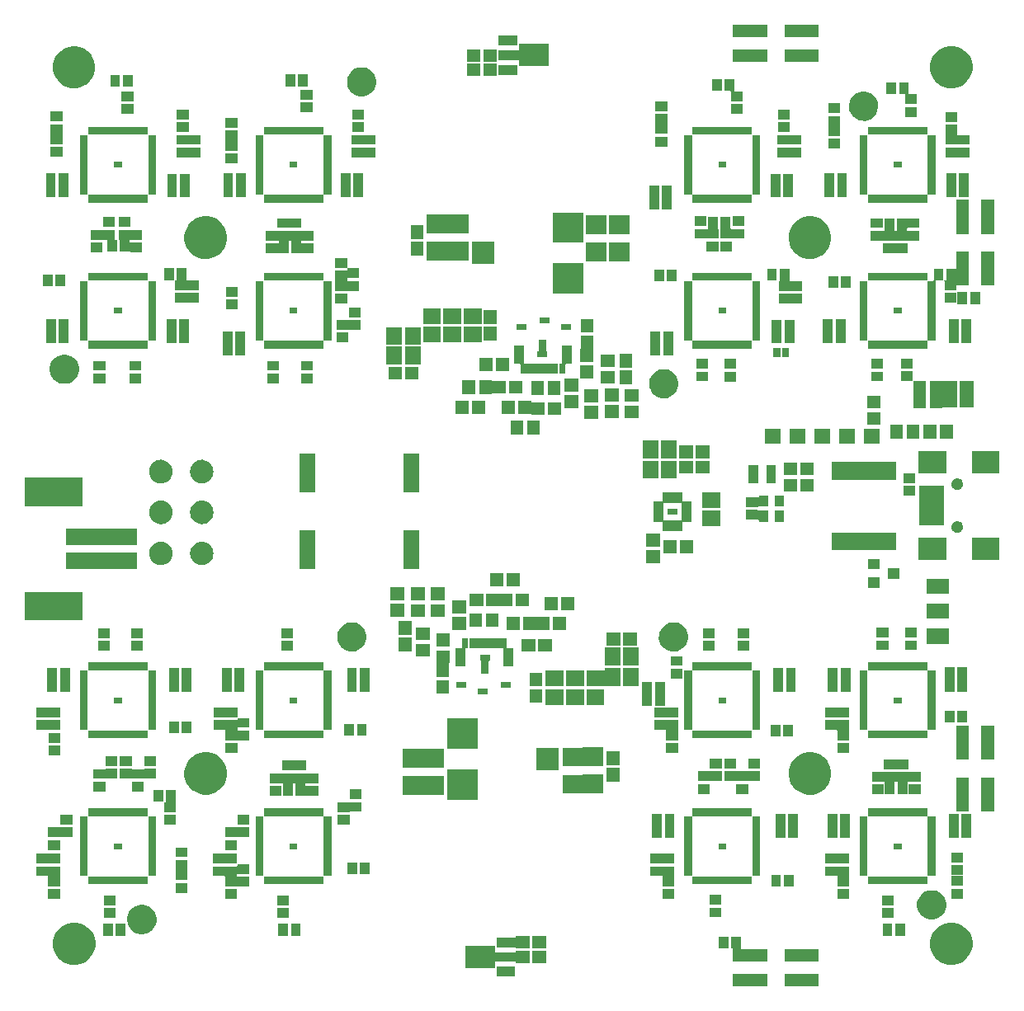
<source format=gts>
G04 (created by PCBNEW (2013-mar-13)-testing) date Thu 16 May 2013 04:33:17 PM ICT*
%MOIN*%
G04 Gerber Fmt 3.4, Leading zero omitted, Abs format*
%FSLAX34Y34*%
G01*
G70*
G90*
G04 APERTURE LIST*
%ADD10C,0.00393701*%
G04 APERTURE END LIST*
G54D10*
G36*
X39873Y-32471D02*
X39478Y-32471D01*
X39478Y-31996D01*
X39873Y-31996D01*
X39873Y-32471D01*
X39873Y-32471D01*
G37*
G36*
X40001Y-28879D02*
X39606Y-28879D01*
X39606Y-28410D01*
X39606Y-28402D01*
X39606Y-28388D01*
X39606Y-28381D01*
X39606Y-27912D01*
X40001Y-27912D01*
X40001Y-28381D01*
X40001Y-28388D01*
X40001Y-28402D01*
X40001Y-28410D01*
X40001Y-28879D01*
X40001Y-28879D01*
G37*
G36*
X40021Y-34784D02*
X39625Y-34784D01*
X39625Y-34315D01*
X39625Y-34307D01*
X39625Y-34294D01*
X39625Y-34286D01*
X39625Y-33817D01*
X40021Y-33817D01*
X40021Y-34286D01*
X40021Y-34294D01*
X40021Y-34307D01*
X40021Y-34315D01*
X40021Y-34784D01*
X40021Y-34784D01*
G37*
G36*
X40060Y-48859D02*
X39665Y-48859D01*
X39665Y-48390D01*
X39665Y-48382D01*
X39665Y-48369D01*
X39665Y-48361D01*
X39665Y-47892D01*
X40060Y-47892D01*
X40060Y-48361D01*
X40060Y-48369D01*
X40060Y-48382D01*
X40060Y-48390D01*
X40060Y-48859D01*
X40060Y-48859D01*
G37*
G36*
X40178Y-55256D02*
X39703Y-55256D01*
X39703Y-54860D01*
X40178Y-54860D01*
X40178Y-55256D01*
X40178Y-55256D01*
G37*
G36*
X40178Y-55809D02*
X39709Y-55809D01*
X39701Y-55809D01*
X39688Y-55809D01*
X39680Y-55809D01*
X39211Y-55809D01*
X39211Y-55413D01*
X39680Y-55413D01*
X39688Y-55413D01*
X39701Y-55413D01*
X39709Y-55413D01*
X40178Y-55413D01*
X40178Y-55809D01*
X40178Y-55809D01*
G37*
G36*
X40178Y-56734D02*
X39703Y-56734D01*
X39703Y-56342D01*
X39703Y-56334D01*
X39700Y-56327D01*
X39695Y-56321D01*
X39688Y-56319D01*
X39680Y-56319D01*
X39211Y-56319D01*
X39211Y-55923D01*
X39680Y-55923D01*
X39688Y-55923D01*
X39701Y-55923D01*
X39709Y-55923D01*
X40178Y-55923D01*
X40178Y-56315D01*
X40178Y-56322D01*
X40178Y-56334D01*
X40178Y-56342D01*
X40178Y-56734D01*
X40178Y-56734D01*
G37*
G36*
X40178Y-57244D02*
X39703Y-57244D01*
X39703Y-56848D01*
X40178Y-56848D01*
X40178Y-57244D01*
X40178Y-57244D01*
G37*
G36*
X40198Y-49903D02*
X39729Y-49903D01*
X39721Y-49903D01*
X39707Y-49903D01*
X39700Y-49903D01*
X39231Y-49903D01*
X39231Y-49507D01*
X39700Y-49507D01*
X39707Y-49507D01*
X39721Y-49507D01*
X39729Y-49507D01*
X40198Y-49507D01*
X40198Y-49903D01*
X40198Y-49903D01*
G37*
G36*
X40198Y-50413D02*
X39729Y-50413D01*
X39721Y-50413D01*
X39707Y-50413D01*
X39700Y-50413D01*
X39231Y-50413D01*
X39231Y-50017D01*
X39700Y-50017D01*
X39707Y-50017D01*
X39721Y-50017D01*
X39729Y-50017D01*
X40198Y-50017D01*
X40198Y-50413D01*
X40198Y-50413D01*
G37*
G36*
X40198Y-50927D02*
X39723Y-50927D01*
X39723Y-50531D01*
X40198Y-50531D01*
X40198Y-50927D01*
X40198Y-50927D01*
G37*
G36*
X40198Y-51437D02*
X39723Y-51437D01*
X39723Y-51041D01*
X40198Y-51041D01*
X40198Y-51437D01*
X40198Y-51437D01*
G37*
G36*
X40276Y-25809D02*
X39801Y-25809D01*
X39801Y-25413D01*
X40276Y-25413D01*
X40276Y-25809D01*
X40276Y-25809D01*
G37*
G36*
X40276Y-26734D02*
X39801Y-26734D01*
X39801Y-26342D01*
X39801Y-26334D01*
X39801Y-26322D01*
X39801Y-26315D01*
X39801Y-25923D01*
X40276Y-25923D01*
X40276Y-26315D01*
X40276Y-26322D01*
X40276Y-26334D01*
X40276Y-26342D01*
X40276Y-26734D01*
X40276Y-26734D01*
G37*
G36*
X40276Y-27244D02*
X39801Y-27244D01*
X39801Y-26848D01*
X40276Y-26848D01*
X40276Y-27244D01*
X40276Y-27244D01*
G37*
G36*
X40383Y-32471D02*
X39988Y-32471D01*
X39988Y-31996D01*
X40383Y-31996D01*
X40383Y-32471D01*
X40383Y-32471D01*
G37*
G36*
X40511Y-28879D02*
X40116Y-28879D01*
X40116Y-28410D01*
X40116Y-28402D01*
X40116Y-28388D01*
X40116Y-28381D01*
X40116Y-27912D01*
X40511Y-27912D01*
X40511Y-28381D01*
X40511Y-28388D01*
X40511Y-28402D01*
X40511Y-28410D01*
X40511Y-28879D01*
X40511Y-28879D01*
G37*
G36*
X40531Y-34784D02*
X40135Y-34784D01*
X40135Y-34315D01*
X40135Y-34307D01*
X40135Y-34294D01*
X40135Y-34286D01*
X40135Y-33817D01*
X40531Y-33817D01*
X40531Y-34286D01*
X40531Y-34294D01*
X40531Y-34307D01*
X40531Y-34315D01*
X40531Y-34784D01*
X40531Y-34784D01*
G37*
G36*
X40570Y-48859D02*
X40175Y-48859D01*
X40175Y-48390D01*
X40175Y-48382D01*
X40175Y-48369D01*
X40175Y-48361D01*
X40175Y-47892D01*
X40570Y-47892D01*
X40570Y-48361D01*
X40570Y-48369D01*
X40570Y-48382D01*
X40570Y-48390D01*
X40570Y-48859D01*
X40570Y-48859D01*
G37*
G36*
X40670Y-54234D02*
X40195Y-54234D01*
X40195Y-53838D01*
X40670Y-53838D01*
X40670Y-54234D01*
X40670Y-54234D01*
G37*
G36*
X40670Y-54744D02*
X40201Y-54744D01*
X40193Y-54744D01*
X40189Y-54746D01*
X39703Y-54746D01*
X39703Y-54350D01*
X40172Y-54350D01*
X40180Y-54350D01*
X40184Y-54348D01*
X40670Y-54348D01*
X40670Y-54744D01*
X40670Y-54744D01*
G37*
G36*
X40945Y-35770D02*
X40943Y-35899D01*
X40917Y-36015D01*
X40871Y-36118D01*
X40802Y-36215D01*
X40720Y-36293D01*
X40620Y-36357D01*
X40515Y-36398D01*
X40398Y-36418D01*
X40285Y-36416D01*
X40169Y-36390D01*
X40066Y-36345D01*
X39968Y-36277D01*
X39890Y-36196D01*
X39825Y-36096D01*
X39784Y-35991D01*
X39762Y-35874D01*
X39764Y-35762D01*
X39789Y-35645D01*
X39833Y-35542D01*
X39900Y-35443D01*
X39981Y-35365D01*
X40080Y-35299D01*
X40185Y-35257D01*
X40302Y-35235D01*
X40414Y-35236D01*
X40531Y-35260D01*
X40635Y-35303D01*
X40734Y-35370D01*
X40813Y-35450D01*
X40879Y-35549D01*
X40922Y-35653D01*
X40945Y-35770D01*
X40945Y-35770D01*
G37*
G36*
X41084Y-41359D02*
X38758Y-41359D01*
X38758Y-40195D01*
X41084Y-40195D01*
X41084Y-41359D01*
X41084Y-41359D01*
G37*
G36*
X41084Y-45985D02*
X38758Y-45985D01*
X38758Y-44821D01*
X41084Y-44821D01*
X41084Y-45985D01*
X41084Y-45985D01*
G37*
G36*
X41301Y-28760D02*
X41295Y-28760D01*
X40984Y-28760D01*
X40984Y-28586D01*
X40984Y-28578D01*
X40984Y-28506D01*
X40984Y-28498D01*
X40984Y-28389D01*
X40984Y-28381D01*
X40984Y-28309D01*
X40984Y-28301D01*
X40984Y-28193D01*
X40984Y-28185D01*
X40984Y-28112D01*
X40984Y-28104D01*
X40984Y-27996D01*
X40984Y-27988D01*
X40984Y-27916D01*
X40984Y-27908D01*
X40984Y-27799D01*
X40984Y-27791D01*
X40984Y-27719D01*
X40984Y-27711D01*
X40984Y-27603D01*
X40984Y-27595D01*
X40984Y-27522D01*
X40984Y-27514D01*
X40984Y-27406D01*
X40984Y-27398D01*
X40984Y-27326D01*
X40984Y-27318D01*
X40984Y-27209D01*
X40984Y-27201D01*
X40984Y-27129D01*
X40984Y-27121D01*
X40984Y-27013D01*
X40984Y-27005D01*
X40984Y-26932D01*
X40984Y-26924D01*
X40984Y-26816D01*
X40984Y-26808D01*
X40984Y-26736D01*
X40984Y-26728D01*
X40984Y-26619D01*
X40984Y-26611D01*
X40984Y-26539D01*
X40984Y-26531D01*
X40984Y-26357D01*
X41295Y-26357D01*
X41301Y-26357D01*
X41301Y-26363D01*
X41301Y-26531D01*
X41301Y-26539D01*
X41301Y-26611D01*
X41301Y-26619D01*
X41301Y-26728D01*
X41301Y-26736D01*
X41301Y-26808D01*
X41301Y-26816D01*
X41301Y-26924D01*
X41301Y-26932D01*
X41301Y-27005D01*
X41301Y-27013D01*
X41301Y-27121D01*
X41301Y-27129D01*
X41301Y-27201D01*
X41301Y-27209D01*
X41301Y-27318D01*
X41301Y-27326D01*
X41301Y-27398D01*
X41301Y-27406D01*
X41301Y-27514D01*
X41301Y-27522D01*
X41301Y-27595D01*
X41301Y-27603D01*
X41301Y-27711D01*
X41301Y-27719D01*
X41301Y-27791D01*
X41301Y-27799D01*
X41301Y-27908D01*
X41301Y-27916D01*
X41301Y-27988D01*
X41301Y-27996D01*
X41301Y-28104D01*
X41301Y-28112D01*
X41301Y-28185D01*
X41301Y-28193D01*
X41301Y-28301D01*
X41301Y-28309D01*
X41301Y-28381D01*
X41301Y-28389D01*
X41301Y-28498D01*
X41301Y-28506D01*
X41301Y-28578D01*
X41301Y-28586D01*
X41301Y-28754D01*
X41301Y-28760D01*
X41301Y-28760D01*
G37*
G36*
X41301Y-34665D02*
X41295Y-34665D01*
X40984Y-34665D01*
X40984Y-34492D01*
X40984Y-34484D01*
X40984Y-34411D01*
X40984Y-34404D01*
X40984Y-34295D01*
X40984Y-34287D01*
X40984Y-34214D01*
X40984Y-34207D01*
X40984Y-34099D01*
X40984Y-34091D01*
X40984Y-34017D01*
X40984Y-34010D01*
X40984Y-33902D01*
X40984Y-33894D01*
X40984Y-33821D01*
X40984Y-33814D01*
X40984Y-33705D01*
X40984Y-33697D01*
X40984Y-33624D01*
X40984Y-33617D01*
X40984Y-33509D01*
X40984Y-33501D01*
X40984Y-33427D01*
X40984Y-33420D01*
X40984Y-33312D01*
X40984Y-33304D01*
X40984Y-33231D01*
X40984Y-33224D01*
X40984Y-33115D01*
X40984Y-33107D01*
X40984Y-33034D01*
X40984Y-33027D01*
X40984Y-32919D01*
X40984Y-32911D01*
X40984Y-32837D01*
X40984Y-32830D01*
X40984Y-32722D01*
X40984Y-32714D01*
X40984Y-32641D01*
X40984Y-32634D01*
X40984Y-32525D01*
X40984Y-32517D01*
X40984Y-32444D01*
X40984Y-32437D01*
X40984Y-32263D01*
X41295Y-32263D01*
X41301Y-32263D01*
X41301Y-32269D01*
X41301Y-32437D01*
X41301Y-32444D01*
X41301Y-32517D01*
X41301Y-32525D01*
X41301Y-32634D01*
X41301Y-32641D01*
X41301Y-32714D01*
X41301Y-32722D01*
X41301Y-32830D01*
X41301Y-32837D01*
X41301Y-32911D01*
X41301Y-32919D01*
X41301Y-33027D01*
X41301Y-33034D01*
X41301Y-33107D01*
X41301Y-33115D01*
X41301Y-33224D01*
X41301Y-33231D01*
X41301Y-33304D01*
X41301Y-33312D01*
X41301Y-33420D01*
X41301Y-33427D01*
X41301Y-33501D01*
X41301Y-33509D01*
X41301Y-33617D01*
X41301Y-33624D01*
X41301Y-33697D01*
X41301Y-33705D01*
X41301Y-33814D01*
X41301Y-33821D01*
X41301Y-33894D01*
X41301Y-33902D01*
X41301Y-34010D01*
X41301Y-34017D01*
X41301Y-34091D01*
X41301Y-34099D01*
X41301Y-34207D01*
X41301Y-34214D01*
X41301Y-34287D01*
X41301Y-34295D01*
X41301Y-34404D01*
X41301Y-34411D01*
X41301Y-34484D01*
X41301Y-34492D01*
X41301Y-34660D01*
X41301Y-34665D01*
X41301Y-34665D01*
G37*
G36*
X41301Y-50413D02*
X41295Y-50413D01*
X40984Y-50413D01*
X40984Y-50240D01*
X40984Y-50232D01*
X40984Y-50159D01*
X40984Y-50152D01*
X40984Y-50043D01*
X40984Y-50035D01*
X40984Y-49962D01*
X40984Y-49955D01*
X40984Y-49847D01*
X40984Y-49839D01*
X40984Y-49765D01*
X40984Y-49758D01*
X40984Y-49650D01*
X40984Y-49642D01*
X40984Y-49569D01*
X40984Y-49562D01*
X40984Y-49453D01*
X40984Y-49445D01*
X40984Y-49372D01*
X40984Y-49365D01*
X40984Y-49257D01*
X40984Y-49249D01*
X40984Y-49175D01*
X40984Y-49168D01*
X40984Y-49060D01*
X40984Y-49052D01*
X40984Y-48979D01*
X40984Y-48972D01*
X40984Y-48863D01*
X40984Y-48855D01*
X40984Y-48782D01*
X40984Y-48775D01*
X40984Y-48667D01*
X40984Y-48659D01*
X40984Y-48585D01*
X40984Y-48578D01*
X40984Y-48470D01*
X40984Y-48462D01*
X40984Y-48389D01*
X40984Y-48382D01*
X40984Y-48273D01*
X40984Y-48265D01*
X40984Y-48192D01*
X40984Y-48185D01*
X40984Y-48011D01*
X41295Y-48011D01*
X41301Y-48011D01*
X41301Y-48017D01*
X41301Y-48185D01*
X41301Y-48192D01*
X41301Y-48265D01*
X41301Y-48273D01*
X41301Y-48382D01*
X41301Y-48389D01*
X41301Y-48462D01*
X41301Y-48470D01*
X41301Y-48578D01*
X41301Y-48585D01*
X41301Y-48659D01*
X41301Y-48667D01*
X41301Y-48775D01*
X41301Y-48782D01*
X41301Y-48855D01*
X41301Y-48863D01*
X41301Y-48972D01*
X41301Y-48979D01*
X41301Y-49052D01*
X41301Y-49060D01*
X41301Y-49168D01*
X41301Y-49175D01*
X41301Y-49249D01*
X41301Y-49257D01*
X41301Y-49365D01*
X41301Y-49372D01*
X41301Y-49445D01*
X41301Y-49453D01*
X41301Y-49562D01*
X41301Y-49569D01*
X41301Y-49642D01*
X41301Y-49650D01*
X41301Y-49758D01*
X41301Y-49765D01*
X41301Y-49839D01*
X41301Y-49847D01*
X41301Y-49955D01*
X41301Y-49962D01*
X41301Y-50035D01*
X41301Y-50043D01*
X41301Y-50152D01*
X41301Y-50159D01*
X41301Y-50232D01*
X41301Y-50240D01*
X41301Y-50408D01*
X41301Y-50413D01*
X41301Y-50413D01*
G37*
G36*
X41301Y-56319D02*
X41295Y-56319D01*
X40984Y-56319D01*
X40984Y-56145D01*
X40984Y-56137D01*
X40984Y-56065D01*
X40984Y-56057D01*
X40984Y-55948D01*
X40984Y-55940D01*
X40984Y-55868D01*
X40984Y-55860D01*
X40984Y-55752D01*
X40984Y-55744D01*
X40984Y-55671D01*
X40984Y-55663D01*
X40984Y-55555D01*
X40984Y-55547D01*
X40984Y-55475D01*
X40984Y-55467D01*
X40984Y-55358D01*
X40984Y-55350D01*
X40984Y-55278D01*
X40984Y-55270D01*
X40984Y-55162D01*
X40984Y-55154D01*
X40984Y-55081D01*
X40984Y-55073D01*
X40984Y-54965D01*
X40984Y-54957D01*
X40984Y-54885D01*
X40984Y-54877D01*
X40984Y-54768D01*
X40984Y-54760D01*
X40984Y-54688D01*
X40984Y-54680D01*
X40984Y-54572D01*
X40984Y-54564D01*
X40984Y-54491D01*
X40984Y-54483D01*
X40984Y-54375D01*
X40984Y-54367D01*
X40984Y-54295D01*
X40984Y-54287D01*
X40984Y-54178D01*
X40984Y-54170D01*
X40984Y-54098D01*
X40984Y-54090D01*
X40984Y-53916D01*
X41295Y-53916D01*
X41301Y-53916D01*
X41301Y-53922D01*
X41301Y-54090D01*
X41301Y-54098D01*
X41301Y-54170D01*
X41301Y-54178D01*
X41301Y-54287D01*
X41301Y-54295D01*
X41301Y-54367D01*
X41301Y-54375D01*
X41301Y-54483D01*
X41301Y-54491D01*
X41301Y-54564D01*
X41301Y-54572D01*
X41301Y-54680D01*
X41301Y-54688D01*
X41301Y-54760D01*
X41301Y-54768D01*
X41301Y-54877D01*
X41301Y-54885D01*
X41301Y-54957D01*
X41301Y-54965D01*
X41301Y-55073D01*
X41301Y-55081D01*
X41301Y-55154D01*
X41301Y-55162D01*
X41301Y-55270D01*
X41301Y-55278D01*
X41301Y-55350D01*
X41301Y-55358D01*
X41301Y-55467D01*
X41301Y-55475D01*
X41301Y-55547D01*
X41301Y-55555D01*
X41301Y-55663D01*
X41301Y-55671D01*
X41301Y-55744D01*
X41301Y-55752D01*
X41301Y-55860D01*
X41301Y-55868D01*
X41301Y-55940D01*
X41301Y-55948D01*
X41301Y-56057D01*
X41301Y-56065D01*
X41301Y-56137D01*
X41301Y-56145D01*
X41301Y-56313D01*
X41301Y-56319D01*
X41301Y-56319D01*
G37*
G36*
X41595Y-23540D02*
X41593Y-23727D01*
X41555Y-23892D01*
X41489Y-24041D01*
X41391Y-24179D01*
X41273Y-24292D01*
X41130Y-24382D01*
X40978Y-24441D01*
X40811Y-24471D01*
X40648Y-24467D01*
X40483Y-24431D01*
X40333Y-24366D01*
X40194Y-24269D01*
X40081Y-24152D01*
X39989Y-24009D01*
X39929Y-23858D01*
X39899Y-23691D01*
X39901Y-23528D01*
X39936Y-23362D01*
X40000Y-23213D01*
X40096Y-23073D01*
X40213Y-22959D01*
X40355Y-22866D01*
X40505Y-22805D01*
X40672Y-22773D01*
X40835Y-22774D01*
X41001Y-22808D01*
X41151Y-22871D01*
X41292Y-22967D01*
X41406Y-23082D01*
X41500Y-23223D01*
X41562Y-23374D01*
X41595Y-23538D01*
X41595Y-23540D01*
X41595Y-23540D01*
G37*
G36*
X41608Y-58972D02*
X41605Y-59162D01*
X41567Y-59329D01*
X41500Y-59480D01*
X41401Y-59620D01*
X41281Y-59735D01*
X41136Y-59827D01*
X40981Y-59887D01*
X40812Y-59917D01*
X40647Y-59913D01*
X40479Y-59876D01*
X40327Y-59810D01*
X40186Y-59712D01*
X40071Y-59593D01*
X39978Y-59448D01*
X39917Y-59294D01*
X39886Y-59125D01*
X39888Y-58960D01*
X39924Y-58792D01*
X39989Y-58640D01*
X40087Y-58498D01*
X40205Y-58382D01*
X40349Y-58288D01*
X40502Y-58226D01*
X40671Y-58194D01*
X40836Y-58195D01*
X41005Y-58229D01*
X41157Y-58293D01*
X41300Y-58390D01*
X41416Y-58507D01*
X41512Y-58651D01*
X41574Y-58803D01*
X41575Y-58805D01*
X41608Y-58972D01*
X41608Y-58972D01*
G37*
G36*
X41890Y-31102D02*
X41416Y-31102D01*
X41416Y-30706D01*
X41890Y-30706D01*
X41890Y-31102D01*
X41890Y-31102D01*
G37*
G36*
X42009Y-35887D02*
X41534Y-35887D01*
X41534Y-35492D01*
X42009Y-35492D01*
X42009Y-35887D01*
X42009Y-35887D01*
G37*
G36*
X42009Y-36397D02*
X41534Y-36397D01*
X41534Y-36002D01*
X42009Y-36002D01*
X42009Y-36397D01*
X42009Y-36397D01*
G37*
G36*
X42009Y-52893D02*
X41534Y-52893D01*
X41534Y-52498D01*
X42009Y-52498D01*
X42009Y-52893D01*
X42009Y-52893D01*
G37*
G36*
X42186Y-46694D02*
X41711Y-46694D01*
X41711Y-46299D01*
X42186Y-46299D01*
X42186Y-46694D01*
X42186Y-46694D01*
G37*
G36*
X42186Y-47204D02*
X41711Y-47204D01*
X41711Y-46809D01*
X42186Y-46809D01*
X42186Y-47204D01*
X42186Y-47204D01*
G37*
G36*
X42305Y-58721D02*
X41909Y-58721D01*
X41909Y-58246D01*
X42305Y-58246D01*
X42305Y-58721D01*
X42305Y-58721D01*
G37*
G36*
X42383Y-30080D02*
X41908Y-30080D01*
X41908Y-29684D01*
X42383Y-29684D01*
X42383Y-30080D01*
X42383Y-30080D01*
G37*
G36*
X42432Y-57492D02*
X41957Y-57492D01*
X41957Y-57096D01*
X42432Y-57096D01*
X42432Y-57492D01*
X42432Y-57492D01*
G37*
G36*
X42432Y-58002D02*
X41957Y-58002D01*
X41957Y-57606D01*
X42432Y-57606D01*
X42432Y-58002D01*
X42432Y-58002D01*
G37*
G36*
X42482Y-31083D02*
X42086Y-31083D01*
X42086Y-30613D01*
X42086Y-30606D01*
X42083Y-30599D01*
X42078Y-30593D01*
X42071Y-30590D01*
X42063Y-30590D01*
X41914Y-30590D01*
X41906Y-30590D01*
X41902Y-30592D01*
X41416Y-30592D01*
X41416Y-30196D01*
X41885Y-30196D01*
X41892Y-30196D01*
X41897Y-30194D01*
X42383Y-30194D01*
X42383Y-30585D01*
X42383Y-30593D01*
X42385Y-30600D01*
X42391Y-30606D01*
X42398Y-30609D01*
X42406Y-30609D01*
X42482Y-30609D01*
X42482Y-31083D01*
X42482Y-31083D01*
G37*
G36*
X42501Y-51872D02*
X42026Y-51872D01*
X42026Y-51476D01*
X42501Y-51476D01*
X42501Y-51872D01*
X42501Y-51872D01*
G37*
G36*
X42501Y-52382D02*
X42032Y-52382D01*
X42024Y-52382D01*
X42020Y-52383D01*
X41534Y-52383D01*
X41534Y-51988D01*
X42003Y-51988D01*
X42010Y-51988D01*
X42015Y-51986D01*
X42501Y-51986D01*
X42501Y-52382D01*
X42501Y-52382D01*
G37*
G36*
X42600Y-24410D02*
X42204Y-24410D01*
X42204Y-23935D01*
X42600Y-23935D01*
X42600Y-24410D01*
X42600Y-24410D01*
G37*
G36*
X42678Y-27678D02*
X42361Y-27678D01*
X42361Y-27439D01*
X42678Y-27439D01*
X42678Y-27678D01*
X42678Y-27678D01*
G37*
G36*
X42678Y-33583D02*
X42361Y-33583D01*
X42361Y-33345D01*
X42678Y-33345D01*
X42678Y-33583D01*
X42678Y-33583D01*
G37*
G36*
X42678Y-49331D02*
X42361Y-49331D01*
X42361Y-49093D01*
X42678Y-49093D01*
X42678Y-49331D01*
X42678Y-49331D01*
G37*
G36*
X42678Y-55237D02*
X42361Y-55237D01*
X42361Y-54998D01*
X42678Y-54998D01*
X42678Y-55237D01*
X42678Y-55237D01*
G37*
G36*
X42815Y-58721D02*
X42419Y-58721D01*
X42419Y-58246D01*
X42815Y-58246D01*
X42815Y-58721D01*
X42815Y-58721D01*
G37*
G36*
X43012Y-30080D02*
X42538Y-30080D01*
X42538Y-29684D01*
X43012Y-29684D01*
X43012Y-30080D01*
X43012Y-30080D01*
G37*
G36*
X43072Y-51872D02*
X42597Y-51872D01*
X42597Y-51476D01*
X43072Y-51476D01*
X43072Y-51872D01*
X43072Y-51872D01*
G37*
G36*
X43110Y-24410D02*
X42714Y-24410D01*
X42714Y-23935D01*
X43110Y-23935D01*
X43110Y-24410D01*
X43110Y-24410D01*
G37*
G36*
X43142Y-24997D02*
X42668Y-24997D01*
X42668Y-24602D01*
X43142Y-24602D01*
X43142Y-24997D01*
X43142Y-24997D01*
G37*
G36*
X43142Y-25507D02*
X42668Y-25507D01*
X42668Y-25112D01*
X43142Y-25112D01*
X43142Y-25507D01*
X43142Y-25507D01*
G37*
G36*
X43288Y-42934D02*
X40412Y-42934D01*
X40412Y-42262D01*
X43288Y-42262D01*
X43288Y-42934D01*
X43288Y-42934D01*
G37*
G36*
X43288Y-43918D02*
X40412Y-43918D01*
X40412Y-43246D01*
X43288Y-43246D01*
X43288Y-43918D01*
X43288Y-43918D01*
G37*
G36*
X43446Y-35887D02*
X42971Y-35887D01*
X42971Y-35492D01*
X43446Y-35492D01*
X43446Y-35887D01*
X43446Y-35887D01*
G37*
G36*
X43446Y-36397D02*
X42971Y-36397D01*
X42971Y-36002D01*
X43446Y-36002D01*
X43446Y-36397D01*
X43446Y-36397D01*
G37*
G36*
X43497Y-31098D02*
X43022Y-31098D01*
X43019Y-31092D01*
X43014Y-31086D01*
X43006Y-31083D01*
X42999Y-31083D01*
X42596Y-31083D01*
X42596Y-30613D01*
X42596Y-30606D01*
X42593Y-30599D01*
X42588Y-30593D01*
X42581Y-30590D01*
X42573Y-30590D01*
X42538Y-30590D01*
X42538Y-30194D01*
X42999Y-30194D01*
X43006Y-30194D01*
X43012Y-30192D01*
X43497Y-30192D01*
X43497Y-30588D01*
X43036Y-30588D01*
X43028Y-30588D01*
X43023Y-30590D01*
X43015Y-30590D01*
X43007Y-30590D01*
X43000Y-30593D01*
X42995Y-30599D01*
X42992Y-30606D01*
X42992Y-30613D01*
X42992Y-30679D01*
X42992Y-30687D01*
X42995Y-30694D01*
X43000Y-30699D01*
X43007Y-30702D01*
X43015Y-30702D01*
X43497Y-30702D01*
X43497Y-31098D01*
X43497Y-31098D01*
G37*
G36*
X43524Y-46694D02*
X43050Y-46694D01*
X43050Y-46299D01*
X43524Y-46299D01*
X43524Y-46694D01*
X43524Y-46694D01*
G37*
G36*
X43524Y-47204D02*
X43050Y-47204D01*
X43050Y-46809D01*
X43524Y-46809D01*
X43524Y-47204D01*
X43524Y-47204D01*
G37*
G36*
X43564Y-52893D02*
X43089Y-52893D01*
X43089Y-52498D01*
X43564Y-52498D01*
X43564Y-52893D01*
X43564Y-52893D01*
G37*
G36*
X43721Y-26340D02*
X43715Y-26340D01*
X43547Y-26340D01*
X43539Y-26340D01*
X43466Y-26340D01*
X43459Y-26340D01*
X43350Y-26340D01*
X43342Y-26340D01*
X43269Y-26340D01*
X43262Y-26340D01*
X43154Y-26340D01*
X43146Y-26340D01*
X43072Y-26340D01*
X43065Y-26340D01*
X42957Y-26340D01*
X42949Y-26340D01*
X42876Y-26340D01*
X42869Y-26340D01*
X42760Y-26340D01*
X42752Y-26340D01*
X42679Y-26340D01*
X42672Y-26340D01*
X42564Y-26340D01*
X42556Y-26340D01*
X42482Y-26340D01*
X42475Y-26340D01*
X42367Y-26340D01*
X42359Y-26340D01*
X42286Y-26340D01*
X42279Y-26340D01*
X42170Y-26340D01*
X42162Y-26340D01*
X42089Y-26340D01*
X42082Y-26340D01*
X41974Y-26340D01*
X41966Y-26340D01*
X41892Y-26340D01*
X41885Y-26340D01*
X41777Y-26340D01*
X41769Y-26340D01*
X41696Y-26340D01*
X41689Y-26340D01*
X41580Y-26340D01*
X41572Y-26340D01*
X41499Y-26340D01*
X41492Y-26340D01*
X41324Y-26340D01*
X41318Y-26340D01*
X41318Y-26334D01*
X41318Y-26023D01*
X41492Y-26023D01*
X41499Y-26023D01*
X41572Y-26023D01*
X41580Y-26023D01*
X41689Y-26023D01*
X41696Y-26023D01*
X41769Y-26023D01*
X41777Y-26023D01*
X41885Y-26023D01*
X41892Y-26023D01*
X41966Y-26023D01*
X41974Y-26023D01*
X42082Y-26023D01*
X42089Y-26023D01*
X42162Y-26023D01*
X42170Y-26023D01*
X42279Y-26023D01*
X42286Y-26023D01*
X42359Y-26023D01*
X42367Y-26023D01*
X42475Y-26023D01*
X42482Y-26023D01*
X42556Y-26023D01*
X42564Y-26023D01*
X42672Y-26023D01*
X42679Y-26023D01*
X42752Y-26023D01*
X42760Y-26023D01*
X42869Y-26023D01*
X42876Y-26023D01*
X42949Y-26023D01*
X42957Y-26023D01*
X43065Y-26023D01*
X43072Y-26023D01*
X43146Y-26023D01*
X43154Y-26023D01*
X43262Y-26023D01*
X43269Y-26023D01*
X43342Y-26023D01*
X43350Y-26023D01*
X43459Y-26023D01*
X43466Y-26023D01*
X43539Y-26023D01*
X43547Y-26023D01*
X43721Y-26023D01*
X43721Y-26334D01*
X43721Y-26340D01*
X43721Y-26340D01*
G37*
G36*
X43721Y-29094D02*
X43715Y-29094D01*
X43547Y-29094D01*
X43539Y-29094D01*
X43466Y-29094D01*
X43459Y-29094D01*
X43350Y-29094D01*
X43342Y-29094D01*
X43269Y-29094D01*
X43262Y-29094D01*
X43154Y-29094D01*
X43146Y-29094D01*
X43072Y-29094D01*
X43065Y-29094D01*
X42957Y-29094D01*
X42949Y-29094D01*
X42876Y-29094D01*
X42869Y-29094D01*
X42760Y-29094D01*
X42752Y-29094D01*
X42679Y-29094D01*
X42672Y-29094D01*
X42564Y-29094D01*
X42556Y-29094D01*
X42482Y-29094D01*
X42475Y-29094D01*
X42367Y-29094D01*
X42359Y-29094D01*
X42286Y-29094D01*
X42279Y-29094D01*
X42170Y-29094D01*
X42162Y-29094D01*
X42089Y-29094D01*
X42082Y-29094D01*
X41974Y-29094D01*
X41966Y-29094D01*
X41892Y-29094D01*
X41885Y-29094D01*
X41777Y-29094D01*
X41769Y-29094D01*
X41696Y-29094D01*
X41689Y-29094D01*
X41580Y-29094D01*
X41572Y-29094D01*
X41499Y-29094D01*
X41492Y-29094D01*
X41318Y-29094D01*
X41318Y-28783D01*
X41318Y-28777D01*
X41324Y-28777D01*
X41492Y-28777D01*
X41499Y-28777D01*
X41572Y-28777D01*
X41580Y-28777D01*
X41689Y-28777D01*
X41696Y-28777D01*
X41769Y-28777D01*
X41777Y-28777D01*
X41885Y-28777D01*
X41892Y-28777D01*
X41966Y-28777D01*
X41974Y-28777D01*
X42082Y-28777D01*
X42089Y-28777D01*
X42162Y-28777D01*
X42170Y-28777D01*
X42279Y-28777D01*
X42286Y-28777D01*
X42359Y-28777D01*
X42367Y-28777D01*
X42475Y-28777D01*
X42482Y-28777D01*
X42556Y-28777D01*
X42564Y-28777D01*
X42672Y-28777D01*
X42679Y-28777D01*
X42752Y-28777D01*
X42760Y-28777D01*
X42869Y-28777D01*
X42876Y-28777D01*
X42949Y-28777D01*
X42957Y-28777D01*
X43065Y-28777D01*
X43072Y-28777D01*
X43146Y-28777D01*
X43154Y-28777D01*
X43262Y-28777D01*
X43269Y-28777D01*
X43342Y-28777D01*
X43350Y-28777D01*
X43459Y-28777D01*
X43466Y-28777D01*
X43539Y-28777D01*
X43547Y-28777D01*
X43715Y-28777D01*
X43721Y-28777D01*
X43721Y-28783D01*
X43721Y-29094D01*
X43721Y-29094D01*
G37*
G36*
X43721Y-32245D02*
X43715Y-32245D01*
X43547Y-32245D01*
X43539Y-32245D01*
X43466Y-32245D01*
X43459Y-32245D01*
X43350Y-32245D01*
X43342Y-32245D01*
X43269Y-32245D01*
X43262Y-32245D01*
X43154Y-32245D01*
X43146Y-32245D01*
X43072Y-32245D01*
X43065Y-32245D01*
X42957Y-32245D01*
X42949Y-32245D01*
X42876Y-32245D01*
X42869Y-32245D01*
X42760Y-32245D01*
X42752Y-32245D01*
X42679Y-32245D01*
X42672Y-32245D01*
X42564Y-32245D01*
X42556Y-32245D01*
X42482Y-32245D01*
X42475Y-32245D01*
X42367Y-32245D01*
X42359Y-32245D01*
X42286Y-32245D01*
X42279Y-32245D01*
X42170Y-32245D01*
X42162Y-32245D01*
X42089Y-32245D01*
X42082Y-32245D01*
X41974Y-32245D01*
X41966Y-32245D01*
X41892Y-32245D01*
X41885Y-32245D01*
X41777Y-32245D01*
X41769Y-32245D01*
X41696Y-32245D01*
X41689Y-32245D01*
X41580Y-32245D01*
X41572Y-32245D01*
X41499Y-32245D01*
X41492Y-32245D01*
X41324Y-32245D01*
X41318Y-32245D01*
X41318Y-32240D01*
X41318Y-31929D01*
X41492Y-31929D01*
X41499Y-31929D01*
X41572Y-31929D01*
X41580Y-31929D01*
X41689Y-31929D01*
X41696Y-31929D01*
X41769Y-31929D01*
X41777Y-31929D01*
X41885Y-31929D01*
X41892Y-31929D01*
X41966Y-31929D01*
X41974Y-31929D01*
X42082Y-31929D01*
X42089Y-31929D01*
X42162Y-31929D01*
X42170Y-31929D01*
X42279Y-31929D01*
X42286Y-31929D01*
X42359Y-31929D01*
X42367Y-31929D01*
X42475Y-31929D01*
X42482Y-31929D01*
X42556Y-31929D01*
X42564Y-31929D01*
X42672Y-31929D01*
X42679Y-31929D01*
X42752Y-31929D01*
X42760Y-31929D01*
X42869Y-31929D01*
X42876Y-31929D01*
X42949Y-31929D01*
X42957Y-31929D01*
X43065Y-31929D01*
X43072Y-31929D01*
X43146Y-31929D01*
X43154Y-31929D01*
X43262Y-31929D01*
X43269Y-31929D01*
X43342Y-31929D01*
X43350Y-31929D01*
X43459Y-31929D01*
X43466Y-31929D01*
X43539Y-31929D01*
X43547Y-31929D01*
X43721Y-31929D01*
X43721Y-32240D01*
X43721Y-32245D01*
X43721Y-32245D01*
G37*
G36*
X43721Y-34999D02*
X43715Y-34999D01*
X43547Y-34999D01*
X43539Y-34999D01*
X43466Y-34999D01*
X43459Y-34999D01*
X43350Y-34999D01*
X43342Y-34999D01*
X43269Y-34999D01*
X43262Y-34999D01*
X43154Y-34999D01*
X43146Y-34999D01*
X43072Y-34999D01*
X43065Y-34999D01*
X42957Y-34999D01*
X42949Y-34999D01*
X42876Y-34999D01*
X42869Y-34999D01*
X42760Y-34999D01*
X42752Y-34999D01*
X42679Y-34999D01*
X42672Y-34999D01*
X42564Y-34999D01*
X42556Y-34999D01*
X42482Y-34999D01*
X42475Y-34999D01*
X42367Y-34999D01*
X42359Y-34999D01*
X42286Y-34999D01*
X42279Y-34999D01*
X42170Y-34999D01*
X42162Y-34999D01*
X42089Y-34999D01*
X42082Y-34999D01*
X41974Y-34999D01*
X41966Y-34999D01*
X41892Y-34999D01*
X41885Y-34999D01*
X41777Y-34999D01*
X41769Y-34999D01*
X41696Y-34999D01*
X41689Y-34999D01*
X41580Y-34999D01*
X41572Y-34999D01*
X41499Y-34999D01*
X41492Y-34999D01*
X41318Y-34999D01*
X41318Y-34689D01*
X41318Y-34683D01*
X41324Y-34683D01*
X41492Y-34683D01*
X41499Y-34683D01*
X41572Y-34683D01*
X41580Y-34683D01*
X41689Y-34683D01*
X41696Y-34683D01*
X41769Y-34683D01*
X41777Y-34683D01*
X41885Y-34683D01*
X41892Y-34683D01*
X41966Y-34683D01*
X41974Y-34683D01*
X42082Y-34683D01*
X42089Y-34683D01*
X42162Y-34683D01*
X42170Y-34683D01*
X42279Y-34683D01*
X42286Y-34683D01*
X42359Y-34683D01*
X42367Y-34683D01*
X42475Y-34683D01*
X42482Y-34683D01*
X42556Y-34683D01*
X42564Y-34683D01*
X42672Y-34683D01*
X42679Y-34683D01*
X42752Y-34683D01*
X42760Y-34683D01*
X42869Y-34683D01*
X42876Y-34683D01*
X42949Y-34683D01*
X42957Y-34683D01*
X43065Y-34683D01*
X43072Y-34683D01*
X43146Y-34683D01*
X43154Y-34683D01*
X43262Y-34683D01*
X43269Y-34683D01*
X43342Y-34683D01*
X43350Y-34683D01*
X43459Y-34683D01*
X43466Y-34683D01*
X43539Y-34683D01*
X43547Y-34683D01*
X43715Y-34683D01*
X43721Y-34683D01*
X43721Y-34689D01*
X43721Y-34999D01*
X43721Y-34999D01*
G37*
G36*
X43721Y-47993D02*
X43715Y-47993D01*
X43547Y-47993D01*
X43539Y-47993D01*
X43466Y-47993D01*
X43459Y-47993D01*
X43350Y-47993D01*
X43342Y-47993D01*
X43269Y-47993D01*
X43262Y-47993D01*
X43154Y-47993D01*
X43146Y-47993D01*
X43072Y-47993D01*
X43065Y-47993D01*
X42957Y-47993D01*
X42949Y-47993D01*
X42876Y-47993D01*
X42869Y-47993D01*
X42760Y-47993D01*
X42752Y-47993D01*
X42679Y-47993D01*
X42672Y-47993D01*
X42564Y-47993D01*
X42556Y-47993D01*
X42482Y-47993D01*
X42475Y-47993D01*
X42367Y-47993D01*
X42359Y-47993D01*
X42286Y-47993D01*
X42279Y-47993D01*
X42170Y-47993D01*
X42162Y-47993D01*
X42089Y-47993D01*
X42082Y-47993D01*
X41974Y-47993D01*
X41966Y-47993D01*
X41892Y-47993D01*
X41885Y-47993D01*
X41777Y-47993D01*
X41769Y-47993D01*
X41696Y-47993D01*
X41689Y-47993D01*
X41580Y-47993D01*
X41572Y-47993D01*
X41499Y-47993D01*
X41492Y-47993D01*
X41324Y-47993D01*
X41318Y-47993D01*
X41318Y-47988D01*
X41318Y-47677D01*
X41492Y-47677D01*
X41499Y-47677D01*
X41572Y-47677D01*
X41580Y-47677D01*
X41689Y-47677D01*
X41696Y-47677D01*
X41769Y-47677D01*
X41777Y-47677D01*
X41885Y-47677D01*
X41892Y-47677D01*
X41966Y-47677D01*
X41974Y-47677D01*
X42082Y-47677D01*
X42089Y-47677D01*
X42162Y-47677D01*
X42170Y-47677D01*
X42279Y-47677D01*
X42286Y-47677D01*
X42359Y-47677D01*
X42367Y-47677D01*
X42475Y-47677D01*
X42482Y-47677D01*
X42556Y-47677D01*
X42564Y-47677D01*
X42672Y-47677D01*
X42679Y-47677D01*
X42752Y-47677D01*
X42760Y-47677D01*
X42869Y-47677D01*
X42876Y-47677D01*
X42949Y-47677D01*
X42957Y-47677D01*
X43065Y-47677D01*
X43072Y-47677D01*
X43146Y-47677D01*
X43154Y-47677D01*
X43262Y-47677D01*
X43269Y-47677D01*
X43342Y-47677D01*
X43350Y-47677D01*
X43459Y-47677D01*
X43466Y-47677D01*
X43539Y-47677D01*
X43547Y-47677D01*
X43721Y-47677D01*
X43721Y-47988D01*
X43721Y-47993D01*
X43721Y-47993D01*
G37*
G36*
X43721Y-50747D02*
X43715Y-50747D01*
X43547Y-50747D01*
X43539Y-50747D01*
X43466Y-50747D01*
X43459Y-50747D01*
X43350Y-50747D01*
X43342Y-50747D01*
X43269Y-50747D01*
X43262Y-50747D01*
X43154Y-50747D01*
X43146Y-50747D01*
X43072Y-50747D01*
X43065Y-50747D01*
X42957Y-50747D01*
X42949Y-50747D01*
X42876Y-50747D01*
X42869Y-50747D01*
X42760Y-50747D01*
X42752Y-50747D01*
X42679Y-50747D01*
X42672Y-50747D01*
X42564Y-50747D01*
X42556Y-50747D01*
X42482Y-50747D01*
X42475Y-50747D01*
X42367Y-50747D01*
X42359Y-50747D01*
X42286Y-50747D01*
X42279Y-50747D01*
X42170Y-50747D01*
X42162Y-50747D01*
X42089Y-50747D01*
X42082Y-50747D01*
X41974Y-50747D01*
X41966Y-50747D01*
X41892Y-50747D01*
X41885Y-50747D01*
X41777Y-50747D01*
X41769Y-50747D01*
X41696Y-50747D01*
X41689Y-50747D01*
X41580Y-50747D01*
X41572Y-50747D01*
X41499Y-50747D01*
X41492Y-50747D01*
X41318Y-50747D01*
X41318Y-50437D01*
X41318Y-50431D01*
X41324Y-50431D01*
X41492Y-50431D01*
X41499Y-50431D01*
X41572Y-50431D01*
X41580Y-50431D01*
X41689Y-50431D01*
X41696Y-50431D01*
X41769Y-50431D01*
X41777Y-50431D01*
X41885Y-50431D01*
X41892Y-50431D01*
X41966Y-50431D01*
X41974Y-50431D01*
X42082Y-50431D01*
X42089Y-50431D01*
X42162Y-50431D01*
X42170Y-50431D01*
X42279Y-50431D01*
X42286Y-50431D01*
X42359Y-50431D01*
X42367Y-50431D01*
X42475Y-50431D01*
X42482Y-50431D01*
X42556Y-50431D01*
X42564Y-50431D01*
X42672Y-50431D01*
X42679Y-50431D01*
X42752Y-50431D01*
X42760Y-50431D01*
X42869Y-50431D01*
X42876Y-50431D01*
X42949Y-50431D01*
X42957Y-50431D01*
X43065Y-50431D01*
X43072Y-50431D01*
X43146Y-50431D01*
X43154Y-50431D01*
X43262Y-50431D01*
X43269Y-50431D01*
X43342Y-50431D01*
X43350Y-50431D01*
X43459Y-50431D01*
X43466Y-50431D01*
X43539Y-50431D01*
X43547Y-50431D01*
X43715Y-50431D01*
X43721Y-50431D01*
X43721Y-50437D01*
X43721Y-50747D01*
X43721Y-50747D01*
G37*
G36*
X43721Y-53899D02*
X43715Y-53899D01*
X43547Y-53899D01*
X43539Y-53899D01*
X43466Y-53899D01*
X43459Y-53899D01*
X43350Y-53899D01*
X43342Y-53899D01*
X43269Y-53899D01*
X43262Y-53899D01*
X43154Y-53899D01*
X43146Y-53899D01*
X43072Y-53899D01*
X43065Y-53899D01*
X42957Y-53899D01*
X42949Y-53899D01*
X42876Y-53899D01*
X42869Y-53899D01*
X42760Y-53899D01*
X42752Y-53899D01*
X42679Y-53899D01*
X42672Y-53899D01*
X42564Y-53899D01*
X42556Y-53899D01*
X42482Y-53899D01*
X42475Y-53899D01*
X42367Y-53899D01*
X42359Y-53899D01*
X42286Y-53899D01*
X42279Y-53899D01*
X42170Y-53899D01*
X42162Y-53899D01*
X42089Y-53899D01*
X42082Y-53899D01*
X41974Y-53899D01*
X41966Y-53899D01*
X41892Y-53899D01*
X41885Y-53899D01*
X41777Y-53899D01*
X41769Y-53899D01*
X41696Y-53899D01*
X41689Y-53899D01*
X41580Y-53899D01*
X41572Y-53899D01*
X41499Y-53899D01*
X41492Y-53899D01*
X41324Y-53899D01*
X41318Y-53899D01*
X41318Y-53893D01*
X41318Y-53582D01*
X41492Y-53582D01*
X41499Y-53582D01*
X41572Y-53582D01*
X41580Y-53582D01*
X41689Y-53582D01*
X41696Y-53582D01*
X41769Y-53582D01*
X41777Y-53582D01*
X41885Y-53582D01*
X41892Y-53582D01*
X41966Y-53582D01*
X41974Y-53582D01*
X42082Y-53582D01*
X42089Y-53582D01*
X42162Y-53582D01*
X42170Y-53582D01*
X42279Y-53582D01*
X42286Y-53582D01*
X42359Y-53582D01*
X42367Y-53582D01*
X42475Y-53582D01*
X42482Y-53582D01*
X42556Y-53582D01*
X42564Y-53582D01*
X42672Y-53582D01*
X42679Y-53582D01*
X42752Y-53582D01*
X42760Y-53582D01*
X42869Y-53582D01*
X42876Y-53582D01*
X42949Y-53582D01*
X42957Y-53582D01*
X43065Y-53582D01*
X43072Y-53582D01*
X43146Y-53582D01*
X43154Y-53582D01*
X43262Y-53582D01*
X43269Y-53582D01*
X43342Y-53582D01*
X43350Y-53582D01*
X43459Y-53582D01*
X43466Y-53582D01*
X43539Y-53582D01*
X43547Y-53582D01*
X43721Y-53582D01*
X43721Y-53893D01*
X43721Y-53899D01*
X43721Y-53899D01*
G37*
G36*
X43721Y-56653D02*
X43715Y-56653D01*
X43547Y-56653D01*
X43539Y-56653D01*
X43466Y-56653D01*
X43459Y-56653D01*
X43350Y-56653D01*
X43342Y-56653D01*
X43269Y-56653D01*
X43262Y-56653D01*
X43154Y-56653D01*
X43146Y-56653D01*
X43072Y-56653D01*
X43065Y-56653D01*
X42957Y-56653D01*
X42949Y-56653D01*
X42876Y-56653D01*
X42869Y-56653D01*
X42760Y-56653D01*
X42752Y-56653D01*
X42679Y-56653D01*
X42672Y-56653D01*
X42564Y-56653D01*
X42556Y-56653D01*
X42482Y-56653D01*
X42475Y-56653D01*
X42367Y-56653D01*
X42359Y-56653D01*
X42286Y-56653D01*
X42279Y-56653D01*
X42170Y-56653D01*
X42162Y-56653D01*
X42089Y-56653D01*
X42082Y-56653D01*
X41974Y-56653D01*
X41966Y-56653D01*
X41892Y-56653D01*
X41885Y-56653D01*
X41777Y-56653D01*
X41769Y-56653D01*
X41696Y-56653D01*
X41689Y-56653D01*
X41580Y-56653D01*
X41572Y-56653D01*
X41499Y-56653D01*
X41492Y-56653D01*
X41318Y-56653D01*
X41318Y-56342D01*
X41318Y-56336D01*
X41324Y-56336D01*
X41492Y-56336D01*
X41499Y-56336D01*
X41572Y-56336D01*
X41580Y-56336D01*
X41689Y-56336D01*
X41696Y-56336D01*
X41769Y-56336D01*
X41777Y-56336D01*
X41885Y-56336D01*
X41892Y-56336D01*
X41966Y-56336D01*
X41974Y-56336D01*
X42082Y-56336D01*
X42089Y-56336D01*
X42162Y-56336D01*
X42170Y-56336D01*
X42279Y-56336D01*
X42286Y-56336D01*
X42359Y-56336D01*
X42367Y-56336D01*
X42475Y-56336D01*
X42482Y-56336D01*
X42556Y-56336D01*
X42564Y-56336D01*
X42672Y-56336D01*
X42679Y-56336D01*
X42752Y-56336D01*
X42760Y-56336D01*
X42869Y-56336D01*
X42876Y-56336D01*
X42949Y-56336D01*
X42957Y-56336D01*
X43065Y-56336D01*
X43072Y-56336D01*
X43146Y-56336D01*
X43154Y-56336D01*
X43262Y-56336D01*
X43269Y-56336D01*
X43342Y-56336D01*
X43350Y-56336D01*
X43459Y-56336D01*
X43466Y-56336D01*
X43539Y-56336D01*
X43547Y-56336D01*
X43715Y-56336D01*
X43721Y-56336D01*
X43721Y-56342D01*
X43721Y-56653D01*
X43721Y-56653D01*
G37*
G36*
X44055Y-28760D02*
X43744Y-28760D01*
X43738Y-28760D01*
X43738Y-28754D01*
X43738Y-28586D01*
X43738Y-28578D01*
X43738Y-28506D01*
X43738Y-28498D01*
X43738Y-28389D01*
X43738Y-28381D01*
X43738Y-28309D01*
X43738Y-28301D01*
X43738Y-28193D01*
X43738Y-28185D01*
X43738Y-28112D01*
X43738Y-28104D01*
X43738Y-27996D01*
X43738Y-27988D01*
X43738Y-27916D01*
X43738Y-27908D01*
X43738Y-27799D01*
X43738Y-27791D01*
X43738Y-27719D01*
X43738Y-27711D01*
X43738Y-27603D01*
X43738Y-27595D01*
X43738Y-27522D01*
X43738Y-27514D01*
X43738Y-27406D01*
X43738Y-27398D01*
X43738Y-27326D01*
X43738Y-27318D01*
X43738Y-27209D01*
X43738Y-27201D01*
X43738Y-27129D01*
X43738Y-27121D01*
X43738Y-27013D01*
X43738Y-27005D01*
X43738Y-26932D01*
X43738Y-26924D01*
X43738Y-26816D01*
X43738Y-26808D01*
X43738Y-26736D01*
X43738Y-26728D01*
X43738Y-26619D01*
X43738Y-26611D01*
X43738Y-26539D01*
X43738Y-26531D01*
X43738Y-26363D01*
X43738Y-26357D01*
X43744Y-26357D01*
X44055Y-26357D01*
X44055Y-26531D01*
X44055Y-26539D01*
X44055Y-26611D01*
X44055Y-26619D01*
X44055Y-26728D01*
X44055Y-26736D01*
X44055Y-26808D01*
X44055Y-26816D01*
X44055Y-26924D01*
X44055Y-26932D01*
X44055Y-27005D01*
X44055Y-27013D01*
X44055Y-27121D01*
X44055Y-27129D01*
X44055Y-27201D01*
X44055Y-27209D01*
X44055Y-27318D01*
X44055Y-27326D01*
X44055Y-27398D01*
X44055Y-27406D01*
X44055Y-27514D01*
X44055Y-27522D01*
X44055Y-27595D01*
X44055Y-27603D01*
X44055Y-27711D01*
X44055Y-27719D01*
X44055Y-27791D01*
X44055Y-27799D01*
X44055Y-27908D01*
X44055Y-27916D01*
X44055Y-27988D01*
X44055Y-27996D01*
X44055Y-28104D01*
X44055Y-28112D01*
X44055Y-28185D01*
X44055Y-28193D01*
X44055Y-28301D01*
X44055Y-28309D01*
X44055Y-28381D01*
X44055Y-28389D01*
X44055Y-28498D01*
X44055Y-28506D01*
X44055Y-28578D01*
X44055Y-28586D01*
X44055Y-28760D01*
X44055Y-28760D01*
G37*
G36*
X44055Y-34665D02*
X43744Y-34665D01*
X43738Y-34665D01*
X43738Y-34660D01*
X43738Y-34492D01*
X43738Y-34484D01*
X43738Y-34411D01*
X43738Y-34404D01*
X43738Y-34295D01*
X43738Y-34287D01*
X43738Y-34214D01*
X43738Y-34207D01*
X43738Y-34099D01*
X43738Y-34091D01*
X43738Y-34017D01*
X43738Y-34010D01*
X43738Y-33902D01*
X43738Y-33894D01*
X43738Y-33821D01*
X43738Y-33814D01*
X43738Y-33705D01*
X43738Y-33697D01*
X43738Y-33624D01*
X43738Y-33617D01*
X43738Y-33509D01*
X43738Y-33501D01*
X43738Y-33427D01*
X43738Y-33420D01*
X43738Y-33312D01*
X43738Y-33304D01*
X43738Y-33231D01*
X43738Y-33224D01*
X43738Y-33115D01*
X43738Y-33107D01*
X43738Y-33034D01*
X43738Y-33027D01*
X43738Y-32919D01*
X43738Y-32911D01*
X43738Y-32837D01*
X43738Y-32830D01*
X43738Y-32722D01*
X43738Y-32714D01*
X43738Y-32641D01*
X43738Y-32634D01*
X43738Y-32525D01*
X43738Y-32517D01*
X43738Y-32444D01*
X43738Y-32437D01*
X43738Y-32269D01*
X43738Y-32263D01*
X43744Y-32263D01*
X44055Y-32263D01*
X44055Y-32437D01*
X44055Y-32444D01*
X44055Y-32517D01*
X44055Y-32525D01*
X44055Y-32634D01*
X44055Y-32641D01*
X44055Y-32714D01*
X44055Y-32722D01*
X44055Y-32830D01*
X44055Y-32837D01*
X44055Y-32911D01*
X44055Y-32919D01*
X44055Y-33027D01*
X44055Y-33034D01*
X44055Y-33107D01*
X44055Y-33115D01*
X44055Y-33224D01*
X44055Y-33231D01*
X44055Y-33304D01*
X44055Y-33312D01*
X44055Y-33420D01*
X44055Y-33427D01*
X44055Y-33501D01*
X44055Y-33509D01*
X44055Y-33617D01*
X44055Y-33624D01*
X44055Y-33697D01*
X44055Y-33705D01*
X44055Y-33814D01*
X44055Y-33821D01*
X44055Y-33894D01*
X44055Y-33902D01*
X44055Y-34010D01*
X44055Y-34017D01*
X44055Y-34091D01*
X44055Y-34099D01*
X44055Y-34207D01*
X44055Y-34214D01*
X44055Y-34287D01*
X44055Y-34295D01*
X44055Y-34404D01*
X44055Y-34411D01*
X44055Y-34484D01*
X44055Y-34492D01*
X44055Y-34665D01*
X44055Y-34665D01*
G37*
G36*
X44055Y-50413D02*
X43744Y-50413D01*
X43738Y-50413D01*
X43738Y-50408D01*
X43738Y-50240D01*
X43738Y-50232D01*
X43738Y-50159D01*
X43738Y-50152D01*
X43738Y-50043D01*
X43738Y-50035D01*
X43738Y-49962D01*
X43738Y-49955D01*
X43738Y-49847D01*
X43738Y-49839D01*
X43738Y-49765D01*
X43738Y-49758D01*
X43738Y-49650D01*
X43738Y-49642D01*
X43738Y-49569D01*
X43738Y-49562D01*
X43738Y-49453D01*
X43738Y-49445D01*
X43738Y-49372D01*
X43738Y-49365D01*
X43738Y-49257D01*
X43738Y-49249D01*
X43738Y-49175D01*
X43738Y-49168D01*
X43738Y-49060D01*
X43738Y-49052D01*
X43738Y-48979D01*
X43738Y-48972D01*
X43738Y-48863D01*
X43738Y-48855D01*
X43738Y-48782D01*
X43738Y-48775D01*
X43738Y-48667D01*
X43738Y-48659D01*
X43738Y-48585D01*
X43738Y-48578D01*
X43738Y-48470D01*
X43738Y-48462D01*
X43738Y-48389D01*
X43738Y-48382D01*
X43738Y-48273D01*
X43738Y-48265D01*
X43738Y-48192D01*
X43738Y-48185D01*
X43738Y-48017D01*
X43738Y-48011D01*
X43744Y-48011D01*
X44055Y-48011D01*
X44055Y-48185D01*
X44055Y-48192D01*
X44055Y-48265D01*
X44055Y-48273D01*
X44055Y-48382D01*
X44055Y-48389D01*
X44055Y-48462D01*
X44055Y-48470D01*
X44055Y-48578D01*
X44055Y-48585D01*
X44055Y-48659D01*
X44055Y-48667D01*
X44055Y-48775D01*
X44055Y-48782D01*
X44055Y-48855D01*
X44055Y-48863D01*
X44055Y-48972D01*
X44055Y-48979D01*
X44055Y-49052D01*
X44055Y-49060D01*
X44055Y-49168D01*
X44055Y-49175D01*
X44055Y-49249D01*
X44055Y-49257D01*
X44055Y-49365D01*
X44055Y-49372D01*
X44055Y-49445D01*
X44055Y-49453D01*
X44055Y-49562D01*
X44055Y-49569D01*
X44055Y-49642D01*
X44055Y-49650D01*
X44055Y-49758D01*
X44055Y-49765D01*
X44055Y-49839D01*
X44055Y-49847D01*
X44055Y-49955D01*
X44055Y-49962D01*
X44055Y-50035D01*
X44055Y-50043D01*
X44055Y-50152D01*
X44055Y-50159D01*
X44055Y-50232D01*
X44055Y-50240D01*
X44055Y-50413D01*
X44055Y-50413D01*
G37*
G36*
X44055Y-56319D02*
X43744Y-56319D01*
X43738Y-56319D01*
X43738Y-56313D01*
X43738Y-56145D01*
X43738Y-56137D01*
X43738Y-56065D01*
X43738Y-56057D01*
X43738Y-55948D01*
X43738Y-55940D01*
X43738Y-55868D01*
X43738Y-55860D01*
X43738Y-55752D01*
X43738Y-55744D01*
X43738Y-55671D01*
X43738Y-55663D01*
X43738Y-55555D01*
X43738Y-55547D01*
X43738Y-55475D01*
X43738Y-55467D01*
X43738Y-55358D01*
X43738Y-55350D01*
X43738Y-55278D01*
X43738Y-55270D01*
X43738Y-55162D01*
X43738Y-55154D01*
X43738Y-55081D01*
X43738Y-55073D01*
X43738Y-54965D01*
X43738Y-54957D01*
X43738Y-54885D01*
X43738Y-54877D01*
X43738Y-54768D01*
X43738Y-54760D01*
X43738Y-54688D01*
X43738Y-54680D01*
X43738Y-54572D01*
X43738Y-54564D01*
X43738Y-54491D01*
X43738Y-54483D01*
X43738Y-54375D01*
X43738Y-54367D01*
X43738Y-54295D01*
X43738Y-54287D01*
X43738Y-54178D01*
X43738Y-54170D01*
X43738Y-54098D01*
X43738Y-54090D01*
X43738Y-53922D01*
X43738Y-53916D01*
X43744Y-53916D01*
X44055Y-53916D01*
X44055Y-54090D01*
X44055Y-54098D01*
X44055Y-54170D01*
X44055Y-54178D01*
X44055Y-54287D01*
X44055Y-54295D01*
X44055Y-54367D01*
X44055Y-54375D01*
X44055Y-54483D01*
X44055Y-54491D01*
X44055Y-54564D01*
X44055Y-54572D01*
X44055Y-54680D01*
X44055Y-54688D01*
X44055Y-54760D01*
X44055Y-54768D01*
X44055Y-54877D01*
X44055Y-54885D01*
X44055Y-54957D01*
X44055Y-54965D01*
X44055Y-55073D01*
X44055Y-55081D01*
X44055Y-55154D01*
X44055Y-55162D01*
X44055Y-55270D01*
X44055Y-55278D01*
X44055Y-55350D01*
X44055Y-55358D01*
X44055Y-55467D01*
X44055Y-55475D01*
X44055Y-55547D01*
X44055Y-55555D01*
X44055Y-55663D01*
X44055Y-55671D01*
X44055Y-55744D01*
X44055Y-55752D01*
X44055Y-55860D01*
X44055Y-55868D01*
X44055Y-55940D01*
X44055Y-55948D01*
X44055Y-56057D01*
X44055Y-56065D01*
X44055Y-56137D01*
X44055Y-56145D01*
X44055Y-56319D01*
X44055Y-56319D01*
G37*
G36*
X44056Y-51872D02*
X43581Y-51872D01*
X43581Y-51476D01*
X44056Y-51476D01*
X44056Y-51872D01*
X44056Y-51872D01*
G37*
G36*
X44056Y-52382D02*
X43587Y-52382D01*
X43579Y-52382D01*
X43575Y-52383D01*
X43078Y-52383D01*
X43073Y-52382D01*
X43066Y-52382D01*
X42597Y-52382D01*
X42597Y-51986D01*
X43083Y-51986D01*
X43087Y-51988D01*
X43095Y-51988D01*
X43558Y-51988D01*
X43566Y-51988D01*
X43570Y-51986D01*
X44056Y-51986D01*
X44056Y-52382D01*
X44056Y-52382D01*
G37*
G36*
X44075Y-58014D02*
X44073Y-58143D01*
X44047Y-58259D01*
X44001Y-58362D01*
X43932Y-58459D01*
X43850Y-58537D01*
X43750Y-58601D01*
X43645Y-58642D01*
X43528Y-58662D01*
X43415Y-58660D01*
X43299Y-58634D01*
X43196Y-58589D01*
X43098Y-58521D01*
X43020Y-58440D01*
X42955Y-58340D01*
X42914Y-58236D01*
X42892Y-58118D01*
X42894Y-58006D01*
X42918Y-57889D01*
X42963Y-57786D01*
X43030Y-57687D01*
X43110Y-57609D01*
X43210Y-57544D01*
X43314Y-57501D01*
X43432Y-57479D01*
X43544Y-57480D01*
X43661Y-57504D01*
X43764Y-57547D01*
X43864Y-57614D01*
X43943Y-57694D01*
X44009Y-57793D01*
X44051Y-57897D01*
X44075Y-58014D01*
X44075Y-58014D01*
G37*
G36*
X44350Y-53316D02*
X43952Y-53316D01*
X43952Y-52841D01*
X44348Y-52841D01*
X44348Y-53303D01*
X44348Y-53311D01*
X44350Y-53316D01*
X44350Y-53316D01*
G37*
G36*
X44726Y-39962D02*
X44726Y-39966D01*
X44725Y-39969D01*
X44725Y-39970D01*
X44715Y-40061D01*
X44715Y-40061D01*
X44715Y-40062D01*
X44687Y-40149D01*
X44642Y-40230D01*
X44583Y-40301D01*
X44511Y-40359D01*
X44430Y-40402D01*
X44341Y-40428D01*
X44249Y-40436D01*
X44157Y-40426D01*
X44069Y-40399D01*
X43988Y-40355D01*
X43917Y-40296D01*
X43858Y-40225D01*
X43815Y-40143D01*
X43788Y-40055D01*
X43779Y-39959D01*
X43779Y-39955D01*
X43779Y-39952D01*
X43779Y-39952D01*
X43790Y-39860D01*
X43790Y-39860D01*
X43790Y-39860D01*
X43817Y-39772D01*
X43862Y-39691D01*
X43921Y-39620D01*
X43993Y-39562D01*
X44075Y-39520D01*
X44164Y-39494D01*
X44255Y-39485D01*
X44347Y-39495D01*
X44435Y-39522D01*
X44517Y-39566D01*
X44588Y-39625D01*
X44646Y-39697D01*
X44690Y-39778D01*
X44716Y-39866D01*
X44726Y-39962D01*
X44726Y-39962D01*
G37*
G36*
X44726Y-41615D02*
X44726Y-41619D01*
X44725Y-41622D01*
X44725Y-41623D01*
X44715Y-41714D01*
X44715Y-41714D01*
X44715Y-41715D01*
X44687Y-41802D01*
X44642Y-41883D01*
X44583Y-41954D01*
X44511Y-42012D01*
X44430Y-42055D01*
X44341Y-42081D01*
X44249Y-42089D01*
X44157Y-42079D01*
X44069Y-42052D01*
X43988Y-42008D01*
X43917Y-41949D01*
X43858Y-41878D01*
X43815Y-41796D01*
X43788Y-41708D01*
X43779Y-41612D01*
X43779Y-41608D01*
X43779Y-41605D01*
X43779Y-41605D01*
X43790Y-41513D01*
X43790Y-41513D01*
X43790Y-41513D01*
X43817Y-41425D01*
X43862Y-41344D01*
X43921Y-41273D01*
X43993Y-41215D01*
X44075Y-41173D01*
X44164Y-41147D01*
X44255Y-41138D01*
X44347Y-41148D01*
X44435Y-41175D01*
X44517Y-41219D01*
X44588Y-41278D01*
X44646Y-41350D01*
X44690Y-41431D01*
X44716Y-41519D01*
X44726Y-41615D01*
X44726Y-41615D01*
G37*
G36*
X44726Y-43268D02*
X44726Y-43272D01*
X44725Y-43275D01*
X44725Y-43276D01*
X44715Y-43367D01*
X44715Y-43367D01*
X44715Y-43368D01*
X44687Y-43455D01*
X44642Y-43536D01*
X44583Y-43607D01*
X44511Y-43665D01*
X44430Y-43708D01*
X44341Y-43734D01*
X44249Y-43742D01*
X44157Y-43732D01*
X44069Y-43705D01*
X43988Y-43661D01*
X43917Y-43602D01*
X43858Y-43531D01*
X43815Y-43449D01*
X43788Y-43361D01*
X43779Y-43265D01*
X43779Y-43261D01*
X43779Y-43258D01*
X43779Y-43258D01*
X43790Y-43166D01*
X43790Y-43166D01*
X43790Y-43166D01*
X43817Y-43078D01*
X43862Y-42997D01*
X43921Y-42926D01*
X43993Y-42868D01*
X44075Y-42826D01*
X44164Y-42800D01*
X44255Y-42791D01*
X44347Y-42801D01*
X44435Y-42828D01*
X44517Y-42872D01*
X44588Y-42931D01*
X44646Y-43003D01*
X44690Y-43084D01*
X44716Y-43172D01*
X44726Y-43268D01*
X44726Y-43268D01*
G37*
G36*
X44785Y-32225D02*
X44389Y-32225D01*
X44389Y-31750D01*
X44785Y-31750D01*
X44785Y-32220D01*
X44785Y-32225D01*
X44785Y-32225D01*
G37*
G36*
X44859Y-53722D02*
X44384Y-53722D01*
X44384Y-53339D01*
X44384Y-53331D01*
X44382Y-53326D01*
X44439Y-53326D01*
X44447Y-53326D01*
X44454Y-53323D01*
X44459Y-53318D01*
X44462Y-53311D01*
X44462Y-53303D01*
X44462Y-52841D01*
X44858Y-52841D01*
X44858Y-53303D01*
X44858Y-53311D01*
X44859Y-53313D01*
X44859Y-53722D01*
X44859Y-53722D01*
G37*
G36*
X44859Y-54232D02*
X44384Y-54232D01*
X44384Y-53836D01*
X44859Y-53836D01*
X44859Y-54232D01*
X44859Y-54232D01*
G37*
G36*
X44883Y-34784D02*
X44488Y-34784D01*
X44488Y-34315D01*
X44488Y-34307D01*
X44488Y-34294D01*
X44488Y-34286D01*
X44488Y-33817D01*
X44883Y-33817D01*
X44883Y-34286D01*
X44883Y-34294D01*
X44883Y-34307D01*
X44883Y-34315D01*
X44883Y-34784D01*
X44883Y-34784D01*
G37*
G36*
X44903Y-28879D02*
X44507Y-28879D01*
X44507Y-28429D01*
X44507Y-28422D01*
X44507Y-28388D01*
X44507Y-28381D01*
X44507Y-27931D01*
X44903Y-27931D01*
X44903Y-28381D01*
X44903Y-28388D01*
X44903Y-28422D01*
X44903Y-28429D01*
X44903Y-28879D01*
X44903Y-28879D01*
G37*
G36*
X44982Y-48859D02*
X44586Y-48859D01*
X44586Y-48390D01*
X44586Y-48382D01*
X44586Y-48369D01*
X44586Y-48361D01*
X44586Y-47892D01*
X44982Y-47892D01*
X44982Y-48361D01*
X44982Y-48369D01*
X44982Y-48382D01*
X44982Y-48390D01*
X44982Y-48859D01*
X44982Y-48859D01*
G37*
G36*
X44982Y-50532D02*
X44586Y-50532D01*
X44586Y-50057D01*
X44982Y-50057D01*
X44982Y-50532D01*
X44982Y-50532D01*
G37*
G36*
X45335Y-55553D02*
X44861Y-55553D01*
X44861Y-55157D01*
X45335Y-55157D01*
X45335Y-55553D01*
X45335Y-55553D01*
G37*
G36*
X45335Y-56478D02*
X44861Y-56478D01*
X44861Y-56086D01*
X44861Y-56078D01*
X44861Y-56067D01*
X44861Y-56059D01*
X44861Y-55667D01*
X45335Y-55667D01*
X45335Y-56059D01*
X45335Y-56067D01*
X45335Y-56078D01*
X45335Y-56086D01*
X45335Y-56478D01*
X45335Y-56478D01*
G37*
G36*
X45335Y-56988D02*
X44861Y-56988D01*
X44861Y-56592D01*
X45335Y-56592D01*
X45335Y-56988D01*
X45335Y-56988D01*
G37*
G36*
X45375Y-25730D02*
X44900Y-25730D01*
X44900Y-25334D01*
X45375Y-25334D01*
X45375Y-25730D01*
X45375Y-25730D01*
G37*
G36*
X45375Y-26240D02*
X44900Y-26240D01*
X44900Y-25844D01*
X45375Y-25844D01*
X45375Y-26240D01*
X45375Y-26240D01*
G37*
G36*
X45393Y-34784D02*
X44998Y-34784D01*
X44998Y-34315D01*
X44998Y-34307D01*
X44998Y-34294D01*
X44998Y-34286D01*
X44998Y-33817D01*
X45393Y-33817D01*
X45393Y-34286D01*
X45393Y-34294D01*
X45393Y-34307D01*
X45393Y-34315D01*
X45393Y-34784D01*
X45393Y-34784D01*
G37*
G36*
X45413Y-28879D02*
X45017Y-28879D01*
X45017Y-28429D01*
X45017Y-28422D01*
X45017Y-28388D01*
X45017Y-28381D01*
X45017Y-27931D01*
X45413Y-27931D01*
X45413Y-28381D01*
X45413Y-28388D01*
X45413Y-28422D01*
X45413Y-28429D01*
X45413Y-28879D01*
X45413Y-28879D01*
G37*
G36*
X45492Y-48859D02*
X45096Y-48859D01*
X45096Y-48390D01*
X45096Y-48382D01*
X45096Y-48369D01*
X45096Y-48361D01*
X45096Y-47892D01*
X45492Y-47892D01*
X45492Y-48361D01*
X45492Y-48369D01*
X45492Y-48382D01*
X45492Y-48390D01*
X45492Y-48859D01*
X45492Y-48859D01*
G37*
G36*
X45492Y-50532D02*
X45096Y-50532D01*
X45096Y-50057D01*
X45492Y-50057D01*
X45492Y-50532D01*
X45492Y-50532D01*
G37*
G36*
X45788Y-32639D02*
X45319Y-32639D01*
X45311Y-32639D01*
X45298Y-32639D01*
X45290Y-32639D01*
X44821Y-32639D01*
X44821Y-32248D01*
X44821Y-32243D01*
X44876Y-32243D01*
X44884Y-32243D01*
X44891Y-32241D01*
X44896Y-32235D01*
X44899Y-32228D01*
X44899Y-32220D01*
X44899Y-31750D01*
X45295Y-31750D01*
X45295Y-32220D01*
X45295Y-32228D01*
X45298Y-32235D01*
X45303Y-32241D01*
X45310Y-32243D01*
X45311Y-32243D01*
X45318Y-32243D01*
X45319Y-32243D01*
X45788Y-32243D01*
X45788Y-32639D01*
X45788Y-32639D01*
G37*
G36*
X45788Y-33149D02*
X45319Y-33149D01*
X45311Y-33149D01*
X45298Y-33149D01*
X45290Y-33149D01*
X44821Y-33149D01*
X44821Y-32753D01*
X45290Y-32753D01*
X45298Y-32753D01*
X45311Y-32753D01*
X45319Y-32753D01*
X45788Y-32753D01*
X45788Y-33149D01*
X45788Y-33149D01*
G37*
G36*
X45867Y-26753D02*
X45398Y-26753D01*
X45390Y-26753D01*
X45377Y-26753D01*
X45369Y-26753D01*
X44900Y-26753D01*
X44900Y-26358D01*
X45369Y-26358D01*
X45377Y-26358D01*
X45390Y-26358D01*
X45398Y-26358D01*
X45867Y-26358D01*
X45867Y-26753D01*
X45867Y-26753D01*
G37*
G36*
X45867Y-27263D02*
X45398Y-27263D01*
X45390Y-27263D01*
X45377Y-27263D01*
X45369Y-27263D01*
X44900Y-27263D01*
X44900Y-26868D01*
X45369Y-26868D01*
X45377Y-26868D01*
X45390Y-26868D01*
X45398Y-26868D01*
X45867Y-26868D01*
X45867Y-27263D01*
X45867Y-27263D01*
G37*
G36*
X46378Y-39962D02*
X46378Y-39966D01*
X46377Y-39969D01*
X46377Y-39970D01*
X46367Y-40061D01*
X46367Y-40061D01*
X46367Y-40062D01*
X46339Y-40149D01*
X46294Y-40230D01*
X46235Y-40301D01*
X46163Y-40359D01*
X46082Y-40402D01*
X45993Y-40428D01*
X45901Y-40436D01*
X45809Y-40426D01*
X45721Y-40399D01*
X45640Y-40355D01*
X45569Y-40296D01*
X45510Y-40225D01*
X45467Y-40143D01*
X45440Y-40055D01*
X45431Y-39959D01*
X45431Y-39955D01*
X45431Y-39952D01*
X45431Y-39952D01*
X45442Y-39860D01*
X45442Y-39860D01*
X45442Y-39860D01*
X45469Y-39772D01*
X45514Y-39691D01*
X45573Y-39620D01*
X45645Y-39562D01*
X45727Y-39520D01*
X45816Y-39494D01*
X45907Y-39485D01*
X45999Y-39495D01*
X46087Y-39522D01*
X46169Y-39566D01*
X46240Y-39625D01*
X46298Y-39697D01*
X46342Y-39778D01*
X46368Y-39866D01*
X46378Y-39962D01*
X46378Y-39962D01*
G37*
G36*
X46378Y-41615D02*
X46378Y-41619D01*
X46377Y-41622D01*
X46377Y-41623D01*
X46367Y-41714D01*
X46367Y-41714D01*
X46367Y-41715D01*
X46339Y-41802D01*
X46294Y-41883D01*
X46235Y-41954D01*
X46163Y-42012D01*
X46082Y-42055D01*
X45993Y-42081D01*
X45901Y-42089D01*
X45809Y-42079D01*
X45721Y-42052D01*
X45640Y-42008D01*
X45569Y-41949D01*
X45510Y-41878D01*
X45467Y-41796D01*
X45440Y-41708D01*
X45431Y-41612D01*
X45431Y-41608D01*
X45431Y-41605D01*
X45431Y-41605D01*
X45442Y-41513D01*
X45442Y-41513D01*
X45442Y-41513D01*
X45469Y-41425D01*
X45514Y-41344D01*
X45573Y-41273D01*
X45645Y-41215D01*
X45727Y-41173D01*
X45816Y-41147D01*
X45907Y-41138D01*
X45999Y-41148D01*
X46087Y-41175D01*
X46169Y-41219D01*
X46240Y-41278D01*
X46298Y-41350D01*
X46342Y-41431D01*
X46368Y-41519D01*
X46378Y-41615D01*
X46378Y-41615D01*
G37*
G36*
X46378Y-43268D02*
X46378Y-43272D01*
X46377Y-43275D01*
X46377Y-43276D01*
X46367Y-43367D01*
X46367Y-43367D01*
X46367Y-43368D01*
X46339Y-43455D01*
X46294Y-43536D01*
X46235Y-43607D01*
X46163Y-43665D01*
X46082Y-43708D01*
X45993Y-43734D01*
X45901Y-43742D01*
X45809Y-43732D01*
X45721Y-43705D01*
X45640Y-43661D01*
X45569Y-43602D01*
X45510Y-43531D01*
X45467Y-43449D01*
X45440Y-43361D01*
X45431Y-43265D01*
X45431Y-43261D01*
X45431Y-43258D01*
X45431Y-43258D01*
X45442Y-43166D01*
X45442Y-43166D01*
X45442Y-43166D01*
X45469Y-43078D01*
X45514Y-42997D01*
X45573Y-42926D01*
X45645Y-42868D01*
X45727Y-42826D01*
X45816Y-42800D01*
X45907Y-42791D01*
X45999Y-42801D01*
X46087Y-42828D01*
X46169Y-42872D01*
X46240Y-42931D01*
X46298Y-43003D01*
X46342Y-43084D01*
X46368Y-43172D01*
X46378Y-43268D01*
X46378Y-43268D01*
G37*
G36*
X46923Y-30428D02*
X46920Y-30618D01*
X46882Y-30785D01*
X46815Y-30937D01*
X46716Y-31077D01*
X46596Y-31191D01*
X46451Y-31283D01*
X46296Y-31343D01*
X46127Y-31373D01*
X45962Y-31370D01*
X45794Y-31333D01*
X45642Y-31267D01*
X45501Y-31168D01*
X45386Y-31049D01*
X45293Y-30905D01*
X45232Y-30751D01*
X45201Y-30582D01*
X45203Y-30417D01*
X45239Y-30248D01*
X45304Y-30096D01*
X45401Y-29954D01*
X45520Y-29839D01*
X45664Y-29745D01*
X45817Y-29683D01*
X45986Y-29650D01*
X46151Y-29652D01*
X46320Y-29686D01*
X46472Y-29750D01*
X46615Y-29847D01*
X46731Y-29964D01*
X46827Y-30107D01*
X46889Y-30260D01*
X46890Y-30262D01*
X46923Y-30428D01*
X46923Y-30428D01*
G37*
G36*
X46923Y-52082D02*
X46920Y-52272D01*
X46882Y-52439D01*
X46815Y-52591D01*
X46716Y-52731D01*
X46596Y-52845D01*
X46451Y-52937D01*
X46296Y-52997D01*
X46127Y-53027D01*
X45962Y-53023D01*
X45794Y-52986D01*
X45642Y-52920D01*
X45501Y-52822D01*
X45386Y-52703D01*
X45293Y-52558D01*
X45232Y-52405D01*
X45201Y-52236D01*
X45203Y-52070D01*
X45239Y-51902D01*
X45304Y-51750D01*
X45401Y-51608D01*
X45520Y-51492D01*
X45664Y-51398D01*
X45817Y-51336D01*
X45986Y-51304D01*
X46151Y-51305D01*
X46320Y-51340D01*
X46472Y-51404D01*
X46615Y-51500D01*
X46731Y-51617D01*
X46827Y-51761D01*
X46889Y-51913D01*
X46890Y-51915D01*
X46923Y-52082D01*
X46923Y-52082D01*
G37*
G36*
X47108Y-48859D02*
X46712Y-48859D01*
X46712Y-48390D01*
X46712Y-48382D01*
X46712Y-48369D01*
X46712Y-48361D01*
X46712Y-47892D01*
X47108Y-47892D01*
X47108Y-48361D01*
X47108Y-48369D01*
X47108Y-48382D01*
X47108Y-48390D01*
X47108Y-48859D01*
X47108Y-48859D01*
G37*
G36*
X47147Y-35257D02*
X46751Y-35257D01*
X46751Y-34788D01*
X46751Y-34780D01*
X46751Y-34766D01*
X46751Y-34759D01*
X46751Y-34290D01*
X47147Y-34290D01*
X47147Y-34759D01*
X47147Y-34766D01*
X47147Y-34780D01*
X47147Y-34788D01*
X47147Y-35257D01*
X47147Y-35257D01*
G37*
G36*
X47167Y-28879D02*
X46771Y-28879D01*
X46771Y-28410D01*
X46771Y-28402D01*
X46771Y-28388D01*
X46771Y-28381D01*
X46771Y-27912D01*
X47167Y-27912D01*
X47167Y-28381D01*
X47167Y-28388D01*
X47167Y-28402D01*
X47167Y-28410D01*
X47167Y-28879D01*
X47167Y-28879D01*
G37*
G36*
X47323Y-55256D02*
X46849Y-55256D01*
X46849Y-54860D01*
X47323Y-54860D01*
X47323Y-55256D01*
X47323Y-55256D01*
G37*
G36*
X47323Y-55809D02*
X47318Y-55809D01*
X46855Y-55809D01*
X46847Y-55809D01*
X46833Y-55809D01*
X46826Y-55809D01*
X46357Y-55809D01*
X46357Y-55413D01*
X46826Y-55413D01*
X46833Y-55413D01*
X46847Y-55413D01*
X46855Y-55413D01*
X47323Y-55413D01*
X47323Y-55803D01*
X47323Y-55809D01*
X47323Y-55809D01*
G37*
G36*
X47323Y-57244D02*
X46849Y-57244D01*
X46849Y-56848D01*
X47323Y-56848D01*
X47323Y-57244D01*
X47323Y-57244D01*
G37*
G36*
X47343Y-26064D02*
X46868Y-26064D01*
X46868Y-25669D01*
X47343Y-25669D01*
X47343Y-26064D01*
X47343Y-26064D01*
G37*
G36*
X47343Y-26990D02*
X46868Y-26990D01*
X46868Y-26598D01*
X46868Y-26590D01*
X46868Y-26578D01*
X46868Y-26571D01*
X46868Y-26179D01*
X47343Y-26179D01*
X47343Y-26571D01*
X47343Y-26578D01*
X47343Y-26590D01*
X47343Y-26598D01*
X47343Y-26990D01*
X47343Y-26990D01*
G37*
G36*
X47343Y-27500D02*
X46868Y-27500D01*
X46868Y-27104D01*
X47343Y-27104D01*
X47343Y-27500D01*
X47343Y-27500D01*
G37*
G36*
X47343Y-49903D02*
X47337Y-49903D01*
X46874Y-49903D01*
X46867Y-49903D01*
X46853Y-49903D01*
X46845Y-49903D01*
X46376Y-49903D01*
X46376Y-49507D01*
X46845Y-49507D01*
X46853Y-49507D01*
X46867Y-49507D01*
X46874Y-49507D01*
X47343Y-49507D01*
X47343Y-49897D01*
X47343Y-49903D01*
X47343Y-49903D01*
G37*
G36*
X47343Y-51338D02*
X46868Y-51338D01*
X46868Y-50942D01*
X47343Y-50942D01*
X47343Y-51338D01*
X47343Y-51338D01*
G37*
G36*
X47363Y-32895D02*
X46888Y-32895D01*
X46888Y-32499D01*
X47363Y-32499D01*
X47363Y-32895D01*
X47363Y-32895D01*
G37*
G36*
X47363Y-33405D02*
X46888Y-33405D01*
X46888Y-33009D01*
X47363Y-33009D01*
X47363Y-33405D01*
X47363Y-33405D01*
G37*
G36*
X47618Y-48859D02*
X47222Y-48859D01*
X47222Y-48390D01*
X47222Y-48382D01*
X47222Y-48369D01*
X47222Y-48361D01*
X47222Y-47892D01*
X47618Y-47892D01*
X47618Y-48361D01*
X47618Y-48369D01*
X47618Y-48382D01*
X47618Y-48390D01*
X47618Y-48859D01*
X47618Y-48859D01*
G37*
G36*
X47657Y-35257D02*
X47261Y-35257D01*
X47261Y-34788D01*
X47261Y-34780D01*
X47261Y-34766D01*
X47261Y-34759D01*
X47261Y-34290D01*
X47657Y-34290D01*
X47657Y-34759D01*
X47657Y-34766D01*
X47657Y-34780D01*
X47657Y-34788D01*
X47657Y-35257D01*
X47657Y-35257D01*
G37*
G36*
X47677Y-28879D02*
X47281Y-28879D01*
X47281Y-28410D01*
X47281Y-28402D01*
X47281Y-28388D01*
X47281Y-28381D01*
X47281Y-27912D01*
X47677Y-27912D01*
X47677Y-28381D01*
X47677Y-28388D01*
X47677Y-28402D01*
X47677Y-28410D01*
X47677Y-28879D01*
X47677Y-28879D01*
G37*
G36*
X47816Y-54234D02*
X47341Y-54234D01*
X47341Y-53838D01*
X47816Y-53838D01*
X47816Y-54234D01*
X47816Y-54234D01*
G37*
G36*
X47816Y-54744D02*
X47347Y-54744D01*
X47339Y-54744D01*
X47335Y-54746D01*
X46849Y-54746D01*
X46849Y-54350D01*
X47318Y-54350D01*
X47325Y-54350D01*
X47330Y-54348D01*
X47816Y-54348D01*
X47816Y-54744D01*
X47816Y-54744D01*
G37*
G36*
X47816Y-56732D02*
X47347Y-56732D01*
X47339Y-56732D01*
X47335Y-56734D01*
X46849Y-56734D01*
X46849Y-56342D01*
X46849Y-56334D01*
X46846Y-56327D01*
X46840Y-56321D01*
X46833Y-56319D01*
X46826Y-56319D01*
X46357Y-56319D01*
X46357Y-55923D01*
X46826Y-55923D01*
X46833Y-55923D01*
X46847Y-55923D01*
X46855Y-55923D01*
X47318Y-55923D01*
X47325Y-55923D01*
X47332Y-55920D01*
X47338Y-55914D01*
X47341Y-55907D01*
X47341Y-55900D01*
X47341Y-55832D01*
X47341Y-55826D01*
X47347Y-55826D01*
X47816Y-55826D01*
X47816Y-56222D01*
X47347Y-56222D01*
X47339Y-56222D01*
X47332Y-56225D01*
X47326Y-56230D01*
X47323Y-56237D01*
X47323Y-56245D01*
X47323Y-56313D01*
X47323Y-56321D01*
X47326Y-56328D01*
X47332Y-56333D01*
X47339Y-56336D01*
X47347Y-56336D01*
X47816Y-56336D01*
X47816Y-56732D01*
X47816Y-56732D01*
G37*
G36*
X47835Y-50826D02*
X47366Y-50826D01*
X47359Y-50826D01*
X47354Y-50828D01*
X46868Y-50828D01*
X46868Y-50436D01*
X46868Y-50428D01*
X46865Y-50421D01*
X46860Y-50416D01*
X46853Y-50413D01*
X46845Y-50413D01*
X46376Y-50413D01*
X46376Y-50017D01*
X46845Y-50017D01*
X46853Y-50017D01*
X46867Y-50017D01*
X46874Y-50017D01*
X47337Y-50017D01*
X47345Y-50017D01*
X47352Y-50014D01*
X47358Y-50009D01*
X47361Y-50002D01*
X47361Y-49994D01*
X47361Y-49926D01*
X47361Y-49921D01*
X47366Y-49921D01*
X47835Y-49921D01*
X47835Y-50316D01*
X47366Y-50316D01*
X47359Y-50316D01*
X47352Y-50319D01*
X47346Y-50325D01*
X47343Y-50332D01*
X47343Y-50340D01*
X47343Y-50407D01*
X47343Y-50415D01*
X47346Y-50422D01*
X47352Y-50428D01*
X47359Y-50431D01*
X47366Y-50431D01*
X47835Y-50431D01*
X47835Y-50826D01*
X47835Y-50826D01*
G37*
G36*
X48387Y-28760D02*
X48381Y-28760D01*
X48070Y-28760D01*
X48070Y-28586D01*
X48070Y-28578D01*
X48070Y-28506D01*
X48070Y-28498D01*
X48070Y-28389D01*
X48070Y-28381D01*
X48070Y-28309D01*
X48070Y-28301D01*
X48070Y-28193D01*
X48070Y-28185D01*
X48070Y-28112D01*
X48070Y-28104D01*
X48070Y-27996D01*
X48070Y-27988D01*
X48070Y-27916D01*
X48070Y-27908D01*
X48070Y-27799D01*
X48070Y-27791D01*
X48070Y-27719D01*
X48070Y-27711D01*
X48070Y-27603D01*
X48070Y-27595D01*
X48070Y-27522D01*
X48070Y-27514D01*
X48070Y-27406D01*
X48070Y-27398D01*
X48070Y-27326D01*
X48070Y-27318D01*
X48070Y-27209D01*
X48070Y-27201D01*
X48070Y-27129D01*
X48070Y-27121D01*
X48070Y-27013D01*
X48070Y-27005D01*
X48070Y-26932D01*
X48070Y-26924D01*
X48070Y-26816D01*
X48070Y-26808D01*
X48070Y-26736D01*
X48070Y-26728D01*
X48070Y-26619D01*
X48070Y-26611D01*
X48070Y-26539D01*
X48070Y-26531D01*
X48070Y-26357D01*
X48381Y-26357D01*
X48387Y-26357D01*
X48387Y-26363D01*
X48387Y-26531D01*
X48387Y-26539D01*
X48387Y-26611D01*
X48387Y-26619D01*
X48387Y-26728D01*
X48387Y-26736D01*
X48387Y-26808D01*
X48387Y-26816D01*
X48387Y-26924D01*
X48387Y-26932D01*
X48387Y-27005D01*
X48387Y-27013D01*
X48387Y-27121D01*
X48387Y-27129D01*
X48387Y-27201D01*
X48387Y-27209D01*
X48387Y-27318D01*
X48387Y-27326D01*
X48387Y-27398D01*
X48387Y-27406D01*
X48387Y-27514D01*
X48387Y-27522D01*
X48387Y-27595D01*
X48387Y-27603D01*
X48387Y-27711D01*
X48387Y-27719D01*
X48387Y-27791D01*
X48387Y-27799D01*
X48387Y-27908D01*
X48387Y-27916D01*
X48387Y-27988D01*
X48387Y-27996D01*
X48387Y-28104D01*
X48387Y-28112D01*
X48387Y-28185D01*
X48387Y-28193D01*
X48387Y-28301D01*
X48387Y-28309D01*
X48387Y-28381D01*
X48387Y-28389D01*
X48387Y-28498D01*
X48387Y-28506D01*
X48387Y-28578D01*
X48387Y-28586D01*
X48387Y-28754D01*
X48387Y-28760D01*
X48387Y-28760D01*
G37*
G36*
X48387Y-34665D02*
X48381Y-34665D01*
X48070Y-34665D01*
X48070Y-34492D01*
X48070Y-34484D01*
X48070Y-34411D01*
X48070Y-34404D01*
X48070Y-34295D01*
X48070Y-34287D01*
X48070Y-34214D01*
X48070Y-34207D01*
X48070Y-34099D01*
X48070Y-34091D01*
X48070Y-34017D01*
X48070Y-34010D01*
X48070Y-33902D01*
X48070Y-33894D01*
X48070Y-33821D01*
X48070Y-33814D01*
X48070Y-33705D01*
X48070Y-33697D01*
X48070Y-33624D01*
X48070Y-33617D01*
X48070Y-33509D01*
X48070Y-33501D01*
X48070Y-33427D01*
X48070Y-33420D01*
X48070Y-33312D01*
X48070Y-33304D01*
X48070Y-33231D01*
X48070Y-33224D01*
X48070Y-33115D01*
X48070Y-33107D01*
X48070Y-33034D01*
X48070Y-33027D01*
X48070Y-32919D01*
X48070Y-32911D01*
X48070Y-32837D01*
X48070Y-32830D01*
X48070Y-32722D01*
X48070Y-32714D01*
X48070Y-32641D01*
X48070Y-32634D01*
X48070Y-32525D01*
X48070Y-32517D01*
X48070Y-32444D01*
X48070Y-32437D01*
X48070Y-32263D01*
X48381Y-32263D01*
X48387Y-32263D01*
X48387Y-32269D01*
X48387Y-32437D01*
X48387Y-32444D01*
X48387Y-32517D01*
X48387Y-32525D01*
X48387Y-32634D01*
X48387Y-32641D01*
X48387Y-32714D01*
X48387Y-32722D01*
X48387Y-32830D01*
X48387Y-32837D01*
X48387Y-32911D01*
X48387Y-32919D01*
X48387Y-33027D01*
X48387Y-33034D01*
X48387Y-33107D01*
X48387Y-33115D01*
X48387Y-33224D01*
X48387Y-33231D01*
X48387Y-33304D01*
X48387Y-33312D01*
X48387Y-33420D01*
X48387Y-33427D01*
X48387Y-33501D01*
X48387Y-33509D01*
X48387Y-33617D01*
X48387Y-33624D01*
X48387Y-33697D01*
X48387Y-33705D01*
X48387Y-33814D01*
X48387Y-33821D01*
X48387Y-33894D01*
X48387Y-33902D01*
X48387Y-34010D01*
X48387Y-34017D01*
X48387Y-34091D01*
X48387Y-34099D01*
X48387Y-34207D01*
X48387Y-34214D01*
X48387Y-34287D01*
X48387Y-34295D01*
X48387Y-34404D01*
X48387Y-34411D01*
X48387Y-34484D01*
X48387Y-34492D01*
X48387Y-34660D01*
X48387Y-34665D01*
X48387Y-34665D01*
G37*
G36*
X48387Y-50413D02*
X48381Y-50413D01*
X48070Y-50413D01*
X48070Y-50240D01*
X48070Y-50232D01*
X48070Y-50159D01*
X48070Y-50152D01*
X48070Y-50043D01*
X48070Y-50035D01*
X48070Y-49962D01*
X48070Y-49955D01*
X48070Y-49847D01*
X48070Y-49839D01*
X48070Y-49765D01*
X48070Y-49758D01*
X48070Y-49650D01*
X48070Y-49642D01*
X48070Y-49569D01*
X48070Y-49562D01*
X48070Y-49453D01*
X48070Y-49445D01*
X48070Y-49372D01*
X48070Y-49365D01*
X48070Y-49257D01*
X48070Y-49249D01*
X48070Y-49175D01*
X48070Y-49168D01*
X48070Y-49060D01*
X48070Y-49052D01*
X48070Y-48979D01*
X48070Y-48972D01*
X48070Y-48863D01*
X48070Y-48855D01*
X48070Y-48782D01*
X48070Y-48775D01*
X48070Y-48667D01*
X48070Y-48659D01*
X48070Y-48585D01*
X48070Y-48578D01*
X48070Y-48470D01*
X48070Y-48462D01*
X48070Y-48389D01*
X48070Y-48382D01*
X48070Y-48273D01*
X48070Y-48265D01*
X48070Y-48192D01*
X48070Y-48185D01*
X48070Y-48011D01*
X48381Y-48011D01*
X48387Y-48011D01*
X48387Y-48017D01*
X48387Y-48185D01*
X48387Y-48192D01*
X48387Y-48265D01*
X48387Y-48273D01*
X48387Y-48382D01*
X48387Y-48389D01*
X48387Y-48462D01*
X48387Y-48470D01*
X48387Y-48578D01*
X48387Y-48585D01*
X48387Y-48659D01*
X48387Y-48667D01*
X48387Y-48775D01*
X48387Y-48782D01*
X48387Y-48855D01*
X48387Y-48863D01*
X48387Y-48972D01*
X48387Y-48979D01*
X48387Y-49052D01*
X48387Y-49060D01*
X48387Y-49168D01*
X48387Y-49175D01*
X48387Y-49249D01*
X48387Y-49257D01*
X48387Y-49365D01*
X48387Y-49372D01*
X48387Y-49445D01*
X48387Y-49453D01*
X48387Y-49562D01*
X48387Y-49569D01*
X48387Y-49642D01*
X48387Y-49650D01*
X48387Y-49758D01*
X48387Y-49765D01*
X48387Y-49839D01*
X48387Y-49847D01*
X48387Y-49955D01*
X48387Y-49962D01*
X48387Y-50035D01*
X48387Y-50043D01*
X48387Y-50152D01*
X48387Y-50159D01*
X48387Y-50232D01*
X48387Y-50240D01*
X48387Y-50408D01*
X48387Y-50413D01*
X48387Y-50413D01*
G37*
G36*
X48387Y-56319D02*
X48381Y-56319D01*
X48070Y-56319D01*
X48070Y-56145D01*
X48070Y-56137D01*
X48070Y-56065D01*
X48070Y-56057D01*
X48070Y-55948D01*
X48070Y-55940D01*
X48070Y-55868D01*
X48070Y-55860D01*
X48070Y-55752D01*
X48070Y-55744D01*
X48070Y-55671D01*
X48070Y-55663D01*
X48070Y-55555D01*
X48070Y-55547D01*
X48070Y-55475D01*
X48070Y-55467D01*
X48070Y-55358D01*
X48070Y-55350D01*
X48070Y-55278D01*
X48070Y-55270D01*
X48070Y-55162D01*
X48070Y-55154D01*
X48070Y-55081D01*
X48070Y-55073D01*
X48070Y-54965D01*
X48070Y-54957D01*
X48070Y-54885D01*
X48070Y-54877D01*
X48070Y-54768D01*
X48070Y-54760D01*
X48070Y-54688D01*
X48070Y-54680D01*
X48070Y-54572D01*
X48070Y-54564D01*
X48070Y-54491D01*
X48070Y-54483D01*
X48070Y-54375D01*
X48070Y-54367D01*
X48070Y-54295D01*
X48070Y-54287D01*
X48070Y-54178D01*
X48070Y-54170D01*
X48070Y-54098D01*
X48070Y-54090D01*
X48070Y-53916D01*
X48381Y-53916D01*
X48387Y-53916D01*
X48387Y-53922D01*
X48387Y-54090D01*
X48387Y-54098D01*
X48387Y-54170D01*
X48387Y-54178D01*
X48387Y-54287D01*
X48387Y-54295D01*
X48387Y-54367D01*
X48387Y-54375D01*
X48387Y-54483D01*
X48387Y-54491D01*
X48387Y-54564D01*
X48387Y-54572D01*
X48387Y-54680D01*
X48387Y-54688D01*
X48387Y-54760D01*
X48387Y-54768D01*
X48387Y-54877D01*
X48387Y-54885D01*
X48387Y-54957D01*
X48387Y-54965D01*
X48387Y-55073D01*
X48387Y-55081D01*
X48387Y-55154D01*
X48387Y-55162D01*
X48387Y-55270D01*
X48387Y-55278D01*
X48387Y-55350D01*
X48387Y-55358D01*
X48387Y-55467D01*
X48387Y-55475D01*
X48387Y-55547D01*
X48387Y-55555D01*
X48387Y-55663D01*
X48387Y-55671D01*
X48387Y-55744D01*
X48387Y-55752D01*
X48387Y-55860D01*
X48387Y-55868D01*
X48387Y-55940D01*
X48387Y-55948D01*
X48387Y-56057D01*
X48387Y-56065D01*
X48387Y-56137D01*
X48387Y-56145D01*
X48387Y-56313D01*
X48387Y-56319D01*
X48387Y-56319D01*
G37*
G36*
X49036Y-35887D02*
X48561Y-35887D01*
X48561Y-35492D01*
X49036Y-35492D01*
X49036Y-35887D01*
X49036Y-35887D01*
G37*
G36*
X49036Y-36397D02*
X48561Y-36397D01*
X48561Y-36002D01*
X49036Y-36002D01*
X49036Y-36397D01*
X49036Y-36397D01*
G37*
G36*
X49135Y-53070D02*
X48660Y-53070D01*
X48660Y-52675D01*
X49135Y-52675D01*
X49135Y-53070D01*
X49135Y-53070D01*
G37*
G36*
X49391Y-58721D02*
X48995Y-58721D01*
X48995Y-58246D01*
X49391Y-58246D01*
X49391Y-58721D01*
X49391Y-58721D01*
G37*
G36*
X49430Y-57492D02*
X48955Y-57492D01*
X48955Y-57096D01*
X49430Y-57096D01*
X49430Y-57492D01*
X49430Y-57492D01*
G37*
G36*
X49430Y-58002D02*
X48955Y-58002D01*
X48955Y-57606D01*
X49430Y-57606D01*
X49430Y-58002D01*
X49430Y-58002D01*
G37*
G36*
X49587Y-46694D02*
X49113Y-46694D01*
X49113Y-46299D01*
X49587Y-46299D01*
X49587Y-46694D01*
X49587Y-46694D01*
G37*
G36*
X49587Y-47204D02*
X49113Y-47204D01*
X49113Y-46809D01*
X49587Y-46809D01*
X49587Y-47204D01*
X49587Y-47204D01*
G37*
G36*
X49686Y-24390D02*
X49291Y-24390D01*
X49291Y-23916D01*
X49686Y-23916D01*
X49686Y-24390D01*
X49686Y-24390D01*
G37*
G36*
X49764Y-27678D02*
X49447Y-27678D01*
X49447Y-27439D01*
X49764Y-27439D01*
X49764Y-27678D01*
X49764Y-27678D01*
G37*
G36*
X49764Y-33583D02*
X49447Y-33583D01*
X49447Y-33345D01*
X49764Y-33345D01*
X49764Y-33583D01*
X49764Y-33583D01*
G37*
G36*
X49764Y-49331D02*
X49447Y-49331D01*
X49447Y-49093D01*
X49764Y-49093D01*
X49764Y-49331D01*
X49764Y-49331D01*
G37*
G36*
X49764Y-55237D02*
X49447Y-55237D01*
X49447Y-54998D01*
X49764Y-54998D01*
X49764Y-55237D01*
X49764Y-55237D01*
G37*
G36*
X49901Y-58721D02*
X49505Y-58721D01*
X49505Y-58246D01*
X49901Y-58246D01*
X49901Y-58721D01*
X49901Y-58721D01*
G37*
G36*
X49922Y-30120D02*
X49453Y-30120D01*
X49445Y-30120D01*
X49432Y-30120D01*
X49424Y-30120D01*
X48955Y-30120D01*
X48955Y-29724D01*
X49424Y-29724D01*
X49432Y-29724D01*
X49445Y-29724D01*
X49453Y-29724D01*
X49922Y-29724D01*
X49922Y-30120D01*
X49922Y-30120D01*
G37*
G36*
X50119Y-52049D02*
X49650Y-52049D01*
X49642Y-52049D01*
X49629Y-52049D01*
X49621Y-52049D01*
X49152Y-52049D01*
X49152Y-51653D01*
X49621Y-51653D01*
X49629Y-51653D01*
X49642Y-51653D01*
X49650Y-51653D01*
X50119Y-51653D01*
X50119Y-52049D01*
X50119Y-52049D01*
G37*
G36*
X50196Y-24390D02*
X49801Y-24390D01*
X49801Y-23916D01*
X50196Y-23916D01*
X50196Y-24390D01*
X50196Y-24390D01*
G37*
G36*
X50375Y-24935D02*
X49900Y-24935D01*
X49900Y-24539D01*
X50375Y-24539D01*
X50375Y-24935D01*
X50375Y-24935D01*
G37*
G36*
X50375Y-25445D02*
X49900Y-25445D01*
X49900Y-25049D01*
X50375Y-25049D01*
X50375Y-25445D01*
X50375Y-25445D01*
G37*
G36*
X50386Y-35887D02*
X49912Y-35887D01*
X49912Y-35492D01*
X50386Y-35492D01*
X50386Y-35887D01*
X50386Y-35887D01*
G37*
G36*
X50386Y-36397D02*
X49912Y-36397D01*
X49912Y-36002D01*
X50386Y-36002D01*
X50386Y-36397D01*
X50386Y-36397D01*
G37*
G36*
X50414Y-31141D02*
X49939Y-31141D01*
X49939Y-31138D01*
X49936Y-31131D01*
X49931Y-31126D01*
X49924Y-31123D01*
X49916Y-31123D01*
X49525Y-31123D01*
X49525Y-30653D01*
X49525Y-30645D01*
X49522Y-30638D01*
X49517Y-30632D01*
X49510Y-30630D01*
X49502Y-30630D01*
X49453Y-30630D01*
X49445Y-30630D01*
X49434Y-30630D01*
X49426Y-30630D01*
X49419Y-30632D01*
X49414Y-30638D01*
X49411Y-30645D01*
X49411Y-30653D01*
X49411Y-31123D01*
X49000Y-31123D01*
X48993Y-31123D01*
X48985Y-31126D01*
X48980Y-31131D01*
X48977Y-31138D01*
X48977Y-31141D01*
X48502Y-31141D01*
X48502Y-30746D01*
X48992Y-30746D01*
X49000Y-30746D01*
X49007Y-30743D01*
X49012Y-30737D01*
X49015Y-30730D01*
X49015Y-30722D01*
X49015Y-30655D01*
X49015Y-30647D01*
X49012Y-30640D01*
X49007Y-30634D01*
X49000Y-30631D01*
X48992Y-30631D01*
X48502Y-30631D01*
X48502Y-30236D01*
X48932Y-30236D01*
X48940Y-30236D01*
X48944Y-30234D01*
X49424Y-30234D01*
X49432Y-30234D01*
X49445Y-30234D01*
X49453Y-30234D01*
X49933Y-30234D01*
X49937Y-30236D01*
X49945Y-30236D01*
X50414Y-30236D01*
X50414Y-30631D01*
X49944Y-30631D01*
X49936Y-30631D01*
X49929Y-30634D01*
X49924Y-30640D01*
X49921Y-30647D01*
X49921Y-30655D01*
X49921Y-30722D01*
X49921Y-30730D01*
X49924Y-30737D01*
X49929Y-30743D01*
X49936Y-30746D01*
X49944Y-30746D01*
X50414Y-30746D01*
X50414Y-31141D01*
X50414Y-31141D01*
G37*
G36*
X50477Y-40790D02*
X49845Y-40790D01*
X49845Y-39253D01*
X50477Y-39253D01*
X50477Y-40790D01*
X50477Y-40790D01*
G37*
G36*
X50477Y-43890D02*
X49845Y-43890D01*
X49845Y-42353D01*
X50477Y-42353D01*
X50477Y-43890D01*
X50477Y-43890D01*
G37*
G36*
X50611Y-53070D02*
X50121Y-53070D01*
X50114Y-53070D01*
X50111Y-53072D01*
X49702Y-53072D01*
X49702Y-52582D01*
X49702Y-52574D01*
X49699Y-52567D01*
X49694Y-52562D01*
X49687Y-52559D01*
X49679Y-52559D01*
X49650Y-52559D01*
X49642Y-52559D01*
X49629Y-52559D01*
X49621Y-52559D01*
X49611Y-52559D01*
X49604Y-52559D01*
X49596Y-52562D01*
X49591Y-52567D01*
X49588Y-52574D01*
X49588Y-52582D01*
X49588Y-53072D01*
X49192Y-53072D01*
X49192Y-52582D01*
X49192Y-52574D01*
X49189Y-52567D01*
X49184Y-52562D01*
X49177Y-52559D01*
X49169Y-52559D01*
X49158Y-52559D01*
X49150Y-52559D01*
X49146Y-52560D01*
X48660Y-52560D01*
X48660Y-52165D01*
X49129Y-52165D01*
X49136Y-52165D01*
X49141Y-52163D01*
X49621Y-52163D01*
X49629Y-52163D01*
X49642Y-52163D01*
X49650Y-52163D01*
X50130Y-52163D01*
X50134Y-52165D01*
X50142Y-52165D01*
X50611Y-52165D01*
X50611Y-52560D01*
X50121Y-52560D01*
X50114Y-52560D01*
X50106Y-52563D01*
X50101Y-52569D01*
X50098Y-52576D01*
X50098Y-52584D01*
X50098Y-52652D01*
X50098Y-52659D01*
X50101Y-52666D01*
X50106Y-52672D01*
X50114Y-52675D01*
X50121Y-52675D01*
X50611Y-52675D01*
X50611Y-53070D01*
X50611Y-53070D01*
G37*
G36*
X50807Y-26340D02*
X50801Y-26340D01*
X50633Y-26340D01*
X50626Y-26340D01*
X50553Y-26340D01*
X50545Y-26340D01*
X50436Y-26340D01*
X50429Y-26340D01*
X50356Y-26340D01*
X50348Y-26340D01*
X50240Y-26340D01*
X50233Y-26340D01*
X50159Y-26340D01*
X50151Y-26340D01*
X50043Y-26340D01*
X50036Y-26340D01*
X49963Y-26340D01*
X49955Y-26340D01*
X49846Y-26340D01*
X49839Y-26340D01*
X49766Y-26340D01*
X49758Y-26340D01*
X49650Y-26340D01*
X49643Y-26340D01*
X49569Y-26340D01*
X49561Y-26340D01*
X49453Y-26340D01*
X49446Y-26340D01*
X49373Y-26340D01*
X49365Y-26340D01*
X49256Y-26340D01*
X49249Y-26340D01*
X49176Y-26340D01*
X49168Y-26340D01*
X49060Y-26340D01*
X49053Y-26340D01*
X48979Y-26340D01*
X48971Y-26340D01*
X48863Y-26340D01*
X48856Y-26340D01*
X48783Y-26340D01*
X48775Y-26340D01*
X48666Y-26340D01*
X48659Y-26340D01*
X48586Y-26340D01*
X48578Y-26340D01*
X48410Y-26340D01*
X48404Y-26340D01*
X48404Y-26334D01*
X48404Y-26023D01*
X48578Y-26023D01*
X48586Y-26023D01*
X48659Y-26023D01*
X48666Y-26023D01*
X48775Y-26023D01*
X48783Y-26023D01*
X48856Y-26023D01*
X48863Y-26023D01*
X48971Y-26023D01*
X48979Y-26023D01*
X49053Y-26023D01*
X49060Y-26023D01*
X49168Y-26023D01*
X49176Y-26023D01*
X49249Y-26023D01*
X49256Y-26023D01*
X49365Y-26023D01*
X49373Y-26023D01*
X49446Y-26023D01*
X49453Y-26023D01*
X49561Y-26023D01*
X49569Y-26023D01*
X49643Y-26023D01*
X49650Y-26023D01*
X49758Y-26023D01*
X49766Y-26023D01*
X49839Y-26023D01*
X49846Y-26023D01*
X49955Y-26023D01*
X49963Y-26023D01*
X50036Y-26023D01*
X50043Y-26023D01*
X50151Y-26023D01*
X50159Y-26023D01*
X50233Y-26023D01*
X50240Y-26023D01*
X50348Y-26023D01*
X50356Y-26023D01*
X50429Y-26023D01*
X50436Y-26023D01*
X50545Y-26023D01*
X50553Y-26023D01*
X50626Y-26023D01*
X50633Y-26023D01*
X50807Y-26023D01*
X50807Y-26334D01*
X50807Y-26340D01*
X50807Y-26340D01*
G37*
G36*
X50807Y-29094D02*
X50801Y-29094D01*
X50633Y-29094D01*
X50626Y-29094D01*
X50553Y-29094D01*
X50545Y-29094D01*
X50436Y-29094D01*
X50429Y-29094D01*
X50356Y-29094D01*
X50348Y-29094D01*
X50240Y-29094D01*
X50233Y-29094D01*
X50159Y-29094D01*
X50151Y-29094D01*
X50043Y-29094D01*
X50036Y-29094D01*
X49963Y-29094D01*
X49955Y-29094D01*
X49846Y-29094D01*
X49839Y-29094D01*
X49766Y-29094D01*
X49758Y-29094D01*
X49650Y-29094D01*
X49643Y-29094D01*
X49569Y-29094D01*
X49561Y-29094D01*
X49453Y-29094D01*
X49446Y-29094D01*
X49373Y-29094D01*
X49365Y-29094D01*
X49256Y-29094D01*
X49249Y-29094D01*
X49176Y-29094D01*
X49168Y-29094D01*
X49060Y-29094D01*
X49053Y-29094D01*
X48979Y-29094D01*
X48971Y-29094D01*
X48863Y-29094D01*
X48856Y-29094D01*
X48783Y-29094D01*
X48775Y-29094D01*
X48666Y-29094D01*
X48659Y-29094D01*
X48586Y-29094D01*
X48578Y-29094D01*
X48404Y-29094D01*
X48404Y-28783D01*
X48404Y-28777D01*
X48410Y-28777D01*
X48578Y-28777D01*
X48586Y-28777D01*
X48659Y-28777D01*
X48666Y-28777D01*
X48775Y-28777D01*
X48783Y-28777D01*
X48856Y-28777D01*
X48863Y-28777D01*
X48971Y-28777D01*
X48979Y-28777D01*
X49053Y-28777D01*
X49060Y-28777D01*
X49168Y-28777D01*
X49176Y-28777D01*
X49249Y-28777D01*
X49256Y-28777D01*
X49365Y-28777D01*
X49373Y-28777D01*
X49446Y-28777D01*
X49453Y-28777D01*
X49561Y-28777D01*
X49569Y-28777D01*
X49643Y-28777D01*
X49650Y-28777D01*
X49758Y-28777D01*
X49766Y-28777D01*
X49839Y-28777D01*
X49846Y-28777D01*
X49955Y-28777D01*
X49963Y-28777D01*
X50036Y-28777D01*
X50043Y-28777D01*
X50151Y-28777D01*
X50159Y-28777D01*
X50233Y-28777D01*
X50240Y-28777D01*
X50348Y-28777D01*
X50356Y-28777D01*
X50429Y-28777D01*
X50436Y-28777D01*
X50545Y-28777D01*
X50553Y-28777D01*
X50626Y-28777D01*
X50633Y-28777D01*
X50801Y-28777D01*
X50807Y-28777D01*
X50807Y-28783D01*
X50807Y-29094D01*
X50807Y-29094D01*
G37*
G36*
X50807Y-32245D02*
X50801Y-32245D01*
X50633Y-32245D01*
X50626Y-32245D01*
X50553Y-32245D01*
X50545Y-32245D01*
X50436Y-32245D01*
X50429Y-32245D01*
X50356Y-32245D01*
X50348Y-32245D01*
X50240Y-32245D01*
X50233Y-32245D01*
X50159Y-32245D01*
X50151Y-32245D01*
X50043Y-32245D01*
X50036Y-32245D01*
X49963Y-32245D01*
X49955Y-32245D01*
X49846Y-32245D01*
X49839Y-32245D01*
X49766Y-32245D01*
X49758Y-32245D01*
X49650Y-32245D01*
X49643Y-32245D01*
X49569Y-32245D01*
X49561Y-32245D01*
X49453Y-32245D01*
X49446Y-32245D01*
X49373Y-32245D01*
X49365Y-32245D01*
X49256Y-32245D01*
X49249Y-32245D01*
X49176Y-32245D01*
X49168Y-32245D01*
X49060Y-32245D01*
X49053Y-32245D01*
X48979Y-32245D01*
X48971Y-32245D01*
X48863Y-32245D01*
X48856Y-32245D01*
X48783Y-32245D01*
X48775Y-32245D01*
X48666Y-32245D01*
X48659Y-32245D01*
X48586Y-32245D01*
X48578Y-32245D01*
X48410Y-32245D01*
X48404Y-32245D01*
X48404Y-32240D01*
X48404Y-31929D01*
X48578Y-31929D01*
X48586Y-31929D01*
X48659Y-31929D01*
X48666Y-31929D01*
X48775Y-31929D01*
X48783Y-31929D01*
X48856Y-31929D01*
X48863Y-31929D01*
X48971Y-31929D01*
X48979Y-31929D01*
X49053Y-31929D01*
X49060Y-31929D01*
X49168Y-31929D01*
X49176Y-31929D01*
X49249Y-31929D01*
X49256Y-31929D01*
X49365Y-31929D01*
X49373Y-31929D01*
X49446Y-31929D01*
X49453Y-31929D01*
X49561Y-31929D01*
X49569Y-31929D01*
X49643Y-31929D01*
X49650Y-31929D01*
X49758Y-31929D01*
X49766Y-31929D01*
X49839Y-31929D01*
X49846Y-31929D01*
X49955Y-31929D01*
X49963Y-31929D01*
X50036Y-31929D01*
X50043Y-31929D01*
X50151Y-31929D01*
X50159Y-31929D01*
X50233Y-31929D01*
X50240Y-31929D01*
X50348Y-31929D01*
X50356Y-31929D01*
X50429Y-31929D01*
X50436Y-31929D01*
X50545Y-31929D01*
X50553Y-31929D01*
X50626Y-31929D01*
X50633Y-31929D01*
X50807Y-31929D01*
X50807Y-32240D01*
X50807Y-32245D01*
X50807Y-32245D01*
G37*
G36*
X50807Y-34999D02*
X50801Y-34999D01*
X50633Y-34999D01*
X50626Y-34999D01*
X50553Y-34999D01*
X50545Y-34999D01*
X50436Y-34999D01*
X50429Y-34999D01*
X50356Y-34999D01*
X50348Y-34999D01*
X50240Y-34999D01*
X50233Y-34999D01*
X50159Y-34999D01*
X50151Y-34999D01*
X50043Y-34999D01*
X50036Y-34999D01*
X49963Y-34999D01*
X49955Y-34999D01*
X49846Y-34999D01*
X49839Y-34999D01*
X49766Y-34999D01*
X49758Y-34999D01*
X49650Y-34999D01*
X49643Y-34999D01*
X49569Y-34999D01*
X49561Y-34999D01*
X49453Y-34999D01*
X49446Y-34999D01*
X49373Y-34999D01*
X49365Y-34999D01*
X49256Y-34999D01*
X49249Y-34999D01*
X49176Y-34999D01*
X49168Y-34999D01*
X49060Y-34999D01*
X49053Y-34999D01*
X48979Y-34999D01*
X48971Y-34999D01*
X48863Y-34999D01*
X48856Y-34999D01*
X48783Y-34999D01*
X48775Y-34999D01*
X48666Y-34999D01*
X48659Y-34999D01*
X48586Y-34999D01*
X48578Y-34999D01*
X48404Y-34999D01*
X48404Y-34689D01*
X48404Y-34683D01*
X48410Y-34683D01*
X48578Y-34683D01*
X48586Y-34683D01*
X48659Y-34683D01*
X48666Y-34683D01*
X48775Y-34683D01*
X48783Y-34683D01*
X48856Y-34683D01*
X48863Y-34683D01*
X48971Y-34683D01*
X48979Y-34683D01*
X49053Y-34683D01*
X49060Y-34683D01*
X49168Y-34683D01*
X49176Y-34683D01*
X49249Y-34683D01*
X49256Y-34683D01*
X49365Y-34683D01*
X49373Y-34683D01*
X49446Y-34683D01*
X49453Y-34683D01*
X49561Y-34683D01*
X49569Y-34683D01*
X49643Y-34683D01*
X49650Y-34683D01*
X49758Y-34683D01*
X49766Y-34683D01*
X49839Y-34683D01*
X49846Y-34683D01*
X49955Y-34683D01*
X49963Y-34683D01*
X50036Y-34683D01*
X50043Y-34683D01*
X50151Y-34683D01*
X50159Y-34683D01*
X50233Y-34683D01*
X50240Y-34683D01*
X50348Y-34683D01*
X50356Y-34683D01*
X50429Y-34683D01*
X50436Y-34683D01*
X50545Y-34683D01*
X50553Y-34683D01*
X50626Y-34683D01*
X50633Y-34683D01*
X50801Y-34683D01*
X50807Y-34683D01*
X50807Y-34689D01*
X50807Y-34999D01*
X50807Y-34999D01*
G37*
G36*
X50807Y-47993D02*
X50801Y-47993D01*
X50633Y-47993D01*
X50626Y-47993D01*
X50553Y-47993D01*
X50545Y-47993D01*
X50436Y-47993D01*
X50429Y-47993D01*
X50356Y-47993D01*
X50348Y-47993D01*
X50240Y-47993D01*
X50233Y-47993D01*
X50159Y-47993D01*
X50151Y-47993D01*
X50043Y-47993D01*
X50036Y-47993D01*
X49963Y-47993D01*
X49955Y-47993D01*
X49846Y-47993D01*
X49839Y-47993D01*
X49766Y-47993D01*
X49758Y-47993D01*
X49650Y-47993D01*
X49643Y-47993D01*
X49569Y-47993D01*
X49561Y-47993D01*
X49453Y-47993D01*
X49446Y-47993D01*
X49373Y-47993D01*
X49365Y-47993D01*
X49256Y-47993D01*
X49249Y-47993D01*
X49176Y-47993D01*
X49168Y-47993D01*
X49060Y-47993D01*
X49053Y-47993D01*
X48979Y-47993D01*
X48971Y-47993D01*
X48863Y-47993D01*
X48856Y-47993D01*
X48783Y-47993D01*
X48775Y-47993D01*
X48666Y-47993D01*
X48659Y-47993D01*
X48586Y-47993D01*
X48578Y-47993D01*
X48410Y-47993D01*
X48404Y-47993D01*
X48404Y-47988D01*
X48404Y-47677D01*
X48578Y-47677D01*
X48586Y-47677D01*
X48659Y-47677D01*
X48666Y-47677D01*
X48775Y-47677D01*
X48783Y-47677D01*
X48856Y-47677D01*
X48863Y-47677D01*
X48971Y-47677D01*
X48979Y-47677D01*
X49053Y-47677D01*
X49060Y-47677D01*
X49168Y-47677D01*
X49176Y-47677D01*
X49249Y-47677D01*
X49256Y-47677D01*
X49365Y-47677D01*
X49373Y-47677D01*
X49446Y-47677D01*
X49453Y-47677D01*
X49561Y-47677D01*
X49569Y-47677D01*
X49643Y-47677D01*
X49650Y-47677D01*
X49758Y-47677D01*
X49766Y-47677D01*
X49839Y-47677D01*
X49846Y-47677D01*
X49955Y-47677D01*
X49963Y-47677D01*
X50036Y-47677D01*
X50043Y-47677D01*
X50151Y-47677D01*
X50159Y-47677D01*
X50233Y-47677D01*
X50240Y-47677D01*
X50348Y-47677D01*
X50356Y-47677D01*
X50429Y-47677D01*
X50436Y-47677D01*
X50545Y-47677D01*
X50553Y-47677D01*
X50626Y-47677D01*
X50633Y-47677D01*
X50807Y-47677D01*
X50807Y-47988D01*
X50807Y-47993D01*
X50807Y-47993D01*
G37*
G36*
X50807Y-50747D02*
X50801Y-50747D01*
X50633Y-50747D01*
X50626Y-50747D01*
X50553Y-50747D01*
X50545Y-50747D01*
X50436Y-50747D01*
X50429Y-50747D01*
X50356Y-50747D01*
X50348Y-50747D01*
X50240Y-50747D01*
X50233Y-50747D01*
X50159Y-50747D01*
X50151Y-50747D01*
X50043Y-50747D01*
X50036Y-50747D01*
X49963Y-50747D01*
X49955Y-50747D01*
X49846Y-50747D01*
X49839Y-50747D01*
X49766Y-50747D01*
X49758Y-50747D01*
X49650Y-50747D01*
X49643Y-50747D01*
X49569Y-50747D01*
X49561Y-50747D01*
X49453Y-50747D01*
X49446Y-50747D01*
X49373Y-50747D01*
X49365Y-50747D01*
X49256Y-50747D01*
X49249Y-50747D01*
X49176Y-50747D01*
X49168Y-50747D01*
X49060Y-50747D01*
X49053Y-50747D01*
X48979Y-50747D01*
X48971Y-50747D01*
X48863Y-50747D01*
X48856Y-50747D01*
X48783Y-50747D01*
X48775Y-50747D01*
X48666Y-50747D01*
X48659Y-50747D01*
X48586Y-50747D01*
X48578Y-50747D01*
X48404Y-50747D01*
X48404Y-50437D01*
X48404Y-50431D01*
X48410Y-50431D01*
X48578Y-50431D01*
X48586Y-50431D01*
X48659Y-50431D01*
X48666Y-50431D01*
X48775Y-50431D01*
X48783Y-50431D01*
X48856Y-50431D01*
X48863Y-50431D01*
X48971Y-50431D01*
X48979Y-50431D01*
X49053Y-50431D01*
X49060Y-50431D01*
X49168Y-50431D01*
X49176Y-50431D01*
X49249Y-50431D01*
X49256Y-50431D01*
X49365Y-50431D01*
X49373Y-50431D01*
X49446Y-50431D01*
X49453Y-50431D01*
X49561Y-50431D01*
X49569Y-50431D01*
X49643Y-50431D01*
X49650Y-50431D01*
X49758Y-50431D01*
X49766Y-50431D01*
X49839Y-50431D01*
X49846Y-50431D01*
X49955Y-50431D01*
X49963Y-50431D01*
X50036Y-50431D01*
X50043Y-50431D01*
X50151Y-50431D01*
X50159Y-50431D01*
X50233Y-50431D01*
X50240Y-50431D01*
X50348Y-50431D01*
X50356Y-50431D01*
X50429Y-50431D01*
X50436Y-50431D01*
X50545Y-50431D01*
X50553Y-50431D01*
X50626Y-50431D01*
X50633Y-50431D01*
X50801Y-50431D01*
X50807Y-50431D01*
X50807Y-50437D01*
X50807Y-50747D01*
X50807Y-50747D01*
G37*
G36*
X50807Y-53899D02*
X50801Y-53899D01*
X50633Y-53899D01*
X50626Y-53899D01*
X50553Y-53899D01*
X50545Y-53899D01*
X50436Y-53899D01*
X50429Y-53899D01*
X50356Y-53899D01*
X50348Y-53899D01*
X50240Y-53899D01*
X50233Y-53899D01*
X50159Y-53899D01*
X50151Y-53899D01*
X50043Y-53899D01*
X50036Y-53899D01*
X49963Y-53899D01*
X49955Y-53899D01*
X49846Y-53899D01*
X49839Y-53899D01*
X49766Y-53899D01*
X49758Y-53899D01*
X49650Y-53899D01*
X49643Y-53899D01*
X49569Y-53899D01*
X49561Y-53899D01*
X49453Y-53899D01*
X49446Y-53899D01*
X49373Y-53899D01*
X49365Y-53899D01*
X49256Y-53899D01*
X49249Y-53899D01*
X49176Y-53899D01*
X49168Y-53899D01*
X49060Y-53899D01*
X49053Y-53899D01*
X48979Y-53899D01*
X48971Y-53899D01*
X48863Y-53899D01*
X48856Y-53899D01*
X48783Y-53899D01*
X48775Y-53899D01*
X48666Y-53899D01*
X48659Y-53899D01*
X48586Y-53899D01*
X48578Y-53899D01*
X48410Y-53899D01*
X48404Y-53899D01*
X48404Y-53893D01*
X48404Y-53582D01*
X48578Y-53582D01*
X48586Y-53582D01*
X48659Y-53582D01*
X48666Y-53582D01*
X48775Y-53582D01*
X48783Y-53582D01*
X48856Y-53582D01*
X48863Y-53582D01*
X48971Y-53582D01*
X48979Y-53582D01*
X49053Y-53582D01*
X49060Y-53582D01*
X49168Y-53582D01*
X49176Y-53582D01*
X49249Y-53582D01*
X49256Y-53582D01*
X49365Y-53582D01*
X49373Y-53582D01*
X49446Y-53582D01*
X49453Y-53582D01*
X49561Y-53582D01*
X49569Y-53582D01*
X49643Y-53582D01*
X49650Y-53582D01*
X49758Y-53582D01*
X49766Y-53582D01*
X49839Y-53582D01*
X49846Y-53582D01*
X49955Y-53582D01*
X49963Y-53582D01*
X50036Y-53582D01*
X50043Y-53582D01*
X50151Y-53582D01*
X50159Y-53582D01*
X50233Y-53582D01*
X50240Y-53582D01*
X50348Y-53582D01*
X50356Y-53582D01*
X50429Y-53582D01*
X50436Y-53582D01*
X50545Y-53582D01*
X50553Y-53582D01*
X50626Y-53582D01*
X50633Y-53582D01*
X50807Y-53582D01*
X50807Y-53893D01*
X50807Y-53899D01*
X50807Y-53899D01*
G37*
G36*
X50807Y-56653D02*
X50801Y-56653D01*
X50633Y-56653D01*
X50626Y-56653D01*
X50553Y-56653D01*
X50545Y-56653D01*
X50436Y-56653D01*
X50429Y-56653D01*
X50356Y-56653D01*
X50348Y-56653D01*
X50240Y-56653D01*
X50233Y-56653D01*
X50159Y-56653D01*
X50151Y-56653D01*
X50043Y-56653D01*
X50036Y-56653D01*
X49963Y-56653D01*
X49955Y-56653D01*
X49846Y-56653D01*
X49839Y-56653D01*
X49766Y-56653D01*
X49758Y-56653D01*
X49650Y-56653D01*
X49643Y-56653D01*
X49569Y-56653D01*
X49561Y-56653D01*
X49453Y-56653D01*
X49446Y-56653D01*
X49373Y-56653D01*
X49365Y-56653D01*
X49256Y-56653D01*
X49249Y-56653D01*
X49176Y-56653D01*
X49168Y-56653D01*
X49060Y-56653D01*
X49053Y-56653D01*
X48979Y-56653D01*
X48971Y-56653D01*
X48863Y-56653D01*
X48856Y-56653D01*
X48783Y-56653D01*
X48775Y-56653D01*
X48666Y-56653D01*
X48659Y-56653D01*
X48586Y-56653D01*
X48578Y-56653D01*
X48404Y-56653D01*
X48404Y-56342D01*
X48404Y-56336D01*
X48410Y-56336D01*
X48578Y-56336D01*
X48586Y-56336D01*
X48659Y-56336D01*
X48666Y-56336D01*
X48775Y-56336D01*
X48783Y-56336D01*
X48856Y-56336D01*
X48863Y-56336D01*
X48971Y-56336D01*
X48979Y-56336D01*
X49053Y-56336D01*
X49060Y-56336D01*
X49168Y-56336D01*
X49176Y-56336D01*
X49249Y-56336D01*
X49256Y-56336D01*
X49365Y-56336D01*
X49373Y-56336D01*
X49446Y-56336D01*
X49453Y-56336D01*
X49561Y-56336D01*
X49569Y-56336D01*
X49643Y-56336D01*
X49650Y-56336D01*
X49758Y-56336D01*
X49766Y-56336D01*
X49839Y-56336D01*
X49846Y-56336D01*
X49955Y-56336D01*
X49963Y-56336D01*
X50036Y-56336D01*
X50043Y-56336D01*
X50151Y-56336D01*
X50159Y-56336D01*
X50233Y-56336D01*
X50240Y-56336D01*
X50348Y-56336D01*
X50356Y-56336D01*
X50429Y-56336D01*
X50436Y-56336D01*
X50545Y-56336D01*
X50553Y-56336D01*
X50626Y-56336D01*
X50633Y-56336D01*
X50801Y-56336D01*
X50807Y-56336D01*
X50807Y-56342D01*
X50807Y-56653D01*
X50807Y-56653D01*
G37*
G36*
X51141Y-28760D02*
X50830Y-28760D01*
X50824Y-28760D01*
X50824Y-28754D01*
X50824Y-28586D01*
X50824Y-28578D01*
X50824Y-28506D01*
X50824Y-28498D01*
X50824Y-28389D01*
X50824Y-28381D01*
X50824Y-28309D01*
X50824Y-28301D01*
X50824Y-28193D01*
X50824Y-28185D01*
X50824Y-28112D01*
X50824Y-28104D01*
X50824Y-27996D01*
X50824Y-27988D01*
X50824Y-27916D01*
X50824Y-27908D01*
X50824Y-27799D01*
X50824Y-27791D01*
X50824Y-27719D01*
X50824Y-27711D01*
X50824Y-27603D01*
X50824Y-27595D01*
X50824Y-27522D01*
X50824Y-27514D01*
X50824Y-27406D01*
X50824Y-27398D01*
X50824Y-27326D01*
X50824Y-27318D01*
X50824Y-27209D01*
X50824Y-27201D01*
X50824Y-27129D01*
X50824Y-27121D01*
X50824Y-27013D01*
X50824Y-27005D01*
X50824Y-26932D01*
X50824Y-26924D01*
X50824Y-26816D01*
X50824Y-26808D01*
X50824Y-26736D01*
X50824Y-26728D01*
X50824Y-26619D01*
X50824Y-26611D01*
X50824Y-26539D01*
X50824Y-26531D01*
X50824Y-26363D01*
X50824Y-26357D01*
X50830Y-26357D01*
X51141Y-26357D01*
X51141Y-26531D01*
X51141Y-26539D01*
X51141Y-26611D01*
X51141Y-26619D01*
X51141Y-26728D01*
X51141Y-26736D01*
X51141Y-26808D01*
X51141Y-26816D01*
X51141Y-26924D01*
X51141Y-26932D01*
X51141Y-27005D01*
X51141Y-27013D01*
X51141Y-27121D01*
X51141Y-27129D01*
X51141Y-27201D01*
X51141Y-27209D01*
X51141Y-27318D01*
X51141Y-27326D01*
X51141Y-27398D01*
X51141Y-27406D01*
X51141Y-27514D01*
X51141Y-27522D01*
X51141Y-27595D01*
X51141Y-27603D01*
X51141Y-27711D01*
X51141Y-27719D01*
X51141Y-27791D01*
X51141Y-27799D01*
X51141Y-27908D01*
X51141Y-27916D01*
X51141Y-27988D01*
X51141Y-27996D01*
X51141Y-28104D01*
X51141Y-28112D01*
X51141Y-28185D01*
X51141Y-28193D01*
X51141Y-28301D01*
X51141Y-28309D01*
X51141Y-28381D01*
X51141Y-28389D01*
X51141Y-28498D01*
X51141Y-28506D01*
X51141Y-28578D01*
X51141Y-28586D01*
X51141Y-28760D01*
X51141Y-28760D01*
G37*
G36*
X51141Y-34665D02*
X50830Y-34665D01*
X50824Y-34665D01*
X50824Y-34660D01*
X50824Y-34492D01*
X50824Y-34484D01*
X50824Y-34411D01*
X50824Y-34404D01*
X50824Y-34295D01*
X50824Y-34287D01*
X50824Y-34214D01*
X50824Y-34207D01*
X50824Y-34099D01*
X50824Y-34091D01*
X50824Y-34017D01*
X50824Y-34010D01*
X50824Y-33902D01*
X50824Y-33894D01*
X50824Y-33821D01*
X50824Y-33814D01*
X50824Y-33705D01*
X50824Y-33697D01*
X50824Y-33624D01*
X50824Y-33617D01*
X50824Y-33509D01*
X50824Y-33501D01*
X50824Y-33427D01*
X50824Y-33420D01*
X50824Y-33312D01*
X50824Y-33304D01*
X50824Y-33231D01*
X50824Y-33224D01*
X50824Y-33115D01*
X50824Y-33107D01*
X50824Y-33034D01*
X50824Y-33027D01*
X50824Y-32919D01*
X50824Y-32911D01*
X50824Y-32837D01*
X50824Y-32830D01*
X50824Y-32722D01*
X50824Y-32714D01*
X50824Y-32641D01*
X50824Y-32634D01*
X50824Y-32525D01*
X50824Y-32517D01*
X50824Y-32444D01*
X50824Y-32437D01*
X50824Y-32269D01*
X50824Y-32263D01*
X50830Y-32263D01*
X51141Y-32263D01*
X51141Y-32437D01*
X51141Y-32444D01*
X51141Y-32517D01*
X51141Y-32525D01*
X51141Y-32634D01*
X51141Y-32641D01*
X51141Y-32714D01*
X51141Y-32722D01*
X51141Y-32830D01*
X51141Y-32837D01*
X51141Y-32911D01*
X51141Y-32919D01*
X51141Y-33027D01*
X51141Y-33034D01*
X51141Y-33107D01*
X51141Y-33115D01*
X51141Y-33224D01*
X51141Y-33231D01*
X51141Y-33304D01*
X51141Y-33312D01*
X51141Y-33420D01*
X51141Y-33427D01*
X51141Y-33501D01*
X51141Y-33509D01*
X51141Y-33617D01*
X51141Y-33624D01*
X51141Y-33697D01*
X51141Y-33705D01*
X51141Y-33814D01*
X51141Y-33821D01*
X51141Y-33894D01*
X51141Y-33902D01*
X51141Y-34010D01*
X51141Y-34017D01*
X51141Y-34091D01*
X51141Y-34099D01*
X51141Y-34207D01*
X51141Y-34214D01*
X51141Y-34287D01*
X51141Y-34295D01*
X51141Y-34404D01*
X51141Y-34411D01*
X51141Y-34484D01*
X51141Y-34492D01*
X51141Y-34665D01*
X51141Y-34665D01*
G37*
G36*
X51141Y-50413D02*
X50830Y-50413D01*
X50824Y-50413D01*
X50824Y-50408D01*
X50824Y-50240D01*
X50824Y-50232D01*
X50824Y-50159D01*
X50824Y-50152D01*
X50824Y-50043D01*
X50824Y-50035D01*
X50824Y-49962D01*
X50824Y-49955D01*
X50824Y-49847D01*
X50824Y-49839D01*
X50824Y-49765D01*
X50824Y-49758D01*
X50824Y-49650D01*
X50824Y-49642D01*
X50824Y-49569D01*
X50824Y-49562D01*
X50824Y-49453D01*
X50824Y-49445D01*
X50824Y-49372D01*
X50824Y-49365D01*
X50824Y-49257D01*
X50824Y-49249D01*
X50824Y-49175D01*
X50824Y-49168D01*
X50824Y-49060D01*
X50824Y-49052D01*
X50824Y-48979D01*
X50824Y-48972D01*
X50824Y-48863D01*
X50824Y-48855D01*
X50824Y-48782D01*
X50824Y-48775D01*
X50824Y-48667D01*
X50824Y-48659D01*
X50824Y-48585D01*
X50824Y-48578D01*
X50824Y-48470D01*
X50824Y-48462D01*
X50824Y-48389D01*
X50824Y-48382D01*
X50824Y-48273D01*
X50824Y-48265D01*
X50824Y-48192D01*
X50824Y-48185D01*
X50824Y-48017D01*
X50824Y-48011D01*
X50830Y-48011D01*
X51141Y-48011D01*
X51141Y-48185D01*
X51141Y-48192D01*
X51141Y-48265D01*
X51141Y-48273D01*
X51141Y-48382D01*
X51141Y-48389D01*
X51141Y-48462D01*
X51141Y-48470D01*
X51141Y-48578D01*
X51141Y-48585D01*
X51141Y-48659D01*
X51141Y-48667D01*
X51141Y-48775D01*
X51141Y-48782D01*
X51141Y-48855D01*
X51141Y-48863D01*
X51141Y-48972D01*
X51141Y-48979D01*
X51141Y-49052D01*
X51141Y-49060D01*
X51141Y-49168D01*
X51141Y-49175D01*
X51141Y-49249D01*
X51141Y-49257D01*
X51141Y-49365D01*
X51141Y-49372D01*
X51141Y-49445D01*
X51141Y-49453D01*
X51141Y-49562D01*
X51141Y-49569D01*
X51141Y-49642D01*
X51141Y-49650D01*
X51141Y-49758D01*
X51141Y-49765D01*
X51141Y-49839D01*
X51141Y-49847D01*
X51141Y-49955D01*
X51141Y-49962D01*
X51141Y-50035D01*
X51141Y-50043D01*
X51141Y-50152D01*
X51141Y-50159D01*
X51141Y-50232D01*
X51141Y-50240D01*
X51141Y-50413D01*
X51141Y-50413D01*
G37*
G36*
X51141Y-56319D02*
X50830Y-56319D01*
X50824Y-56319D01*
X50824Y-56313D01*
X50824Y-56145D01*
X50824Y-56137D01*
X50824Y-56065D01*
X50824Y-56057D01*
X50824Y-55948D01*
X50824Y-55940D01*
X50824Y-55868D01*
X50824Y-55860D01*
X50824Y-55752D01*
X50824Y-55744D01*
X50824Y-55671D01*
X50824Y-55663D01*
X50824Y-55555D01*
X50824Y-55547D01*
X50824Y-55475D01*
X50824Y-55467D01*
X50824Y-55358D01*
X50824Y-55350D01*
X50824Y-55278D01*
X50824Y-55270D01*
X50824Y-55162D01*
X50824Y-55154D01*
X50824Y-55081D01*
X50824Y-55073D01*
X50824Y-54965D01*
X50824Y-54957D01*
X50824Y-54885D01*
X50824Y-54877D01*
X50824Y-54768D01*
X50824Y-54760D01*
X50824Y-54688D01*
X50824Y-54680D01*
X50824Y-54572D01*
X50824Y-54564D01*
X50824Y-54491D01*
X50824Y-54483D01*
X50824Y-54375D01*
X50824Y-54367D01*
X50824Y-54295D01*
X50824Y-54287D01*
X50824Y-54178D01*
X50824Y-54170D01*
X50824Y-54098D01*
X50824Y-54090D01*
X50824Y-53922D01*
X50824Y-53916D01*
X50830Y-53916D01*
X51141Y-53916D01*
X51141Y-54090D01*
X51141Y-54098D01*
X51141Y-54170D01*
X51141Y-54178D01*
X51141Y-54287D01*
X51141Y-54295D01*
X51141Y-54367D01*
X51141Y-54375D01*
X51141Y-54483D01*
X51141Y-54491D01*
X51141Y-54564D01*
X51141Y-54572D01*
X51141Y-54680D01*
X51141Y-54688D01*
X51141Y-54760D01*
X51141Y-54768D01*
X51141Y-54877D01*
X51141Y-54885D01*
X51141Y-54957D01*
X51141Y-54965D01*
X51141Y-55073D01*
X51141Y-55081D01*
X51141Y-55154D01*
X51141Y-55162D01*
X51141Y-55270D01*
X51141Y-55278D01*
X51141Y-55350D01*
X51141Y-55358D01*
X51141Y-55467D01*
X51141Y-55475D01*
X51141Y-55547D01*
X51141Y-55555D01*
X51141Y-55663D01*
X51141Y-55671D01*
X51141Y-55744D01*
X51141Y-55752D01*
X51141Y-55860D01*
X51141Y-55868D01*
X51141Y-55940D01*
X51141Y-55948D01*
X51141Y-56057D01*
X51141Y-56065D01*
X51141Y-56137D01*
X51141Y-56145D01*
X51141Y-56319D01*
X51141Y-56319D01*
G37*
G36*
X51772Y-31734D02*
X51767Y-31734D01*
X51298Y-31734D01*
X51298Y-31338D01*
X51772Y-31338D01*
X51772Y-31728D01*
X51772Y-31734D01*
X51772Y-31734D01*
G37*
G36*
X51772Y-33169D02*
X51298Y-33169D01*
X51298Y-32773D01*
X51772Y-32773D01*
X51772Y-33169D01*
X51772Y-33169D01*
G37*
G36*
X51831Y-34744D02*
X51357Y-34744D01*
X51357Y-34348D01*
X51831Y-34348D01*
X51831Y-34744D01*
X51831Y-34744D01*
G37*
G36*
X51871Y-54232D02*
X51396Y-54232D01*
X51396Y-53836D01*
X51871Y-53836D01*
X51871Y-54232D01*
X51871Y-54232D01*
G37*
G36*
X51911Y-28879D02*
X51515Y-28879D01*
X51515Y-28410D01*
X51515Y-28402D01*
X51515Y-28388D01*
X51515Y-28381D01*
X51515Y-27912D01*
X51911Y-27912D01*
X51911Y-28381D01*
X51911Y-28388D01*
X51911Y-28402D01*
X51911Y-28410D01*
X51911Y-28879D01*
X51911Y-28879D01*
G37*
G36*
X52059Y-50640D02*
X51663Y-50640D01*
X51663Y-50166D01*
X52059Y-50166D01*
X52059Y-50640D01*
X52059Y-50640D01*
G37*
G36*
X52167Y-48859D02*
X51771Y-48859D01*
X51771Y-48390D01*
X51771Y-48382D01*
X51771Y-48369D01*
X51771Y-48361D01*
X51771Y-47892D01*
X52167Y-47892D01*
X52167Y-48361D01*
X52167Y-48369D01*
X52167Y-48382D01*
X52167Y-48390D01*
X52167Y-48859D01*
X52167Y-48859D01*
G37*
G36*
X52177Y-56251D02*
X51781Y-56251D01*
X51781Y-55776D01*
X52177Y-55776D01*
X52177Y-56251D01*
X52177Y-56251D01*
G37*
G36*
X52264Y-32657D02*
X51795Y-32657D01*
X51788Y-32657D01*
X51783Y-32659D01*
X51298Y-32659D01*
X51298Y-32267D01*
X51298Y-32259D01*
X51298Y-32248D01*
X51298Y-32240D01*
X51298Y-31848D01*
X51767Y-31848D01*
X51774Y-31848D01*
X51781Y-31845D01*
X51787Y-31840D01*
X51790Y-31832D01*
X51790Y-31825D01*
X51790Y-31757D01*
X51790Y-31751D01*
X51795Y-31751D01*
X52264Y-31751D01*
X52264Y-32147D01*
X51795Y-32147D01*
X51788Y-32147D01*
X51781Y-32150D01*
X51775Y-32155D01*
X51772Y-32163D01*
X51772Y-32170D01*
X51772Y-32238D01*
X51772Y-32246D01*
X51775Y-32253D01*
X51781Y-32258D01*
X51788Y-32261D01*
X51795Y-32261D01*
X52264Y-32261D01*
X52264Y-32657D01*
X52264Y-32657D01*
G37*
G36*
X52323Y-33722D02*
X51849Y-33722D01*
X51849Y-33326D01*
X52323Y-33326D01*
X52323Y-33722D01*
X52323Y-33722D01*
G37*
G36*
X52323Y-34232D02*
X51855Y-34232D01*
X51847Y-34232D01*
X51842Y-34234D01*
X51357Y-34234D01*
X51357Y-33838D01*
X51826Y-33838D01*
X51833Y-33838D01*
X51838Y-33836D01*
X52323Y-33836D01*
X52323Y-34232D01*
X52323Y-34232D01*
G37*
G36*
X52363Y-53210D02*
X51888Y-53210D01*
X51888Y-52814D01*
X52363Y-52814D01*
X52363Y-53210D01*
X52363Y-53210D01*
G37*
G36*
X52363Y-53720D02*
X51894Y-53720D01*
X51886Y-53720D01*
X51882Y-53722D01*
X51396Y-53722D01*
X51396Y-53326D01*
X51865Y-53326D01*
X51873Y-53326D01*
X51877Y-53324D01*
X52363Y-53324D01*
X52363Y-53720D01*
X52363Y-53720D01*
G37*
G36*
X52421Y-28879D02*
X52025Y-28879D01*
X52025Y-28410D01*
X52025Y-28402D01*
X52025Y-28388D01*
X52025Y-28381D01*
X52025Y-27912D01*
X52421Y-27912D01*
X52421Y-28381D01*
X52421Y-28388D01*
X52421Y-28402D01*
X52421Y-28410D01*
X52421Y-28879D01*
X52421Y-28879D01*
G37*
G36*
X52461Y-25730D02*
X51987Y-25730D01*
X51987Y-25334D01*
X52461Y-25334D01*
X52461Y-25730D01*
X52461Y-25730D01*
G37*
G36*
X52461Y-26240D02*
X51987Y-26240D01*
X51987Y-25844D01*
X52461Y-25844D01*
X52461Y-26240D01*
X52461Y-26240D01*
G37*
G36*
X52559Y-46597D02*
X52557Y-46726D01*
X52531Y-46842D01*
X52485Y-46945D01*
X52416Y-47042D01*
X52335Y-47120D01*
X52234Y-47184D01*
X52129Y-47224D01*
X52012Y-47245D01*
X51899Y-47243D01*
X51783Y-47217D01*
X51680Y-47172D01*
X51582Y-47104D01*
X51504Y-47023D01*
X51439Y-46923D01*
X51398Y-46818D01*
X51376Y-46701D01*
X51378Y-46589D01*
X51403Y-46472D01*
X51447Y-46369D01*
X51514Y-46270D01*
X51595Y-46192D01*
X51695Y-46126D01*
X51799Y-46084D01*
X51916Y-46062D01*
X52028Y-46063D01*
X52145Y-46087D01*
X52249Y-46130D01*
X52348Y-46197D01*
X52427Y-46276D01*
X52493Y-46376D01*
X52536Y-46480D01*
X52559Y-46597D01*
X52559Y-46597D01*
G37*
G36*
X52569Y-50640D02*
X52173Y-50640D01*
X52173Y-50166D01*
X52569Y-50166D01*
X52569Y-50640D01*
X52569Y-50640D01*
G37*
G36*
X52677Y-48859D02*
X52281Y-48859D01*
X52281Y-48390D01*
X52281Y-48382D01*
X52281Y-48369D01*
X52281Y-48361D01*
X52281Y-47892D01*
X52677Y-47892D01*
X52677Y-48361D01*
X52677Y-48369D01*
X52677Y-48382D01*
X52677Y-48390D01*
X52677Y-48859D01*
X52677Y-48859D01*
G37*
G36*
X52687Y-56251D02*
X52291Y-56251D01*
X52291Y-55776D01*
X52687Y-55776D01*
X52687Y-56251D01*
X52687Y-56251D01*
G37*
G36*
X52934Y-26753D02*
X52465Y-26753D01*
X52457Y-26753D01*
X52444Y-26753D01*
X52436Y-26753D01*
X51967Y-26753D01*
X51967Y-26358D01*
X52436Y-26358D01*
X52444Y-26358D01*
X52457Y-26358D01*
X52465Y-26358D01*
X52934Y-26358D01*
X52934Y-26753D01*
X52934Y-26753D01*
G37*
G36*
X52934Y-27263D02*
X52465Y-27263D01*
X52457Y-27263D01*
X52444Y-27263D01*
X52436Y-27263D01*
X51967Y-27263D01*
X51967Y-26868D01*
X52436Y-26868D01*
X52444Y-26868D01*
X52457Y-26868D01*
X52465Y-26868D01*
X52934Y-26868D01*
X52934Y-27263D01*
X52934Y-27263D01*
G37*
G36*
X52953Y-24156D02*
X52951Y-24285D01*
X52924Y-24401D01*
X52879Y-24504D01*
X52810Y-24601D01*
X52728Y-24679D01*
X52628Y-24743D01*
X52523Y-24783D01*
X52406Y-24804D01*
X52293Y-24802D01*
X52177Y-24776D01*
X52073Y-24731D01*
X51976Y-24663D01*
X51898Y-24582D01*
X51833Y-24482D01*
X51792Y-24377D01*
X51770Y-24260D01*
X51772Y-24148D01*
X51796Y-24031D01*
X51841Y-23928D01*
X51908Y-23829D01*
X51988Y-23751D01*
X52088Y-23685D01*
X52192Y-23643D01*
X52310Y-23621D01*
X52422Y-23622D01*
X52539Y-23646D01*
X52642Y-23689D01*
X52742Y-23756D01*
X52821Y-23835D01*
X52887Y-23935D01*
X52929Y-24039D01*
X52953Y-24156D01*
X52953Y-24156D01*
G37*
G36*
X53996Y-34843D02*
X53365Y-34843D01*
X53365Y-34132D01*
X53996Y-34132D01*
X53996Y-34843D01*
X53996Y-34843D01*
G37*
G36*
X53996Y-35630D02*
X53365Y-35630D01*
X53365Y-34920D01*
X53996Y-34920D01*
X53996Y-35630D01*
X53996Y-35630D01*
G37*
G36*
X53997Y-36241D02*
X53444Y-36241D01*
X53444Y-35727D01*
X53997Y-35727D01*
X53997Y-36241D01*
X53997Y-36241D01*
G37*
G36*
X54087Y-45163D02*
X53534Y-45163D01*
X53534Y-44650D01*
X54087Y-44650D01*
X54087Y-45163D01*
X54087Y-45163D01*
G37*
G36*
X54087Y-45831D02*
X53534Y-45831D01*
X53534Y-45318D01*
X54087Y-45318D01*
X54087Y-45831D01*
X54087Y-45831D01*
G37*
G36*
X54371Y-46557D02*
X53857Y-46557D01*
X53857Y-46003D01*
X54371Y-46003D01*
X54371Y-46557D01*
X54371Y-46557D01*
G37*
G36*
X54371Y-47225D02*
X53857Y-47225D01*
X53857Y-46671D01*
X54371Y-46671D01*
X54371Y-47225D01*
X54371Y-47225D01*
G37*
G36*
X54665Y-36241D02*
X54112Y-36241D01*
X54112Y-35727D01*
X54665Y-35727D01*
X54665Y-36241D01*
X54665Y-36241D01*
G37*
G36*
X54697Y-40790D02*
X54066Y-40790D01*
X54066Y-39253D01*
X54697Y-39253D01*
X54697Y-40790D01*
X54697Y-40790D01*
G37*
G36*
X54697Y-43890D02*
X54066Y-43890D01*
X54066Y-42353D01*
X54697Y-42353D01*
X54697Y-43890D01*
X54697Y-43890D01*
G37*
G36*
X54744Y-34843D02*
X54113Y-34843D01*
X54113Y-34132D01*
X54744Y-34132D01*
X54744Y-34843D01*
X54744Y-34843D01*
G37*
G36*
X54744Y-35630D02*
X54113Y-35630D01*
X54113Y-34920D01*
X54744Y-34920D01*
X54744Y-35630D01*
X54744Y-35630D01*
G37*
G36*
X54863Y-30572D02*
X54349Y-30572D01*
X54349Y-30019D01*
X54863Y-30019D01*
X54863Y-30572D01*
X54863Y-30572D01*
G37*
G36*
X54863Y-31240D02*
X54349Y-31240D01*
X54349Y-30687D01*
X54863Y-30687D01*
X54863Y-31240D01*
X54863Y-31240D01*
G37*
G36*
X54909Y-45167D02*
X54356Y-45167D01*
X54356Y-44654D01*
X54909Y-44654D01*
X54909Y-45167D01*
X54909Y-45167D01*
G37*
G36*
X54909Y-45835D02*
X54356Y-45835D01*
X54356Y-45322D01*
X54909Y-45322D01*
X54909Y-45835D01*
X54909Y-45835D01*
G37*
G36*
X55106Y-46781D02*
X54553Y-46781D01*
X54553Y-46268D01*
X55106Y-46268D01*
X55106Y-46781D01*
X55106Y-46781D01*
G37*
G36*
X55106Y-47449D02*
X54553Y-47449D01*
X54553Y-46936D01*
X55106Y-46936D01*
X55106Y-47449D01*
X55106Y-47449D01*
G37*
G36*
X55552Y-33996D02*
X54841Y-33996D01*
X54841Y-33365D01*
X55552Y-33365D01*
X55552Y-33996D01*
X55552Y-33996D01*
G37*
G36*
X55552Y-34744D02*
X54841Y-34744D01*
X54841Y-34113D01*
X55552Y-34113D01*
X55552Y-34744D01*
X55552Y-34744D01*
G37*
G36*
X55689Y-51930D02*
X54866Y-51930D01*
X54858Y-51930D01*
X54845Y-51930D01*
X54838Y-51930D01*
X54014Y-51930D01*
X54014Y-51180D01*
X54838Y-51180D01*
X54845Y-51180D01*
X54858Y-51180D01*
X54866Y-51180D01*
X55689Y-51180D01*
X55689Y-51930D01*
X55689Y-51930D01*
G37*
G36*
X55689Y-53032D02*
X54866Y-53032D01*
X54858Y-53032D01*
X54845Y-53032D01*
X54838Y-53032D01*
X54014Y-53032D01*
X54014Y-52282D01*
X54838Y-52282D01*
X54845Y-52282D01*
X54858Y-52282D01*
X54866Y-52282D01*
X55689Y-52282D01*
X55689Y-53032D01*
X55689Y-53032D01*
G37*
G36*
X55716Y-45167D02*
X55163Y-45167D01*
X55163Y-44654D01*
X55716Y-44654D01*
X55716Y-45167D01*
X55716Y-45167D01*
G37*
G36*
X55716Y-45835D02*
X55163Y-45835D01*
X55163Y-45322D01*
X55716Y-45322D01*
X55716Y-45835D01*
X55716Y-45835D01*
G37*
G36*
X55901Y-48942D02*
X55388Y-48942D01*
X55388Y-48389D01*
X55901Y-48389D01*
X55901Y-48942D01*
X55901Y-48942D01*
G37*
G36*
X55929Y-47033D02*
X55376Y-47033D01*
X55376Y-46520D01*
X55929Y-46520D01*
X55929Y-47033D01*
X55929Y-47033D01*
G37*
G36*
X55929Y-47701D02*
X55925Y-47701D01*
X55917Y-47701D01*
X55910Y-47704D01*
X55904Y-47710D01*
X55901Y-47717D01*
X55901Y-47725D01*
X55901Y-48274D01*
X55388Y-48274D01*
X55388Y-47725D01*
X55388Y-47717D01*
X55385Y-47710D01*
X55379Y-47704D01*
X55376Y-47703D01*
X55376Y-47188D01*
X55929Y-47188D01*
X55929Y-47701D01*
X55929Y-47701D01*
G37*
G36*
X56379Y-33996D02*
X55668Y-33996D01*
X55668Y-33365D01*
X56379Y-33365D01*
X56379Y-33996D01*
X56379Y-33996D01*
G37*
G36*
X56379Y-34744D02*
X55668Y-34744D01*
X55668Y-34113D01*
X56379Y-34113D01*
X56379Y-34744D01*
X56379Y-34744D01*
G37*
G36*
X56579Y-45695D02*
X56026Y-45695D01*
X56026Y-45182D01*
X56579Y-45182D01*
X56579Y-45695D01*
X56579Y-45695D01*
G37*
G36*
X56579Y-46363D02*
X56026Y-46363D01*
X56026Y-45850D01*
X56579Y-45850D01*
X56579Y-46363D01*
X56579Y-46363D01*
G37*
G36*
X56594Y-48714D02*
X56199Y-48714D01*
X56199Y-48475D01*
X56594Y-48475D01*
X56594Y-48714D01*
X56594Y-48714D01*
G37*
G36*
X56654Y-47100D02*
X56579Y-47100D01*
X56571Y-47100D01*
X56564Y-47103D01*
X56558Y-47109D01*
X56555Y-47116D01*
X56555Y-47124D01*
X56555Y-47331D01*
X56555Y-47339D01*
X56555Y-47352D01*
X56555Y-47360D01*
X56555Y-47587D01*
X56555Y-47595D01*
X56555Y-47608D01*
X56555Y-47616D01*
X56555Y-47849D01*
X56160Y-47849D01*
X56160Y-47616D01*
X56160Y-47608D01*
X56160Y-47595D01*
X56160Y-47587D01*
X56160Y-47360D01*
X56160Y-47352D01*
X56160Y-47339D01*
X56160Y-47331D01*
X56160Y-47098D01*
X56392Y-47098D01*
X56400Y-47098D01*
X56407Y-47095D01*
X56412Y-47090D01*
X56415Y-47083D01*
X56415Y-47075D01*
X56415Y-46705D01*
X56654Y-46705D01*
X56654Y-47100D01*
X56654Y-47100D01*
G37*
G36*
X56670Y-37651D02*
X56157Y-37651D01*
X56157Y-37098D01*
X56670Y-37098D01*
X56670Y-37651D01*
X56670Y-37651D01*
G37*
G36*
X56693Y-30335D02*
X55850Y-30335D01*
X55849Y-30335D01*
X55843Y-30335D01*
X55842Y-30335D01*
X54999Y-30335D01*
X54999Y-29585D01*
X55842Y-29585D01*
X55843Y-29585D01*
X55849Y-29585D01*
X55850Y-29585D01*
X56693Y-29585D01*
X56693Y-30335D01*
X56693Y-30335D01*
G37*
G36*
X56693Y-31437D02*
X55850Y-31437D01*
X55849Y-31437D01*
X55843Y-31437D01*
X55842Y-31437D01*
X54999Y-31437D01*
X54999Y-30687D01*
X55842Y-30687D01*
X55843Y-30687D01*
X55849Y-30687D01*
X55850Y-30687D01*
X56693Y-30687D01*
X56693Y-31437D01*
X56693Y-31437D01*
G37*
G36*
X56949Y-36824D02*
X56436Y-36824D01*
X56436Y-36271D01*
X56949Y-36271D01*
X56949Y-36824D01*
X56949Y-36824D01*
G37*
G36*
X57044Y-51176D02*
X55821Y-51176D01*
X55821Y-49953D01*
X57044Y-49953D01*
X57044Y-51176D01*
X57044Y-51176D01*
G37*
G36*
X57044Y-53222D02*
X55821Y-53222D01*
X55821Y-51999D01*
X57044Y-51999D01*
X57044Y-53222D01*
X57044Y-53222D01*
G37*
G36*
X57167Y-23414D02*
X56613Y-23414D01*
X56613Y-22900D01*
X57167Y-22900D01*
X57167Y-23414D01*
X57167Y-23414D01*
G37*
G36*
X57167Y-23973D02*
X56613Y-23973D01*
X56613Y-23459D01*
X57167Y-23459D01*
X57167Y-23973D01*
X57167Y-23973D01*
G37*
G36*
X57205Y-33996D02*
X56495Y-33996D01*
X56495Y-33365D01*
X57205Y-33365D01*
X57205Y-33996D01*
X57205Y-33996D01*
G37*
G36*
X57205Y-34744D02*
X56495Y-34744D01*
X56495Y-34113D01*
X57205Y-34113D01*
X57205Y-34744D01*
X57205Y-34744D01*
G37*
G36*
X57233Y-46246D02*
X56720Y-46246D01*
X56720Y-45693D01*
X57233Y-45693D01*
X57233Y-46246D01*
X57233Y-46246D01*
G37*
G36*
X57272Y-45407D02*
X56719Y-45407D01*
X56719Y-44894D01*
X57272Y-44894D01*
X57272Y-45407D01*
X57272Y-45407D01*
G37*
G36*
X57338Y-37651D02*
X56825Y-37651D01*
X56825Y-37098D01*
X57338Y-37098D01*
X57338Y-37651D01*
X57338Y-37651D01*
G37*
G36*
X57451Y-48970D02*
X57056Y-48970D01*
X57056Y-48731D01*
X57451Y-48731D01*
X57451Y-48970D01*
X57451Y-48970D01*
G37*
G36*
X57538Y-47613D02*
X57524Y-47613D01*
X57516Y-47613D01*
X57509Y-47616D01*
X57504Y-47621D01*
X57501Y-47628D01*
X57501Y-47636D01*
X57501Y-47800D01*
X57501Y-47808D01*
X57501Y-47959D01*
X57501Y-47967D01*
X57501Y-48141D01*
X57183Y-48141D01*
X57183Y-47967D01*
X57183Y-47959D01*
X57183Y-47808D01*
X57183Y-47800D01*
X57183Y-47636D01*
X57183Y-47628D01*
X57180Y-47621D01*
X57175Y-47616D01*
X57168Y-47613D01*
X57160Y-47613D01*
X57143Y-47613D01*
X57143Y-47374D01*
X57538Y-47374D01*
X57538Y-47613D01*
X57538Y-47613D01*
G37*
G36*
X57666Y-35891D02*
X57113Y-35891D01*
X57113Y-35378D01*
X57666Y-35378D01*
X57666Y-35891D01*
X57666Y-35891D01*
G37*
G36*
X57724Y-31576D02*
X56817Y-31576D01*
X56817Y-30669D01*
X57724Y-30669D01*
X57724Y-31576D01*
X57724Y-31576D01*
G37*
G36*
X57815Y-33997D02*
X57302Y-33997D01*
X57302Y-33444D01*
X57815Y-33444D01*
X57815Y-33997D01*
X57815Y-33997D01*
G37*
G36*
X57815Y-34665D02*
X57302Y-34665D01*
X57302Y-34112D01*
X57815Y-34112D01*
X57815Y-34665D01*
X57815Y-34665D01*
G37*
G36*
X57835Y-23414D02*
X57281Y-23414D01*
X57281Y-22900D01*
X57835Y-22900D01*
X57835Y-23414D01*
X57835Y-23414D01*
G37*
G36*
X57835Y-23973D02*
X57281Y-23973D01*
X57281Y-23459D01*
X57835Y-23459D01*
X57835Y-23973D01*
X57835Y-23973D01*
G37*
G36*
X57901Y-46246D02*
X57388Y-46246D01*
X57388Y-45693D01*
X57901Y-45693D01*
X57901Y-46246D01*
X57901Y-46246D01*
G37*
G36*
X58075Y-44616D02*
X57562Y-44616D01*
X57562Y-44063D01*
X58075Y-44063D01*
X58075Y-44616D01*
X58075Y-44616D01*
G37*
G36*
X58201Y-36804D02*
X57641Y-36804D01*
X57633Y-36804D01*
X57626Y-36807D01*
X57620Y-36813D01*
X57617Y-36820D01*
X57617Y-36824D01*
X57104Y-36824D01*
X57104Y-36271D01*
X57617Y-36271D01*
X57617Y-36275D01*
X57620Y-36282D01*
X57626Y-36288D01*
X57633Y-36291D01*
X57641Y-36291D01*
X58201Y-36291D01*
X58201Y-36804D01*
X58201Y-36804D01*
G37*
G36*
X58334Y-35891D02*
X57781Y-35891D01*
X57781Y-35378D01*
X58334Y-35378D01*
X58334Y-35891D01*
X58334Y-35891D01*
G37*
G36*
X58385Y-48714D02*
X57990Y-48714D01*
X57990Y-48475D01*
X58385Y-48475D01*
X58385Y-48714D01*
X58385Y-48714D01*
G37*
G36*
X58461Y-45415D02*
X57904Y-45415D01*
X57899Y-45410D01*
X57892Y-45407D01*
X57884Y-45407D01*
X57387Y-45407D01*
X57387Y-44894D01*
X57944Y-44894D01*
X57949Y-44899D01*
X57956Y-44902D01*
X57964Y-44902D01*
X58461Y-44902D01*
X58461Y-45415D01*
X58461Y-45415D01*
G37*
G36*
X58483Y-47849D02*
X58088Y-47849D01*
X58088Y-47616D01*
X58088Y-47608D01*
X58088Y-47595D01*
X58088Y-47587D01*
X58088Y-47360D01*
X58088Y-47352D01*
X58088Y-47339D01*
X58088Y-47331D01*
X58088Y-47124D01*
X58088Y-47116D01*
X58085Y-47109D01*
X58079Y-47103D01*
X58072Y-47100D01*
X58064Y-47100D01*
X57995Y-47100D01*
X57987Y-47100D01*
X57974Y-47100D01*
X57966Y-47100D01*
X57739Y-47100D01*
X57731Y-47100D01*
X57718Y-47100D01*
X57710Y-47100D01*
X57483Y-47100D01*
X57475Y-47100D01*
X57462Y-47100D01*
X57454Y-47100D01*
X57228Y-47100D01*
X57220Y-47100D01*
X57206Y-47100D01*
X57198Y-47100D01*
X56972Y-47100D01*
X56964Y-47100D01*
X56951Y-47100D01*
X56943Y-47100D01*
X56710Y-47100D01*
X56710Y-46705D01*
X56943Y-46705D01*
X56951Y-46705D01*
X56964Y-46705D01*
X56972Y-46705D01*
X57198Y-46705D01*
X57206Y-46705D01*
X57220Y-46705D01*
X57228Y-46705D01*
X57454Y-46705D01*
X57462Y-46705D01*
X57475Y-46705D01*
X57483Y-46705D01*
X57710Y-46705D01*
X57718Y-46705D01*
X57731Y-46705D01*
X57739Y-46705D01*
X57966Y-46705D01*
X57974Y-46705D01*
X57987Y-46705D01*
X57995Y-46705D01*
X58228Y-46705D01*
X58228Y-47075D01*
X58228Y-47083D01*
X58231Y-47090D01*
X58236Y-47095D01*
X58243Y-47098D01*
X58251Y-47098D01*
X58483Y-47098D01*
X58483Y-47331D01*
X58483Y-47339D01*
X58483Y-47352D01*
X58483Y-47360D01*
X58483Y-47587D01*
X58483Y-47595D01*
X58483Y-47608D01*
X58483Y-47616D01*
X58483Y-47849D01*
X58483Y-47849D01*
G37*
G36*
X58564Y-60375D02*
X57813Y-60375D01*
X57813Y-59979D01*
X58564Y-59979D01*
X58564Y-60375D01*
X58564Y-60375D01*
G37*
G36*
X58564Y-37631D02*
X58011Y-37631D01*
X58011Y-37118D01*
X58564Y-37118D01*
X58564Y-37631D01*
X58564Y-37631D01*
G37*
G36*
X58639Y-22741D02*
X57888Y-22741D01*
X57888Y-22344D01*
X58639Y-22344D01*
X58639Y-22741D01*
X58639Y-22741D01*
G37*
G36*
X58639Y-23923D02*
X57888Y-23923D01*
X57888Y-23526D01*
X58639Y-23526D01*
X58639Y-23923D01*
X58639Y-23923D01*
G37*
G36*
X58743Y-44616D02*
X58230Y-44616D01*
X58230Y-44063D01*
X58743Y-44063D01*
X58743Y-44616D01*
X58743Y-44616D01*
G37*
G36*
X58764Y-46359D02*
X58211Y-46359D01*
X58211Y-45846D01*
X58764Y-45846D01*
X58764Y-46359D01*
X58764Y-46359D01*
G37*
G36*
X58869Y-36804D02*
X58316Y-36804D01*
X58316Y-36291D01*
X58869Y-36291D01*
X58869Y-36804D01*
X58869Y-36804D01*
G37*
G36*
X58886Y-38470D02*
X58373Y-38470D01*
X58373Y-37917D01*
X58886Y-37917D01*
X58886Y-38470D01*
X58886Y-38470D01*
G37*
G36*
X59016Y-34243D02*
X58621Y-34243D01*
X58621Y-34004D01*
X59016Y-34004D01*
X59016Y-34243D01*
X59016Y-34243D01*
G37*
G36*
X59129Y-45415D02*
X58576Y-45415D01*
X58576Y-44902D01*
X59129Y-44902D01*
X59129Y-45415D01*
X59129Y-45415D01*
G37*
G36*
X59155Y-59252D02*
X58601Y-59252D01*
X58601Y-59217D01*
X58601Y-59209D01*
X58598Y-59202D01*
X58593Y-59196D01*
X58586Y-59193D01*
X58578Y-59193D01*
X57813Y-59193D01*
X57813Y-58797D01*
X58578Y-58797D01*
X58586Y-58797D01*
X58593Y-58794D01*
X58598Y-58788D01*
X58601Y-58781D01*
X58601Y-58774D01*
X58601Y-58739D01*
X59155Y-58739D01*
X59155Y-59252D01*
X59155Y-59252D01*
G37*
G36*
X59155Y-59843D02*
X58601Y-59843D01*
X58601Y-59808D01*
X58601Y-59800D01*
X58598Y-59793D01*
X58593Y-59787D01*
X58586Y-59784D01*
X58578Y-59784D01*
X57770Y-59784D01*
X57763Y-59784D01*
X57756Y-59787D01*
X57750Y-59793D01*
X57747Y-59800D01*
X57747Y-59808D01*
X57747Y-60040D01*
X56544Y-60040D01*
X56544Y-59132D01*
X57747Y-59132D01*
X57747Y-59365D01*
X57747Y-59372D01*
X57750Y-59379D01*
X57756Y-59385D01*
X57763Y-59388D01*
X57770Y-59388D01*
X58578Y-59388D01*
X58586Y-59388D01*
X58593Y-59385D01*
X58598Y-59379D01*
X58601Y-59372D01*
X58601Y-59365D01*
X58601Y-59329D01*
X59155Y-59329D01*
X59155Y-59843D01*
X59155Y-59843D01*
G37*
G36*
X59375Y-47241D02*
X58822Y-47241D01*
X58822Y-46728D01*
X59375Y-46728D01*
X59375Y-47241D01*
X59375Y-47241D01*
G37*
G36*
X59554Y-38470D02*
X59041Y-38470D01*
X59041Y-37917D01*
X59554Y-37917D01*
X59554Y-38470D01*
X59554Y-38470D01*
G37*
G36*
X59666Y-48643D02*
X59152Y-48643D01*
X59152Y-48089D01*
X59666Y-48089D01*
X59666Y-48643D01*
X59666Y-48643D01*
G37*
G36*
X59666Y-49311D02*
X59152Y-49311D01*
X59152Y-48757D01*
X59666Y-48757D01*
X59666Y-49311D01*
X59666Y-49311D01*
G37*
G36*
X59721Y-36872D02*
X59208Y-36872D01*
X59208Y-36319D01*
X59721Y-36319D01*
X59721Y-36872D01*
X59721Y-36872D01*
G37*
G36*
X59768Y-37678D02*
X59215Y-37678D01*
X59215Y-37655D01*
X59215Y-37647D01*
X59212Y-37640D01*
X59206Y-37634D01*
X59199Y-37631D01*
X59191Y-37631D01*
X58679Y-37631D01*
X58679Y-37118D01*
X59232Y-37118D01*
X59232Y-37141D01*
X59232Y-37149D01*
X59235Y-37156D01*
X59241Y-37162D01*
X59248Y-37165D01*
X59256Y-37165D01*
X59768Y-37165D01*
X59768Y-37678D01*
X59768Y-37678D01*
G37*
G36*
X59823Y-59252D02*
X59269Y-59252D01*
X59269Y-58739D01*
X59823Y-58739D01*
X59823Y-59252D01*
X59823Y-59252D01*
G37*
G36*
X59823Y-59843D02*
X59269Y-59843D01*
X59269Y-59329D01*
X59823Y-59329D01*
X59823Y-59843D01*
X59823Y-59843D01*
G37*
G36*
X59863Y-35344D02*
X59468Y-35344D01*
X59468Y-35105D01*
X59483Y-35105D01*
X59491Y-35105D01*
X59498Y-35102D01*
X59503Y-35097D01*
X59506Y-35090D01*
X59506Y-35082D01*
X59506Y-34975D01*
X59506Y-34967D01*
X59506Y-34815D01*
X59506Y-34808D01*
X59506Y-34634D01*
X59824Y-34634D01*
X59824Y-34808D01*
X59824Y-34815D01*
X59824Y-34967D01*
X59824Y-34975D01*
X59824Y-35082D01*
X59824Y-35090D01*
X59827Y-35097D01*
X59832Y-35102D01*
X59839Y-35105D01*
X59847Y-35105D01*
X59863Y-35105D01*
X59863Y-35344D01*
X59863Y-35344D01*
G37*
G36*
X59908Y-23587D02*
X58704Y-23587D01*
X58704Y-23355D01*
X58704Y-23347D01*
X58701Y-23340D01*
X58696Y-23335D01*
X58689Y-23332D01*
X58681Y-23332D01*
X57887Y-23332D01*
X57887Y-22935D01*
X58681Y-22935D01*
X58689Y-22935D01*
X58696Y-22932D01*
X58701Y-22927D01*
X58704Y-22920D01*
X58704Y-22912D01*
X58704Y-22679D01*
X59908Y-22679D01*
X59908Y-23587D01*
X59908Y-23587D01*
G37*
G36*
X59941Y-46379D02*
X59428Y-46379D01*
X59428Y-46375D01*
X59425Y-46368D01*
X59419Y-46362D01*
X59412Y-46359D01*
X59404Y-46359D01*
X58879Y-46359D01*
X58879Y-45846D01*
X59404Y-45846D01*
X59412Y-45846D01*
X59419Y-45843D01*
X59425Y-45837D01*
X59428Y-45830D01*
X59428Y-45826D01*
X59941Y-45826D01*
X59941Y-46379D01*
X59941Y-46379D01*
G37*
G36*
X59950Y-33987D02*
X59555Y-33987D01*
X59555Y-33748D01*
X59950Y-33748D01*
X59950Y-33987D01*
X59950Y-33987D01*
G37*
G36*
X60043Y-47241D02*
X59490Y-47241D01*
X59490Y-46728D01*
X60043Y-46728D01*
X60043Y-47241D01*
X60043Y-47241D01*
G37*
G36*
X60280Y-45580D02*
X59767Y-45580D01*
X59767Y-45027D01*
X60280Y-45027D01*
X60280Y-45580D01*
X60280Y-45580D01*
G37*
G36*
X60296Y-36013D02*
X60063Y-36013D01*
X60055Y-36013D01*
X60042Y-36013D01*
X60034Y-36013D01*
X59808Y-36013D01*
X59800Y-36013D01*
X59786Y-36013D01*
X59778Y-36013D01*
X59552Y-36013D01*
X59544Y-36013D01*
X59531Y-36013D01*
X59523Y-36013D01*
X59296Y-36013D01*
X59288Y-36013D01*
X59275Y-36013D01*
X59267Y-36013D01*
X59040Y-36013D01*
X59032Y-36013D01*
X59019Y-36013D01*
X59011Y-36013D01*
X58778Y-36013D01*
X58778Y-35643D01*
X58778Y-35635D01*
X58775Y-35628D01*
X58770Y-35623D01*
X58763Y-35620D01*
X58755Y-35620D01*
X58523Y-35620D01*
X58523Y-35387D01*
X58523Y-35379D01*
X58523Y-35366D01*
X58523Y-35358D01*
X58523Y-35131D01*
X58523Y-35123D01*
X58523Y-35110D01*
X58523Y-35102D01*
X58523Y-34869D01*
X58918Y-34869D01*
X58918Y-35102D01*
X58918Y-35110D01*
X58918Y-35123D01*
X58918Y-35131D01*
X58918Y-35358D01*
X58918Y-35366D01*
X58918Y-35379D01*
X58918Y-35387D01*
X58918Y-35594D01*
X58918Y-35602D01*
X58921Y-35609D01*
X58927Y-35615D01*
X58934Y-35618D01*
X58942Y-35618D01*
X59011Y-35618D01*
X59019Y-35618D01*
X59032Y-35618D01*
X59040Y-35618D01*
X59267Y-35618D01*
X59275Y-35618D01*
X59288Y-35618D01*
X59296Y-35618D01*
X59523Y-35618D01*
X59531Y-35618D01*
X59544Y-35618D01*
X59552Y-35618D01*
X59778Y-35618D01*
X59786Y-35618D01*
X59800Y-35618D01*
X59808Y-35618D01*
X60034Y-35618D01*
X60042Y-35618D01*
X60055Y-35618D01*
X60063Y-35618D01*
X60296Y-35618D01*
X60296Y-36013D01*
X60296Y-36013D01*
G37*
G36*
X60311Y-52041D02*
X59404Y-52041D01*
X59404Y-51134D01*
X60311Y-51134D01*
X60311Y-52041D01*
X60311Y-52041D01*
G37*
G36*
X60389Y-36872D02*
X59876Y-36872D01*
X59876Y-36319D01*
X60389Y-36319D01*
X60389Y-36872D01*
X60389Y-36872D01*
G37*
G36*
X60436Y-37678D02*
X59883Y-37678D01*
X59883Y-37165D01*
X60436Y-37165D01*
X60436Y-37678D01*
X60436Y-37678D01*
G37*
G36*
X60512Y-48642D02*
X59802Y-48642D01*
X59802Y-48010D01*
X60512Y-48010D01*
X60512Y-48642D01*
X60512Y-48642D01*
G37*
G36*
X60512Y-49390D02*
X59802Y-49390D01*
X59802Y-48758D01*
X60512Y-48758D01*
X60512Y-49390D01*
X60512Y-49390D01*
G37*
G36*
X60609Y-46379D02*
X60096Y-46379D01*
X60096Y-45826D01*
X60609Y-45826D01*
X60609Y-46379D01*
X60609Y-46379D01*
G37*
G36*
X60807Y-34243D02*
X60412Y-34243D01*
X60412Y-34004D01*
X60807Y-34004D01*
X60807Y-34243D01*
X60807Y-34243D01*
G37*
G36*
X60846Y-35620D02*
X60614Y-35620D01*
X60606Y-35620D01*
X60599Y-35623D01*
X60594Y-35628D01*
X60591Y-35635D01*
X60591Y-35643D01*
X60591Y-36013D01*
X60352Y-36013D01*
X60352Y-35618D01*
X60427Y-35618D01*
X60435Y-35618D01*
X60442Y-35615D01*
X60448Y-35609D01*
X60451Y-35602D01*
X60451Y-35594D01*
X60451Y-35387D01*
X60451Y-35379D01*
X60451Y-35366D01*
X60451Y-35358D01*
X60451Y-35131D01*
X60451Y-35123D01*
X60451Y-35110D01*
X60451Y-35102D01*
X60451Y-34869D01*
X60846Y-34869D01*
X60846Y-35102D01*
X60846Y-35110D01*
X60846Y-35123D01*
X60846Y-35131D01*
X60846Y-35358D01*
X60846Y-35366D01*
X60846Y-35379D01*
X60846Y-35387D01*
X60846Y-35620D01*
X60846Y-35620D01*
G37*
G36*
X60948Y-45580D02*
X60435Y-45580D01*
X60435Y-45027D01*
X60948Y-45027D01*
X60948Y-45580D01*
X60948Y-45580D01*
G37*
G36*
X61110Y-36722D02*
X60557Y-36722D01*
X60557Y-36209D01*
X61110Y-36209D01*
X61110Y-36722D01*
X61110Y-36722D01*
G37*
G36*
X61110Y-37390D02*
X60557Y-37390D01*
X60557Y-36877D01*
X61110Y-36877D01*
X61110Y-37390D01*
X61110Y-37390D01*
G37*
G36*
X61307Y-30711D02*
X60084Y-30711D01*
X60084Y-29488D01*
X61307Y-29488D01*
X61307Y-30711D01*
X61307Y-30711D01*
G37*
G36*
X61307Y-32757D02*
X60084Y-32757D01*
X60084Y-31534D01*
X61307Y-31534D01*
X61307Y-32757D01*
X61307Y-32757D01*
G37*
G36*
X61339Y-48642D02*
X60628Y-48642D01*
X60628Y-48010D01*
X61339Y-48010D01*
X61339Y-48642D01*
X61339Y-48642D01*
G37*
G36*
X61339Y-49390D02*
X60628Y-49390D01*
X60628Y-48758D01*
X61339Y-48758D01*
X61339Y-49390D01*
X61339Y-49390D01*
G37*
G36*
X61720Y-34341D02*
X61207Y-34341D01*
X61207Y-33788D01*
X61720Y-33788D01*
X61720Y-34341D01*
X61720Y-34341D01*
G37*
G36*
X61732Y-35529D02*
X61179Y-35529D01*
X61179Y-35016D01*
X61183Y-35016D01*
X61191Y-35016D01*
X61198Y-35013D01*
X61204Y-35007D01*
X61207Y-35000D01*
X61207Y-34992D01*
X61207Y-34456D01*
X61720Y-34456D01*
X61720Y-34992D01*
X61720Y-35000D01*
X61723Y-35007D01*
X61729Y-35013D01*
X61732Y-35014D01*
X61732Y-35529D01*
X61732Y-35529D01*
G37*
G36*
X61732Y-36197D02*
X61179Y-36197D01*
X61179Y-35684D01*
X61732Y-35684D01*
X61732Y-36197D01*
X61732Y-36197D01*
G37*
G36*
X61921Y-37163D02*
X61368Y-37163D01*
X61368Y-36650D01*
X61921Y-36650D01*
X61921Y-37163D01*
X61921Y-37163D01*
G37*
G36*
X61921Y-37831D02*
X61368Y-37831D01*
X61368Y-37318D01*
X61921Y-37318D01*
X61921Y-37831D01*
X61921Y-37831D01*
G37*
G36*
X62126Y-51860D02*
X61322Y-51860D01*
X61315Y-51860D01*
X61308Y-51863D01*
X61302Y-51868D01*
X61299Y-51875D01*
X61299Y-51880D01*
X60470Y-51880D01*
X60470Y-51130D01*
X61274Y-51130D01*
X61282Y-51130D01*
X61289Y-51127D01*
X61295Y-51122D01*
X61297Y-51114D01*
X61297Y-51110D01*
X62126Y-51110D01*
X62126Y-51860D01*
X62126Y-51860D01*
G37*
G36*
X62126Y-52962D02*
X61322Y-52962D01*
X61315Y-52962D01*
X61308Y-52965D01*
X61302Y-52970D01*
X61299Y-52977D01*
X61299Y-52982D01*
X60470Y-52982D01*
X60470Y-52232D01*
X61274Y-52232D01*
X61282Y-52232D01*
X61289Y-52229D01*
X61295Y-52224D01*
X61297Y-52216D01*
X61297Y-52212D01*
X62126Y-52212D01*
X62126Y-52962D01*
X62126Y-52962D01*
G37*
G36*
X62166Y-49390D02*
X61455Y-49390D01*
X61455Y-48758D01*
X62166Y-48758D01*
X62166Y-49390D01*
X62166Y-49390D01*
G37*
G36*
X62264Y-30355D02*
X61436Y-30355D01*
X61436Y-29605D01*
X62264Y-29605D01*
X62264Y-30355D01*
X62264Y-30355D01*
G37*
G36*
X62264Y-31457D02*
X61436Y-31457D01*
X61436Y-30707D01*
X62264Y-30707D01*
X62264Y-31457D01*
X62264Y-31457D01*
G37*
G36*
X62583Y-35734D02*
X62030Y-35734D01*
X62030Y-35221D01*
X62583Y-35221D01*
X62583Y-35734D01*
X62583Y-35734D01*
G37*
G36*
X62583Y-36402D02*
X62030Y-36402D01*
X62030Y-35889D01*
X62583Y-35889D01*
X62583Y-36402D01*
X62583Y-36402D01*
G37*
G36*
X62740Y-37132D02*
X62187Y-37132D01*
X62187Y-36619D01*
X62740Y-36619D01*
X62740Y-37132D01*
X62740Y-37132D01*
G37*
G36*
X62740Y-37800D02*
X62187Y-37800D01*
X62187Y-37287D01*
X62740Y-37287D01*
X62740Y-37800D01*
X62740Y-37800D01*
G37*
G36*
X62776Y-51832D02*
X62262Y-51832D01*
X62262Y-51278D01*
X62776Y-51278D01*
X62776Y-51832D01*
X62776Y-51832D01*
G37*
G36*
X62776Y-52500D02*
X62262Y-52500D01*
X62262Y-51946D01*
X62776Y-51946D01*
X62776Y-52500D01*
X62776Y-52500D01*
G37*
G36*
X62815Y-47796D02*
X62184Y-47796D01*
X62184Y-47085D01*
X62815Y-47085D01*
X62815Y-47796D01*
X62815Y-47796D01*
G37*
G36*
X62815Y-48623D02*
X62189Y-48623D01*
X62181Y-48623D01*
X62174Y-48626D01*
X62169Y-48631D01*
X62166Y-48638D01*
X62166Y-48642D01*
X61455Y-48642D01*
X61455Y-48010D01*
X62160Y-48010D01*
X62168Y-48010D01*
X62175Y-48007D01*
X62181Y-48002D01*
X62184Y-47995D01*
X62184Y-47987D01*
X62184Y-47912D01*
X62815Y-47912D01*
X62815Y-48623D01*
X62815Y-48623D01*
G37*
G36*
X62816Y-46989D02*
X62263Y-46989D01*
X62263Y-46475D01*
X62816Y-46475D01*
X62816Y-46989D01*
X62816Y-46989D01*
G37*
G36*
X63189Y-30355D02*
X62361Y-30355D01*
X62361Y-29605D01*
X63189Y-29605D01*
X63189Y-30355D01*
X63189Y-30355D01*
G37*
G36*
X63189Y-31457D02*
X62361Y-31457D01*
X62361Y-30707D01*
X63189Y-30707D01*
X63189Y-31457D01*
X63189Y-31457D01*
G37*
G36*
X63288Y-35769D02*
X62774Y-35769D01*
X62774Y-35215D01*
X63288Y-35215D01*
X63288Y-35769D01*
X63288Y-35769D01*
G37*
G36*
X63288Y-36437D02*
X62774Y-36437D01*
X62774Y-35883D01*
X63288Y-35883D01*
X63288Y-36437D01*
X63288Y-36437D01*
G37*
G36*
X63484Y-46989D02*
X62931Y-46989D01*
X62931Y-46475D01*
X63484Y-46475D01*
X63484Y-46989D01*
X63484Y-46989D01*
G37*
G36*
X63543Y-37136D02*
X62990Y-37136D01*
X62990Y-36623D01*
X63543Y-36623D01*
X63543Y-37136D01*
X63543Y-37136D01*
G37*
G36*
X63543Y-37804D02*
X62990Y-37804D01*
X62990Y-37291D01*
X63543Y-37291D01*
X63543Y-37804D01*
X63543Y-37804D01*
G37*
G36*
X63563Y-47796D02*
X62932Y-47796D01*
X62932Y-47085D01*
X63563Y-47085D01*
X63563Y-47796D01*
X63563Y-47796D01*
G37*
G36*
X63563Y-48623D02*
X62932Y-48623D01*
X62932Y-47912D01*
X63563Y-47912D01*
X63563Y-48623D01*
X63563Y-48623D01*
G37*
G36*
X64096Y-49449D02*
X63700Y-49449D01*
X63700Y-48980D01*
X63700Y-48973D01*
X63700Y-48959D01*
X63700Y-48952D01*
X63700Y-48483D01*
X64096Y-48483D01*
X64096Y-48952D01*
X64096Y-48959D01*
X64096Y-48973D01*
X64096Y-48980D01*
X64096Y-49449D01*
X64096Y-49449D01*
G37*
G36*
X64351Y-39430D02*
X63719Y-39430D01*
X63719Y-38719D01*
X64351Y-38719D01*
X64351Y-39430D01*
X64351Y-39430D01*
G37*
G36*
X64351Y-40237D02*
X63719Y-40237D01*
X63719Y-39526D01*
X64351Y-39526D01*
X64351Y-40237D01*
X64351Y-40237D01*
G37*
G36*
X64372Y-29371D02*
X63976Y-29371D01*
X63976Y-28902D01*
X63976Y-28894D01*
X63976Y-28881D01*
X63976Y-28873D01*
X63976Y-28404D01*
X64372Y-28404D01*
X64372Y-28873D01*
X64372Y-28881D01*
X64372Y-28894D01*
X64372Y-28902D01*
X64372Y-29371D01*
X64372Y-29371D01*
G37*
G36*
X64410Y-42993D02*
X63856Y-42993D01*
X63856Y-42479D01*
X64410Y-42479D01*
X64410Y-42993D01*
X64410Y-42993D01*
G37*
G36*
X64410Y-43661D02*
X63856Y-43661D01*
X63856Y-43147D01*
X64410Y-43147D01*
X64410Y-43661D01*
X64410Y-43661D01*
G37*
G36*
X64431Y-35276D02*
X64035Y-35276D01*
X64035Y-34807D01*
X64035Y-34800D01*
X64035Y-34786D01*
X64035Y-34778D01*
X64035Y-34309D01*
X64431Y-34309D01*
X64431Y-34778D01*
X64431Y-34786D01*
X64431Y-34800D01*
X64431Y-34807D01*
X64431Y-35276D01*
X64431Y-35276D01*
G37*
G36*
X64490Y-54764D02*
X64094Y-54764D01*
X64094Y-54295D01*
X64094Y-54288D01*
X64094Y-54274D01*
X64094Y-54267D01*
X64094Y-53798D01*
X64490Y-53798D01*
X64490Y-54267D01*
X64490Y-54274D01*
X64490Y-54288D01*
X64490Y-54295D01*
X64490Y-54764D01*
X64490Y-54764D01*
G37*
G36*
X64588Y-32284D02*
X64192Y-32284D01*
X64192Y-31809D01*
X64588Y-31809D01*
X64588Y-32284D01*
X64588Y-32284D01*
G37*
G36*
X64606Y-49449D02*
X64210Y-49449D01*
X64210Y-48980D01*
X64210Y-48973D01*
X64210Y-48959D01*
X64210Y-48952D01*
X64210Y-48483D01*
X64606Y-48483D01*
X64606Y-48952D01*
X64606Y-48959D01*
X64606Y-48973D01*
X64606Y-48980D01*
X64606Y-49449D01*
X64606Y-49449D01*
G37*
G36*
X64705Y-25395D02*
X64231Y-25395D01*
X64231Y-24999D01*
X64705Y-24999D01*
X64705Y-25395D01*
X64705Y-25395D01*
G37*
G36*
X64705Y-26320D02*
X64231Y-26320D01*
X64231Y-25928D01*
X64231Y-25921D01*
X64231Y-25909D01*
X64231Y-25901D01*
X64231Y-25509D01*
X64705Y-25509D01*
X64705Y-25901D01*
X64705Y-25909D01*
X64705Y-25921D01*
X64705Y-25928D01*
X64705Y-26320D01*
X64705Y-26320D01*
G37*
G36*
X64705Y-26830D02*
X64231Y-26830D01*
X64231Y-26435D01*
X64705Y-26435D01*
X64705Y-26830D01*
X64705Y-26830D01*
G37*
G36*
X64882Y-29371D02*
X64486Y-29371D01*
X64486Y-28902D01*
X64486Y-28894D01*
X64486Y-28881D01*
X64486Y-28873D01*
X64486Y-28404D01*
X64882Y-28404D01*
X64882Y-28873D01*
X64882Y-28881D01*
X64882Y-28894D01*
X64882Y-28902D01*
X64882Y-29371D01*
X64882Y-29371D01*
G37*
G36*
X64941Y-35276D02*
X64545Y-35276D01*
X64545Y-34807D01*
X64545Y-34800D01*
X64545Y-34786D01*
X64545Y-34778D01*
X64545Y-34309D01*
X64941Y-34309D01*
X64941Y-34778D01*
X64941Y-34786D01*
X64941Y-34800D01*
X64941Y-34807D01*
X64941Y-35276D01*
X64941Y-35276D01*
G37*
G36*
X65000Y-54764D02*
X64604Y-54764D01*
X64604Y-54295D01*
X64604Y-54288D01*
X64604Y-54274D01*
X64604Y-54267D01*
X64604Y-53798D01*
X65000Y-53798D01*
X65000Y-54267D01*
X65000Y-54274D01*
X65000Y-54288D01*
X65000Y-54295D01*
X65000Y-54764D01*
X65000Y-54764D01*
G37*
G36*
X65001Y-55809D02*
X64532Y-55809D01*
X64524Y-55809D01*
X64510Y-55809D01*
X64503Y-55809D01*
X64034Y-55809D01*
X64034Y-55413D01*
X64503Y-55413D01*
X64510Y-55413D01*
X64524Y-55413D01*
X64532Y-55413D01*
X65001Y-55413D01*
X65001Y-55809D01*
X65001Y-55809D01*
G37*
G36*
X65001Y-56734D02*
X64526Y-56734D01*
X64526Y-56342D01*
X64526Y-56334D01*
X64523Y-56327D01*
X64518Y-56321D01*
X64510Y-56319D01*
X64503Y-56319D01*
X64034Y-56319D01*
X64034Y-55923D01*
X64503Y-55923D01*
X64510Y-55923D01*
X64524Y-55923D01*
X64532Y-55923D01*
X65001Y-55923D01*
X65001Y-56315D01*
X65001Y-56322D01*
X65001Y-56334D01*
X65001Y-56342D01*
X65001Y-56734D01*
X65001Y-56734D01*
G37*
G36*
X65001Y-57244D02*
X64526Y-57244D01*
X64526Y-56848D01*
X65001Y-56848D01*
X65001Y-57244D01*
X65001Y-57244D01*
G37*
G36*
X65098Y-32284D02*
X64702Y-32284D01*
X64702Y-31809D01*
X65098Y-31809D01*
X65098Y-32284D01*
X65098Y-32284D01*
G37*
G36*
X65099Y-39430D02*
X64467Y-39430D01*
X64467Y-38719D01*
X65099Y-38719D01*
X65099Y-39430D01*
X65099Y-39430D01*
G37*
G36*
X65099Y-40237D02*
X64467Y-40237D01*
X64467Y-39526D01*
X65099Y-39526D01*
X65099Y-40237D01*
X65099Y-40237D01*
G37*
G36*
X65100Y-43268D02*
X64546Y-43268D01*
X64546Y-42754D01*
X65100Y-42754D01*
X65100Y-43268D01*
X65100Y-43268D01*
G37*
G36*
X65127Y-41705D02*
X64711Y-41705D01*
X64711Y-41466D01*
X65127Y-41466D01*
X65127Y-41705D01*
X65127Y-41705D01*
G37*
G36*
X65138Y-49903D02*
X64669Y-49903D01*
X64662Y-49903D01*
X64648Y-49903D01*
X64641Y-49903D01*
X64172Y-49903D01*
X64172Y-49507D01*
X64641Y-49507D01*
X64648Y-49507D01*
X64662Y-49507D01*
X64669Y-49507D01*
X65138Y-49507D01*
X65138Y-49903D01*
X65138Y-49903D01*
G37*
G36*
X65138Y-50828D02*
X64664Y-50828D01*
X64664Y-50436D01*
X64664Y-50428D01*
X64661Y-50421D01*
X64655Y-50416D01*
X64648Y-50413D01*
X64641Y-50413D01*
X64172Y-50413D01*
X64172Y-50017D01*
X64641Y-50017D01*
X64648Y-50017D01*
X64662Y-50017D01*
X64669Y-50017D01*
X65138Y-50017D01*
X65138Y-50409D01*
X65138Y-50417D01*
X65138Y-50428D01*
X65138Y-50436D01*
X65138Y-50828D01*
X65138Y-50828D01*
G37*
G36*
X65138Y-51338D02*
X64664Y-51338D01*
X64664Y-50942D01*
X65138Y-50942D01*
X65138Y-51338D01*
X65138Y-51338D01*
G37*
G36*
X65157Y-36360D02*
X65155Y-36490D01*
X65129Y-36606D01*
X65083Y-36709D01*
X65015Y-36806D01*
X64933Y-36884D01*
X64833Y-36947D01*
X64727Y-36988D01*
X64610Y-37009D01*
X64498Y-37006D01*
X64382Y-36981D01*
X64278Y-36936D01*
X64181Y-36868D01*
X64102Y-36787D01*
X64038Y-36687D01*
X63996Y-36582D01*
X63975Y-36465D01*
X63976Y-36352D01*
X64001Y-36236D01*
X64045Y-36132D01*
X64113Y-36034D01*
X64193Y-35955D01*
X64293Y-35890D01*
X64397Y-35848D01*
X64514Y-35826D01*
X64627Y-35826D01*
X64744Y-35850D01*
X64847Y-35894D01*
X64946Y-35961D01*
X65025Y-36040D01*
X65091Y-36140D01*
X65134Y-36243D01*
X65157Y-36360D01*
X65157Y-36360D01*
G37*
G36*
X65316Y-47816D02*
X64841Y-47816D01*
X64841Y-47421D01*
X65316Y-47421D01*
X65316Y-47816D01*
X65316Y-47816D01*
G37*
G36*
X65316Y-48326D02*
X64841Y-48326D01*
X64841Y-47931D01*
X65316Y-47931D01*
X65316Y-48326D01*
X65316Y-48326D01*
G37*
G36*
X65551Y-46597D02*
X65549Y-46726D01*
X65523Y-46842D01*
X65477Y-46945D01*
X65408Y-47042D01*
X65327Y-47120D01*
X65226Y-47184D01*
X65121Y-47224D01*
X65004Y-47245D01*
X64891Y-47243D01*
X64775Y-47217D01*
X64672Y-47172D01*
X64574Y-47104D01*
X64496Y-47023D01*
X64431Y-46923D01*
X64390Y-46818D01*
X64368Y-46701D01*
X64370Y-46589D01*
X64395Y-46472D01*
X64439Y-46369D01*
X64507Y-46270D01*
X64587Y-46192D01*
X64687Y-46126D01*
X64791Y-46084D01*
X64908Y-46062D01*
X65020Y-46063D01*
X65137Y-46087D01*
X65241Y-46130D01*
X65340Y-46197D01*
X65419Y-46276D01*
X65485Y-46376D01*
X65528Y-46480D01*
X65551Y-46597D01*
X65551Y-46597D01*
G37*
G36*
X65697Y-42000D02*
X65357Y-42000D01*
X65349Y-42000D01*
X65342Y-42003D01*
X65336Y-42008D01*
X65334Y-42015D01*
X65334Y-42023D01*
X65334Y-42363D01*
X65281Y-42363D01*
X65281Y-41932D01*
X65281Y-41924D01*
X65281Y-41826D01*
X65281Y-41818D01*
X65281Y-41746D01*
X65281Y-41738D01*
X65281Y-41630D01*
X65281Y-41622D01*
X65281Y-41549D01*
X65281Y-41541D01*
X65281Y-41433D01*
X65281Y-41425D01*
X65281Y-41353D01*
X65281Y-41345D01*
X65281Y-41246D01*
X65281Y-41239D01*
X65278Y-41232D01*
X65273Y-41226D01*
X65266Y-41223D01*
X65258Y-41223D01*
X65160Y-41223D01*
X65152Y-41223D01*
X65079Y-41223D01*
X65072Y-41223D01*
X64964Y-41223D01*
X64956Y-41223D01*
X64882Y-41223D01*
X64875Y-41223D01*
X64767Y-41223D01*
X64759Y-41223D01*
X64686Y-41223D01*
X64679Y-41223D01*
X64580Y-41223D01*
X64572Y-41223D01*
X64565Y-41226D01*
X64560Y-41232D01*
X64557Y-41239D01*
X64557Y-41246D01*
X64557Y-41345D01*
X64557Y-41353D01*
X64557Y-41425D01*
X64557Y-41433D01*
X64557Y-41541D01*
X64557Y-41549D01*
X64557Y-41622D01*
X64557Y-41630D01*
X64557Y-41738D01*
X64557Y-41746D01*
X64557Y-41818D01*
X64557Y-41826D01*
X64557Y-41924D01*
X64557Y-41932D01*
X64560Y-41939D01*
X64565Y-41945D01*
X64572Y-41948D01*
X64580Y-41948D01*
X64679Y-41948D01*
X64686Y-41948D01*
X64759Y-41948D01*
X64767Y-41948D01*
X64875Y-41948D01*
X64882Y-41948D01*
X64956Y-41948D01*
X64964Y-41948D01*
X65072Y-41948D01*
X65079Y-41948D01*
X65152Y-41948D01*
X65160Y-41948D01*
X65258Y-41948D01*
X65266Y-41948D01*
X65273Y-41945D01*
X65278Y-41939D01*
X65281Y-41932D01*
X65281Y-42363D01*
X65266Y-42363D01*
X65258Y-42363D01*
X65160Y-42363D01*
X65152Y-42363D01*
X65079Y-42363D01*
X65072Y-42363D01*
X64964Y-42363D01*
X64956Y-42363D01*
X64882Y-42363D01*
X64875Y-42363D01*
X64767Y-42363D01*
X64759Y-42363D01*
X64686Y-42363D01*
X64679Y-42363D01*
X64505Y-42363D01*
X64505Y-42023D01*
X64505Y-42015D01*
X64502Y-42008D01*
X64496Y-42003D01*
X64489Y-42000D01*
X64482Y-42000D01*
X64141Y-42000D01*
X64141Y-41826D01*
X64141Y-41818D01*
X64141Y-41746D01*
X64141Y-41738D01*
X64141Y-41630D01*
X64141Y-41622D01*
X64141Y-41549D01*
X64141Y-41541D01*
X64141Y-41433D01*
X64141Y-41425D01*
X64141Y-41353D01*
X64141Y-41345D01*
X64141Y-41171D01*
X64482Y-41171D01*
X64489Y-41171D01*
X64496Y-41168D01*
X64502Y-41163D01*
X64505Y-41156D01*
X64505Y-41148D01*
X64505Y-40808D01*
X64679Y-40808D01*
X64686Y-40808D01*
X64759Y-40808D01*
X64767Y-40808D01*
X64875Y-40808D01*
X64882Y-40808D01*
X64956Y-40808D01*
X64964Y-40808D01*
X65072Y-40808D01*
X65079Y-40808D01*
X65152Y-40808D01*
X65160Y-40808D01*
X65334Y-40808D01*
X65334Y-41148D01*
X65334Y-41156D01*
X65336Y-41163D01*
X65342Y-41168D01*
X65349Y-41171D01*
X65357Y-41171D01*
X65697Y-41171D01*
X65697Y-41345D01*
X65697Y-41353D01*
X65697Y-41425D01*
X65697Y-41433D01*
X65697Y-41541D01*
X65697Y-41549D01*
X65697Y-41622D01*
X65697Y-41630D01*
X65697Y-41738D01*
X65697Y-41746D01*
X65697Y-41818D01*
X65697Y-41826D01*
X65697Y-42000D01*
X65697Y-42000D01*
G37*
G36*
X65710Y-28760D02*
X65704Y-28760D01*
X65393Y-28760D01*
X65393Y-28586D01*
X65393Y-28578D01*
X65393Y-28506D01*
X65393Y-28498D01*
X65393Y-28389D01*
X65393Y-28381D01*
X65393Y-28309D01*
X65393Y-28301D01*
X65393Y-28193D01*
X65393Y-28185D01*
X65393Y-28112D01*
X65393Y-28104D01*
X65393Y-27996D01*
X65393Y-27988D01*
X65393Y-27916D01*
X65393Y-27908D01*
X65393Y-27799D01*
X65393Y-27791D01*
X65393Y-27719D01*
X65393Y-27711D01*
X65393Y-27603D01*
X65393Y-27595D01*
X65393Y-27522D01*
X65393Y-27514D01*
X65393Y-27406D01*
X65393Y-27398D01*
X65393Y-27326D01*
X65393Y-27318D01*
X65393Y-27209D01*
X65393Y-27201D01*
X65393Y-27129D01*
X65393Y-27121D01*
X65393Y-27013D01*
X65393Y-27005D01*
X65393Y-26932D01*
X65393Y-26924D01*
X65393Y-26816D01*
X65393Y-26808D01*
X65393Y-26736D01*
X65393Y-26728D01*
X65393Y-26619D01*
X65393Y-26611D01*
X65393Y-26539D01*
X65393Y-26531D01*
X65393Y-26357D01*
X65704Y-26357D01*
X65710Y-26357D01*
X65710Y-26363D01*
X65710Y-26531D01*
X65710Y-26539D01*
X65710Y-26611D01*
X65710Y-26619D01*
X65710Y-26728D01*
X65710Y-26736D01*
X65710Y-26808D01*
X65710Y-26816D01*
X65710Y-26924D01*
X65710Y-26932D01*
X65710Y-27005D01*
X65710Y-27013D01*
X65710Y-27121D01*
X65710Y-27129D01*
X65710Y-27201D01*
X65710Y-27209D01*
X65710Y-27318D01*
X65710Y-27326D01*
X65710Y-27398D01*
X65710Y-27406D01*
X65710Y-27514D01*
X65710Y-27522D01*
X65710Y-27595D01*
X65710Y-27603D01*
X65710Y-27711D01*
X65710Y-27719D01*
X65710Y-27791D01*
X65710Y-27799D01*
X65710Y-27908D01*
X65710Y-27916D01*
X65710Y-27988D01*
X65710Y-27996D01*
X65710Y-28104D01*
X65710Y-28112D01*
X65710Y-28185D01*
X65710Y-28193D01*
X65710Y-28301D01*
X65710Y-28309D01*
X65710Y-28381D01*
X65710Y-28389D01*
X65710Y-28498D01*
X65710Y-28506D01*
X65710Y-28578D01*
X65710Y-28586D01*
X65710Y-28754D01*
X65710Y-28760D01*
X65710Y-28760D01*
G37*
G36*
X65710Y-34665D02*
X65704Y-34665D01*
X65393Y-34665D01*
X65393Y-34492D01*
X65393Y-34484D01*
X65393Y-34411D01*
X65393Y-34404D01*
X65393Y-34295D01*
X65393Y-34287D01*
X65393Y-34214D01*
X65393Y-34207D01*
X65393Y-34099D01*
X65393Y-34091D01*
X65393Y-34017D01*
X65393Y-34010D01*
X65393Y-33902D01*
X65393Y-33894D01*
X65393Y-33821D01*
X65393Y-33814D01*
X65393Y-33705D01*
X65393Y-33697D01*
X65393Y-33624D01*
X65393Y-33617D01*
X65393Y-33509D01*
X65393Y-33501D01*
X65393Y-33427D01*
X65393Y-33420D01*
X65393Y-33312D01*
X65393Y-33304D01*
X65393Y-33231D01*
X65393Y-33224D01*
X65393Y-33115D01*
X65393Y-33107D01*
X65393Y-33034D01*
X65393Y-33027D01*
X65393Y-32919D01*
X65393Y-32911D01*
X65393Y-32837D01*
X65393Y-32830D01*
X65393Y-32722D01*
X65393Y-32714D01*
X65393Y-32641D01*
X65393Y-32634D01*
X65393Y-32525D01*
X65393Y-32517D01*
X65393Y-32444D01*
X65393Y-32437D01*
X65393Y-32263D01*
X65704Y-32263D01*
X65710Y-32263D01*
X65710Y-32269D01*
X65710Y-32437D01*
X65710Y-32444D01*
X65710Y-32517D01*
X65710Y-32525D01*
X65710Y-32634D01*
X65710Y-32641D01*
X65710Y-32714D01*
X65710Y-32722D01*
X65710Y-32830D01*
X65710Y-32837D01*
X65710Y-32911D01*
X65710Y-32919D01*
X65710Y-33027D01*
X65710Y-33034D01*
X65710Y-33107D01*
X65710Y-33115D01*
X65710Y-33224D01*
X65710Y-33231D01*
X65710Y-33304D01*
X65710Y-33312D01*
X65710Y-33420D01*
X65710Y-33427D01*
X65710Y-33501D01*
X65710Y-33509D01*
X65710Y-33617D01*
X65710Y-33624D01*
X65710Y-33697D01*
X65710Y-33705D01*
X65710Y-33814D01*
X65710Y-33821D01*
X65710Y-33894D01*
X65710Y-33902D01*
X65710Y-34010D01*
X65710Y-34017D01*
X65710Y-34091D01*
X65710Y-34099D01*
X65710Y-34207D01*
X65710Y-34214D01*
X65710Y-34287D01*
X65710Y-34295D01*
X65710Y-34404D01*
X65710Y-34411D01*
X65710Y-34484D01*
X65710Y-34492D01*
X65710Y-34660D01*
X65710Y-34665D01*
X65710Y-34665D01*
G37*
G36*
X65710Y-50413D02*
X65704Y-50413D01*
X65393Y-50413D01*
X65393Y-50240D01*
X65393Y-50232D01*
X65393Y-50159D01*
X65393Y-50152D01*
X65393Y-50043D01*
X65393Y-50035D01*
X65393Y-49962D01*
X65393Y-49955D01*
X65393Y-49847D01*
X65393Y-49839D01*
X65393Y-49765D01*
X65393Y-49758D01*
X65393Y-49650D01*
X65393Y-49642D01*
X65393Y-49569D01*
X65393Y-49562D01*
X65393Y-49453D01*
X65393Y-49445D01*
X65393Y-49372D01*
X65393Y-49365D01*
X65393Y-49257D01*
X65393Y-49249D01*
X65393Y-49175D01*
X65393Y-49168D01*
X65393Y-49060D01*
X65393Y-49052D01*
X65393Y-48979D01*
X65393Y-48972D01*
X65393Y-48863D01*
X65393Y-48855D01*
X65393Y-48782D01*
X65393Y-48775D01*
X65393Y-48667D01*
X65393Y-48659D01*
X65393Y-48585D01*
X65393Y-48578D01*
X65393Y-48470D01*
X65393Y-48462D01*
X65393Y-48389D01*
X65393Y-48382D01*
X65393Y-48273D01*
X65393Y-48265D01*
X65393Y-48192D01*
X65393Y-48185D01*
X65393Y-48011D01*
X65704Y-48011D01*
X65710Y-48011D01*
X65710Y-48017D01*
X65710Y-48185D01*
X65710Y-48192D01*
X65710Y-48265D01*
X65710Y-48273D01*
X65710Y-48382D01*
X65710Y-48389D01*
X65710Y-48462D01*
X65710Y-48470D01*
X65710Y-48578D01*
X65710Y-48585D01*
X65710Y-48659D01*
X65710Y-48667D01*
X65710Y-48775D01*
X65710Y-48782D01*
X65710Y-48855D01*
X65710Y-48863D01*
X65710Y-48972D01*
X65710Y-48979D01*
X65710Y-49052D01*
X65710Y-49060D01*
X65710Y-49168D01*
X65710Y-49175D01*
X65710Y-49249D01*
X65710Y-49257D01*
X65710Y-49365D01*
X65710Y-49372D01*
X65710Y-49445D01*
X65710Y-49453D01*
X65710Y-49562D01*
X65710Y-49569D01*
X65710Y-49642D01*
X65710Y-49650D01*
X65710Y-49758D01*
X65710Y-49765D01*
X65710Y-49839D01*
X65710Y-49847D01*
X65710Y-49955D01*
X65710Y-49962D01*
X65710Y-50035D01*
X65710Y-50043D01*
X65710Y-50152D01*
X65710Y-50159D01*
X65710Y-50232D01*
X65710Y-50240D01*
X65710Y-50408D01*
X65710Y-50413D01*
X65710Y-50413D01*
G37*
G36*
X65710Y-56319D02*
X65704Y-56319D01*
X65393Y-56319D01*
X65393Y-56145D01*
X65393Y-56137D01*
X65393Y-56065D01*
X65393Y-56057D01*
X65393Y-55948D01*
X65393Y-55940D01*
X65393Y-55868D01*
X65393Y-55860D01*
X65393Y-55752D01*
X65393Y-55744D01*
X65393Y-55671D01*
X65393Y-55663D01*
X65393Y-55555D01*
X65393Y-55547D01*
X65393Y-55475D01*
X65393Y-55467D01*
X65393Y-55358D01*
X65393Y-55350D01*
X65393Y-55278D01*
X65393Y-55270D01*
X65393Y-55162D01*
X65393Y-55154D01*
X65393Y-55081D01*
X65393Y-55073D01*
X65393Y-54965D01*
X65393Y-54957D01*
X65393Y-54885D01*
X65393Y-54877D01*
X65393Y-54768D01*
X65393Y-54760D01*
X65393Y-54688D01*
X65393Y-54680D01*
X65393Y-54572D01*
X65393Y-54564D01*
X65393Y-54491D01*
X65393Y-54483D01*
X65393Y-54375D01*
X65393Y-54367D01*
X65393Y-54295D01*
X65393Y-54287D01*
X65393Y-54178D01*
X65393Y-54170D01*
X65393Y-54098D01*
X65393Y-54090D01*
X65393Y-53916D01*
X65704Y-53916D01*
X65710Y-53916D01*
X65710Y-53922D01*
X65710Y-54090D01*
X65710Y-54098D01*
X65710Y-54170D01*
X65710Y-54178D01*
X65710Y-54287D01*
X65710Y-54295D01*
X65710Y-54367D01*
X65710Y-54375D01*
X65710Y-54483D01*
X65710Y-54491D01*
X65710Y-54564D01*
X65710Y-54572D01*
X65710Y-54680D01*
X65710Y-54688D01*
X65710Y-54760D01*
X65710Y-54768D01*
X65710Y-54877D01*
X65710Y-54885D01*
X65710Y-54957D01*
X65710Y-54965D01*
X65710Y-55073D01*
X65710Y-55081D01*
X65710Y-55154D01*
X65710Y-55162D01*
X65710Y-55270D01*
X65710Y-55278D01*
X65710Y-55350D01*
X65710Y-55358D01*
X65710Y-55467D01*
X65710Y-55475D01*
X65710Y-55547D01*
X65710Y-55555D01*
X65710Y-55663D01*
X65710Y-55671D01*
X65710Y-55744D01*
X65710Y-55752D01*
X65710Y-55860D01*
X65710Y-55868D01*
X65710Y-55940D01*
X65710Y-55948D01*
X65710Y-56057D01*
X65710Y-56065D01*
X65710Y-56137D01*
X65710Y-56145D01*
X65710Y-56313D01*
X65710Y-56319D01*
X65710Y-56319D01*
G37*
G36*
X65749Y-39430D02*
X65196Y-39430D01*
X65196Y-38916D01*
X65749Y-38916D01*
X65749Y-39430D01*
X65749Y-39430D01*
G37*
G36*
X65749Y-40040D02*
X65196Y-40040D01*
X65196Y-39526D01*
X65749Y-39526D01*
X65749Y-40040D01*
X65749Y-40040D01*
G37*
G36*
X65768Y-43268D02*
X65214Y-43268D01*
X65214Y-42754D01*
X65768Y-42754D01*
X65768Y-43268D01*
X65768Y-43268D01*
G37*
G36*
X66280Y-30041D02*
X65805Y-30041D01*
X65805Y-29645D01*
X66280Y-29645D01*
X66280Y-30041D01*
X66280Y-30041D01*
G37*
G36*
X66359Y-35809D02*
X65884Y-35809D01*
X65884Y-35413D01*
X66359Y-35413D01*
X66359Y-35809D01*
X66359Y-35809D01*
G37*
G36*
X66359Y-36319D02*
X65884Y-36319D01*
X65884Y-35923D01*
X66359Y-35923D01*
X66359Y-36319D01*
X66359Y-36319D01*
G37*
G36*
X66417Y-39430D02*
X65864Y-39430D01*
X65864Y-38916D01*
X66417Y-38916D01*
X66417Y-39430D01*
X66417Y-39430D01*
G37*
G36*
X66417Y-40040D02*
X65864Y-40040D01*
X65864Y-39526D01*
X66417Y-39526D01*
X66417Y-40040D01*
X66417Y-40040D01*
G37*
G36*
X66418Y-52992D02*
X65943Y-52992D01*
X65943Y-52596D01*
X66418Y-52596D01*
X66418Y-52992D01*
X66418Y-52992D01*
G37*
G36*
X66635Y-46694D02*
X66160Y-46694D01*
X66160Y-46299D01*
X66635Y-46299D01*
X66635Y-46694D01*
X66635Y-46694D01*
G37*
G36*
X66635Y-47204D02*
X66160Y-47204D01*
X66160Y-46809D01*
X66635Y-46809D01*
X66635Y-47204D01*
X66635Y-47204D01*
G37*
G36*
X66772Y-30553D02*
X66286Y-30553D01*
X66282Y-30551D01*
X66274Y-30551D01*
X65805Y-30551D01*
X65805Y-30155D01*
X66291Y-30155D01*
X66296Y-30157D01*
X66303Y-30157D01*
X66334Y-30157D01*
X66342Y-30157D01*
X66349Y-30154D01*
X66355Y-30148D01*
X66358Y-30141D01*
X66358Y-30134D01*
X66358Y-29664D01*
X66753Y-29664D01*
X66753Y-30134D01*
X66753Y-30141D01*
X66756Y-30148D01*
X66762Y-30154D01*
X66769Y-30157D01*
X66772Y-30157D01*
X66772Y-30553D01*
X66772Y-30553D01*
G37*
G36*
X66772Y-31063D02*
X66298Y-31063D01*
X66298Y-30667D01*
X66772Y-30667D01*
X66772Y-31063D01*
X66772Y-31063D01*
G37*
G36*
X66838Y-41425D02*
X66127Y-41425D01*
X66127Y-40794D01*
X66838Y-40794D01*
X66838Y-41425D01*
X66838Y-41425D01*
G37*
G36*
X66838Y-42173D02*
X66127Y-42173D01*
X66127Y-41542D01*
X66838Y-41542D01*
X66838Y-42173D01*
X66838Y-42173D01*
G37*
G36*
X66886Y-57474D02*
X66412Y-57474D01*
X66412Y-57078D01*
X66886Y-57078D01*
X66886Y-57474D01*
X66886Y-57474D01*
G37*
G36*
X66886Y-57984D02*
X66412Y-57984D01*
X66412Y-57588D01*
X66886Y-57588D01*
X66886Y-57984D01*
X66886Y-57984D01*
G37*
G36*
X66910Y-51970D02*
X66435Y-51970D01*
X66435Y-51574D01*
X66910Y-51574D01*
X66910Y-51970D01*
X66910Y-51970D01*
G37*
G36*
X66910Y-52480D02*
X66441Y-52480D01*
X66433Y-52480D01*
X66429Y-52482D01*
X65943Y-52482D01*
X65943Y-52086D01*
X66412Y-52086D01*
X66420Y-52086D01*
X66424Y-52084D01*
X66910Y-52084D01*
X66910Y-52480D01*
X66910Y-52480D01*
G37*
G36*
X66911Y-24587D02*
X66515Y-24587D01*
X66515Y-24113D01*
X66911Y-24113D01*
X66911Y-24587D01*
X66911Y-24587D01*
G37*
G36*
X67087Y-27678D02*
X66770Y-27678D01*
X66770Y-27439D01*
X67087Y-27439D01*
X67087Y-27678D01*
X67087Y-27678D01*
G37*
G36*
X67087Y-33583D02*
X66770Y-33583D01*
X66770Y-33345D01*
X67087Y-33345D01*
X67087Y-33583D01*
X67087Y-33583D01*
G37*
G36*
X67087Y-49331D02*
X66770Y-49331D01*
X66770Y-49093D01*
X67087Y-49093D01*
X67087Y-49331D01*
X67087Y-49331D01*
G37*
G36*
X67087Y-55237D02*
X66770Y-55237D01*
X66770Y-54998D01*
X67087Y-54998D01*
X67087Y-55237D01*
X67087Y-55237D01*
G37*
G36*
X67186Y-59233D02*
X66791Y-59233D01*
X66791Y-58758D01*
X67186Y-58758D01*
X67186Y-59233D01*
X67186Y-59233D01*
G37*
G36*
X67323Y-31063D02*
X66849Y-31063D01*
X66849Y-30667D01*
X67323Y-30667D01*
X67323Y-31063D01*
X67323Y-31063D01*
G37*
G36*
X67501Y-35812D02*
X67026Y-35812D01*
X67026Y-35417D01*
X67501Y-35417D01*
X67501Y-35812D01*
X67501Y-35812D01*
G37*
G36*
X67501Y-36322D02*
X67026Y-36322D01*
X67026Y-35927D01*
X67501Y-35927D01*
X67501Y-36322D01*
X67501Y-36322D01*
G37*
G36*
X67501Y-51970D02*
X67026Y-51970D01*
X67026Y-51574D01*
X67501Y-51574D01*
X67501Y-51970D01*
X67501Y-51970D01*
G37*
G36*
X67757Y-25001D02*
X67282Y-25001D01*
X67282Y-24610D01*
X67282Y-24603D01*
X67279Y-24596D01*
X67273Y-24590D01*
X67266Y-24587D01*
X67259Y-24587D01*
X67025Y-24587D01*
X67025Y-24113D01*
X67421Y-24113D01*
X67421Y-24583D01*
X67421Y-24590D01*
X67424Y-24597D01*
X67429Y-24603D01*
X67436Y-24606D01*
X67444Y-24606D01*
X67757Y-24606D01*
X67757Y-25001D01*
X67757Y-25001D01*
G37*
G36*
X67757Y-25511D02*
X67282Y-25511D01*
X67282Y-25116D01*
X67757Y-25116D01*
X67757Y-25511D01*
X67757Y-25511D01*
G37*
G36*
X67816Y-30041D02*
X67341Y-30041D01*
X67341Y-29645D01*
X67816Y-29645D01*
X67816Y-30041D01*
X67816Y-30041D01*
G37*
G36*
X67816Y-30551D02*
X67347Y-30551D01*
X67339Y-30551D01*
X67335Y-30553D01*
X66849Y-30553D01*
X66849Y-30157D01*
X66852Y-30157D01*
X66859Y-30154D01*
X66865Y-30148D01*
X66868Y-30141D01*
X66868Y-30134D01*
X66868Y-29664D01*
X67263Y-29664D01*
X67263Y-30134D01*
X67263Y-30141D01*
X67266Y-30148D01*
X67272Y-30154D01*
X67279Y-30157D01*
X67287Y-30157D01*
X67318Y-30157D01*
X67325Y-30157D01*
X67330Y-30155D01*
X67816Y-30155D01*
X67816Y-30551D01*
X67816Y-30551D01*
G37*
G36*
X67973Y-52992D02*
X67498Y-52992D01*
X67498Y-52596D01*
X67973Y-52596D01*
X67973Y-52992D01*
X67973Y-52992D01*
G37*
G36*
X68012Y-46694D02*
X67538Y-46694D01*
X67538Y-46299D01*
X68012Y-46299D01*
X68012Y-46694D01*
X68012Y-46694D01*
G37*
G36*
X68012Y-47204D02*
X67538Y-47204D01*
X67538Y-46809D01*
X68012Y-46809D01*
X68012Y-47204D01*
X68012Y-47204D01*
G37*
G36*
X68130Y-26340D02*
X68124Y-26340D01*
X67956Y-26340D01*
X67948Y-26340D01*
X67876Y-26340D01*
X67868Y-26340D01*
X67759Y-26340D01*
X67751Y-26340D01*
X67679Y-26340D01*
X67671Y-26340D01*
X67563Y-26340D01*
X67555Y-26340D01*
X67482Y-26340D01*
X67474Y-26340D01*
X67366Y-26340D01*
X67358Y-26340D01*
X67286Y-26340D01*
X67278Y-26340D01*
X67169Y-26340D01*
X67161Y-26340D01*
X67089Y-26340D01*
X67081Y-26340D01*
X66973Y-26340D01*
X66965Y-26340D01*
X66892Y-26340D01*
X66884Y-26340D01*
X66776Y-26340D01*
X66768Y-26340D01*
X66696Y-26340D01*
X66688Y-26340D01*
X66579Y-26340D01*
X66571Y-26340D01*
X66499Y-26340D01*
X66491Y-26340D01*
X66383Y-26340D01*
X66375Y-26340D01*
X66302Y-26340D01*
X66294Y-26340D01*
X66186Y-26340D01*
X66178Y-26340D01*
X66106Y-26340D01*
X66098Y-26340D01*
X65989Y-26340D01*
X65981Y-26340D01*
X65909Y-26340D01*
X65901Y-26340D01*
X65733Y-26340D01*
X65727Y-26340D01*
X65727Y-26334D01*
X65727Y-26023D01*
X65901Y-26023D01*
X65909Y-26023D01*
X65981Y-26023D01*
X65989Y-26023D01*
X66098Y-26023D01*
X66106Y-26023D01*
X66178Y-26023D01*
X66186Y-26023D01*
X66294Y-26023D01*
X66302Y-26023D01*
X66375Y-26023D01*
X66383Y-26023D01*
X66491Y-26023D01*
X66499Y-26023D01*
X66571Y-26023D01*
X66579Y-26023D01*
X66688Y-26023D01*
X66696Y-26023D01*
X66768Y-26023D01*
X66776Y-26023D01*
X66884Y-26023D01*
X66892Y-26023D01*
X66965Y-26023D01*
X66973Y-26023D01*
X67081Y-26023D01*
X67089Y-26023D01*
X67161Y-26023D01*
X67169Y-26023D01*
X67278Y-26023D01*
X67286Y-26023D01*
X67358Y-26023D01*
X67366Y-26023D01*
X67474Y-26023D01*
X67482Y-26023D01*
X67555Y-26023D01*
X67563Y-26023D01*
X67671Y-26023D01*
X67679Y-26023D01*
X67751Y-26023D01*
X67759Y-26023D01*
X67868Y-26023D01*
X67876Y-26023D01*
X67948Y-26023D01*
X67956Y-26023D01*
X68130Y-26023D01*
X68130Y-26334D01*
X68130Y-26340D01*
X68130Y-26340D01*
G37*
G36*
X68130Y-29094D02*
X68124Y-29094D01*
X67956Y-29094D01*
X67948Y-29094D01*
X67876Y-29094D01*
X67868Y-29094D01*
X67759Y-29094D01*
X67751Y-29094D01*
X67679Y-29094D01*
X67671Y-29094D01*
X67563Y-29094D01*
X67555Y-29094D01*
X67482Y-29094D01*
X67474Y-29094D01*
X67366Y-29094D01*
X67358Y-29094D01*
X67286Y-29094D01*
X67278Y-29094D01*
X67169Y-29094D01*
X67161Y-29094D01*
X67089Y-29094D01*
X67081Y-29094D01*
X66973Y-29094D01*
X66965Y-29094D01*
X66892Y-29094D01*
X66884Y-29094D01*
X66776Y-29094D01*
X66768Y-29094D01*
X66696Y-29094D01*
X66688Y-29094D01*
X66579Y-29094D01*
X66571Y-29094D01*
X66499Y-29094D01*
X66491Y-29094D01*
X66383Y-29094D01*
X66375Y-29094D01*
X66302Y-29094D01*
X66294Y-29094D01*
X66186Y-29094D01*
X66178Y-29094D01*
X66106Y-29094D01*
X66098Y-29094D01*
X65989Y-29094D01*
X65981Y-29094D01*
X65909Y-29094D01*
X65901Y-29094D01*
X65727Y-29094D01*
X65727Y-28783D01*
X65727Y-28777D01*
X65733Y-28777D01*
X65901Y-28777D01*
X65909Y-28777D01*
X65981Y-28777D01*
X65989Y-28777D01*
X66098Y-28777D01*
X66106Y-28777D01*
X66178Y-28777D01*
X66186Y-28777D01*
X66294Y-28777D01*
X66302Y-28777D01*
X66375Y-28777D01*
X66383Y-28777D01*
X66491Y-28777D01*
X66499Y-28777D01*
X66571Y-28777D01*
X66579Y-28777D01*
X66688Y-28777D01*
X66696Y-28777D01*
X66768Y-28777D01*
X66776Y-28777D01*
X66884Y-28777D01*
X66892Y-28777D01*
X66965Y-28777D01*
X66973Y-28777D01*
X67081Y-28777D01*
X67089Y-28777D01*
X67161Y-28777D01*
X67169Y-28777D01*
X67278Y-28777D01*
X67286Y-28777D01*
X67358Y-28777D01*
X67366Y-28777D01*
X67474Y-28777D01*
X67482Y-28777D01*
X67555Y-28777D01*
X67563Y-28777D01*
X67671Y-28777D01*
X67679Y-28777D01*
X67751Y-28777D01*
X67759Y-28777D01*
X67868Y-28777D01*
X67876Y-28777D01*
X67948Y-28777D01*
X67956Y-28777D01*
X68124Y-28777D01*
X68130Y-28777D01*
X68130Y-28783D01*
X68130Y-29094D01*
X68130Y-29094D01*
G37*
G36*
X68130Y-32245D02*
X68124Y-32245D01*
X67956Y-32245D01*
X67948Y-32245D01*
X67876Y-32245D01*
X67868Y-32245D01*
X67759Y-32245D01*
X67751Y-32245D01*
X67679Y-32245D01*
X67671Y-32245D01*
X67563Y-32245D01*
X67555Y-32245D01*
X67482Y-32245D01*
X67474Y-32245D01*
X67366Y-32245D01*
X67358Y-32245D01*
X67286Y-32245D01*
X67278Y-32245D01*
X67169Y-32245D01*
X67161Y-32245D01*
X67089Y-32245D01*
X67081Y-32245D01*
X66973Y-32245D01*
X66965Y-32245D01*
X66892Y-32245D01*
X66884Y-32245D01*
X66776Y-32245D01*
X66768Y-32245D01*
X66696Y-32245D01*
X66688Y-32245D01*
X66579Y-32245D01*
X66571Y-32245D01*
X66499Y-32245D01*
X66491Y-32245D01*
X66383Y-32245D01*
X66375Y-32245D01*
X66302Y-32245D01*
X66294Y-32245D01*
X66186Y-32245D01*
X66178Y-32245D01*
X66106Y-32245D01*
X66098Y-32245D01*
X65989Y-32245D01*
X65981Y-32245D01*
X65909Y-32245D01*
X65901Y-32245D01*
X65733Y-32245D01*
X65727Y-32245D01*
X65727Y-32240D01*
X65727Y-31929D01*
X65901Y-31929D01*
X65909Y-31929D01*
X65981Y-31929D01*
X65989Y-31929D01*
X66098Y-31929D01*
X66106Y-31929D01*
X66178Y-31929D01*
X66186Y-31929D01*
X66294Y-31929D01*
X66302Y-31929D01*
X66375Y-31929D01*
X66383Y-31929D01*
X66491Y-31929D01*
X66499Y-31929D01*
X66571Y-31929D01*
X66579Y-31929D01*
X66688Y-31929D01*
X66696Y-31929D01*
X66768Y-31929D01*
X66776Y-31929D01*
X66884Y-31929D01*
X66892Y-31929D01*
X66965Y-31929D01*
X66973Y-31929D01*
X67081Y-31929D01*
X67089Y-31929D01*
X67161Y-31929D01*
X67169Y-31929D01*
X67278Y-31929D01*
X67286Y-31929D01*
X67358Y-31929D01*
X67366Y-31929D01*
X67474Y-31929D01*
X67482Y-31929D01*
X67555Y-31929D01*
X67563Y-31929D01*
X67671Y-31929D01*
X67679Y-31929D01*
X67751Y-31929D01*
X67759Y-31929D01*
X67868Y-31929D01*
X67876Y-31929D01*
X67948Y-31929D01*
X67956Y-31929D01*
X68130Y-31929D01*
X68130Y-32240D01*
X68130Y-32245D01*
X68130Y-32245D01*
G37*
G36*
X68130Y-34999D02*
X68124Y-34999D01*
X67956Y-34999D01*
X67948Y-34999D01*
X67876Y-34999D01*
X67868Y-34999D01*
X67759Y-34999D01*
X67751Y-34999D01*
X67679Y-34999D01*
X67671Y-34999D01*
X67563Y-34999D01*
X67555Y-34999D01*
X67482Y-34999D01*
X67474Y-34999D01*
X67366Y-34999D01*
X67358Y-34999D01*
X67286Y-34999D01*
X67278Y-34999D01*
X67169Y-34999D01*
X67161Y-34999D01*
X67089Y-34999D01*
X67081Y-34999D01*
X66973Y-34999D01*
X66965Y-34999D01*
X66892Y-34999D01*
X66884Y-34999D01*
X66776Y-34999D01*
X66768Y-34999D01*
X66696Y-34999D01*
X66688Y-34999D01*
X66579Y-34999D01*
X66571Y-34999D01*
X66499Y-34999D01*
X66491Y-34999D01*
X66383Y-34999D01*
X66375Y-34999D01*
X66302Y-34999D01*
X66294Y-34999D01*
X66186Y-34999D01*
X66178Y-34999D01*
X66106Y-34999D01*
X66098Y-34999D01*
X65989Y-34999D01*
X65981Y-34999D01*
X65909Y-34999D01*
X65901Y-34999D01*
X65727Y-34999D01*
X65727Y-34689D01*
X65727Y-34683D01*
X65733Y-34683D01*
X65901Y-34683D01*
X65909Y-34683D01*
X65981Y-34683D01*
X65989Y-34683D01*
X66098Y-34683D01*
X66106Y-34683D01*
X66178Y-34683D01*
X66186Y-34683D01*
X66294Y-34683D01*
X66302Y-34683D01*
X66375Y-34683D01*
X66383Y-34683D01*
X66491Y-34683D01*
X66499Y-34683D01*
X66571Y-34683D01*
X66579Y-34683D01*
X66688Y-34683D01*
X66696Y-34683D01*
X66768Y-34683D01*
X66776Y-34683D01*
X66884Y-34683D01*
X66892Y-34683D01*
X66965Y-34683D01*
X66973Y-34683D01*
X67081Y-34683D01*
X67089Y-34683D01*
X67161Y-34683D01*
X67169Y-34683D01*
X67278Y-34683D01*
X67286Y-34683D01*
X67358Y-34683D01*
X67366Y-34683D01*
X67474Y-34683D01*
X67482Y-34683D01*
X67555Y-34683D01*
X67563Y-34683D01*
X67671Y-34683D01*
X67679Y-34683D01*
X67751Y-34683D01*
X67759Y-34683D01*
X67868Y-34683D01*
X67876Y-34683D01*
X67948Y-34683D01*
X67956Y-34683D01*
X68124Y-34683D01*
X68130Y-34683D01*
X68130Y-34689D01*
X68130Y-34999D01*
X68130Y-34999D01*
G37*
G36*
X68130Y-47993D02*
X68124Y-47993D01*
X67956Y-47993D01*
X67948Y-47993D01*
X67876Y-47993D01*
X67868Y-47993D01*
X67759Y-47993D01*
X67751Y-47993D01*
X67679Y-47993D01*
X67671Y-47993D01*
X67563Y-47993D01*
X67555Y-47993D01*
X67482Y-47993D01*
X67474Y-47993D01*
X67366Y-47993D01*
X67358Y-47993D01*
X67286Y-47993D01*
X67278Y-47993D01*
X67169Y-47993D01*
X67161Y-47993D01*
X67089Y-47993D01*
X67081Y-47993D01*
X66973Y-47993D01*
X66965Y-47993D01*
X66892Y-47993D01*
X66884Y-47993D01*
X66776Y-47993D01*
X66768Y-47993D01*
X66696Y-47993D01*
X66688Y-47993D01*
X66579Y-47993D01*
X66571Y-47993D01*
X66499Y-47993D01*
X66491Y-47993D01*
X66383Y-47993D01*
X66375Y-47993D01*
X66302Y-47993D01*
X66294Y-47993D01*
X66186Y-47993D01*
X66178Y-47993D01*
X66106Y-47993D01*
X66098Y-47993D01*
X65989Y-47993D01*
X65981Y-47993D01*
X65909Y-47993D01*
X65901Y-47993D01*
X65733Y-47993D01*
X65727Y-47993D01*
X65727Y-47988D01*
X65727Y-47677D01*
X65901Y-47677D01*
X65909Y-47677D01*
X65981Y-47677D01*
X65989Y-47677D01*
X66098Y-47677D01*
X66106Y-47677D01*
X66178Y-47677D01*
X66186Y-47677D01*
X66294Y-47677D01*
X66302Y-47677D01*
X66375Y-47677D01*
X66383Y-47677D01*
X66491Y-47677D01*
X66499Y-47677D01*
X66571Y-47677D01*
X66579Y-47677D01*
X66688Y-47677D01*
X66696Y-47677D01*
X66768Y-47677D01*
X66776Y-47677D01*
X66884Y-47677D01*
X66892Y-47677D01*
X66965Y-47677D01*
X66973Y-47677D01*
X67081Y-47677D01*
X67089Y-47677D01*
X67161Y-47677D01*
X67169Y-47677D01*
X67278Y-47677D01*
X67286Y-47677D01*
X67358Y-47677D01*
X67366Y-47677D01*
X67474Y-47677D01*
X67482Y-47677D01*
X67555Y-47677D01*
X67563Y-47677D01*
X67671Y-47677D01*
X67679Y-47677D01*
X67751Y-47677D01*
X67759Y-47677D01*
X67868Y-47677D01*
X67876Y-47677D01*
X67948Y-47677D01*
X67956Y-47677D01*
X68130Y-47677D01*
X68130Y-47988D01*
X68130Y-47993D01*
X68130Y-47993D01*
G37*
G36*
X68130Y-50747D02*
X68124Y-50747D01*
X67956Y-50747D01*
X67948Y-50747D01*
X67876Y-50747D01*
X67868Y-50747D01*
X67759Y-50747D01*
X67751Y-50747D01*
X67679Y-50747D01*
X67671Y-50747D01*
X67563Y-50747D01*
X67555Y-50747D01*
X67482Y-50747D01*
X67474Y-50747D01*
X67366Y-50747D01*
X67358Y-50747D01*
X67286Y-50747D01*
X67278Y-50747D01*
X67169Y-50747D01*
X67161Y-50747D01*
X67089Y-50747D01*
X67081Y-50747D01*
X66973Y-50747D01*
X66965Y-50747D01*
X66892Y-50747D01*
X66884Y-50747D01*
X66776Y-50747D01*
X66768Y-50747D01*
X66696Y-50747D01*
X66688Y-50747D01*
X66579Y-50747D01*
X66571Y-50747D01*
X66499Y-50747D01*
X66491Y-50747D01*
X66383Y-50747D01*
X66375Y-50747D01*
X66302Y-50747D01*
X66294Y-50747D01*
X66186Y-50747D01*
X66178Y-50747D01*
X66106Y-50747D01*
X66098Y-50747D01*
X65989Y-50747D01*
X65981Y-50747D01*
X65909Y-50747D01*
X65901Y-50747D01*
X65727Y-50747D01*
X65727Y-50437D01*
X65727Y-50431D01*
X65733Y-50431D01*
X65901Y-50431D01*
X65909Y-50431D01*
X65981Y-50431D01*
X65989Y-50431D01*
X66098Y-50431D01*
X66106Y-50431D01*
X66178Y-50431D01*
X66186Y-50431D01*
X66294Y-50431D01*
X66302Y-50431D01*
X66375Y-50431D01*
X66383Y-50431D01*
X66491Y-50431D01*
X66499Y-50431D01*
X66571Y-50431D01*
X66579Y-50431D01*
X66688Y-50431D01*
X66696Y-50431D01*
X66768Y-50431D01*
X66776Y-50431D01*
X66884Y-50431D01*
X66892Y-50431D01*
X66965Y-50431D01*
X66973Y-50431D01*
X67081Y-50431D01*
X67089Y-50431D01*
X67161Y-50431D01*
X67169Y-50431D01*
X67278Y-50431D01*
X67286Y-50431D01*
X67358Y-50431D01*
X67366Y-50431D01*
X67474Y-50431D01*
X67482Y-50431D01*
X67555Y-50431D01*
X67563Y-50431D01*
X67671Y-50431D01*
X67679Y-50431D01*
X67751Y-50431D01*
X67759Y-50431D01*
X67868Y-50431D01*
X67876Y-50431D01*
X67948Y-50431D01*
X67956Y-50431D01*
X68124Y-50431D01*
X68130Y-50431D01*
X68130Y-50437D01*
X68130Y-50747D01*
X68130Y-50747D01*
G37*
G36*
X68130Y-53899D02*
X68124Y-53899D01*
X67956Y-53899D01*
X67948Y-53899D01*
X67876Y-53899D01*
X67868Y-53899D01*
X67759Y-53899D01*
X67751Y-53899D01*
X67679Y-53899D01*
X67671Y-53899D01*
X67563Y-53899D01*
X67555Y-53899D01*
X67482Y-53899D01*
X67474Y-53899D01*
X67366Y-53899D01*
X67358Y-53899D01*
X67286Y-53899D01*
X67278Y-53899D01*
X67169Y-53899D01*
X67161Y-53899D01*
X67089Y-53899D01*
X67081Y-53899D01*
X66973Y-53899D01*
X66965Y-53899D01*
X66892Y-53899D01*
X66884Y-53899D01*
X66776Y-53899D01*
X66768Y-53899D01*
X66696Y-53899D01*
X66688Y-53899D01*
X66579Y-53899D01*
X66571Y-53899D01*
X66499Y-53899D01*
X66491Y-53899D01*
X66383Y-53899D01*
X66375Y-53899D01*
X66302Y-53899D01*
X66294Y-53899D01*
X66186Y-53899D01*
X66178Y-53899D01*
X66106Y-53899D01*
X66098Y-53899D01*
X65989Y-53899D01*
X65981Y-53899D01*
X65909Y-53899D01*
X65901Y-53899D01*
X65733Y-53899D01*
X65727Y-53899D01*
X65727Y-53893D01*
X65727Y-53582D01*
X65901Y-53582D01*
X65909Y-53582D01*
X65981Y-53582D01*
X65989Y-53582D01*
X66098Y-53582D01*
X66106Y-53582D01*
X66178Y-53582D01*
X66186Y-53582D01*
X66294Y-53582D01*
X66302Y-53582D01*
X66375Y-53582D01*
X66383Y-53582D01*
X66491Y-53582D01*
X66499Y-53582D01*
X66571Y-53582D01*
X66579Y-53582D01*
X66688Y-53582D01*
X66696Y-53582D01*
X66768Y-53582D01*
X66776Y-53582D01*
X66884Y-53582D01*
X66892Y-53582D01*
X66965Y-53582D01*
X66973Y-53582D01*
X67081Y-53582D01*
X67089Y-53582D01*
X67161Y-53582D01*
X67169Y-53582D01*
X67278Y-53582D01*
X67286Y-53582D01*
X67358Y-53582D01*
X67366Y-53582D01*
X67474Y-53582D01*
X67482Y-53582D01*
X67555Y-53582D01*
X67563Y-53582D01*
X67671Y-53582D01*
X67679Y-53582D01*
X67751Y-53582D01*
X67759Y-53582D01*
X67868Y-53582D01*
X67876Y-53582D01*
X67948Y-53582D01*
X67956Y-53582D01*
X68130Y-53582D01*
X68130Y-53893D01*
X68130Y-53899D01*
X68130Y-53899D01*
G37*
G36*
X68130Y-56653D02*
X68124Y-56653D01*
X67956Y-56653D01*
X67948Y-56653D01*
X67876Y-56653D01*
X67868Y-56653D01*
X67759Y-56653D01*
X67751Y-56653D01*
X67679Y-56653D01*
X67671Y-56653D01*
X67563Y-56653D01*
X67555Y-56653D01*
X67482Y-56653D01*
X67474Y-56653D01*
X67366Y-56653D01*
X67358Y-56653D01*
X67286Y-56653D01*
X67278Y-56653D01*
X67169Y-56653D01*
X67161Y-56653D01*
X67089Y-56653D01*
X67081Y-56653D01*
X66973Y-56653D01*
X66965Y-56653D01*
X66892Y-56653D01*
X66884Y-56653D01*
X66776Y-56653D01*
X66768Y-56653D01*
X66696Y-56653D01*
X66688Y-56653D01*
X66579Y-56653D01*
X66571Y-56653D01*
X66499Y-56653D01*
X66491Y-56653D01*
X66383Y-56653D01*
X66375Y-56653D01*
X66302Y-56653D01*
X66294Y-56653D01*
X66186Y-56653D01*
X66178Y-56653D01*
X66106Y-56653D01*
X66098Y-56653D01*
X65989Y-56653D01*
X65981Y-56653D01*
X65909Y-56653D01*
X65901Y-56653D01*
X65727Y-56653D01*
X65727Y-56342D01*
X65727Y-56336D01*
X65733Y-56336D01*
X65901Y-56336D01*
X65909Y-56336D01*
X65981Y-56336D01*
X65989Y-56336D01*
X66098Y-56336D01*
X66106Y-56336D01*
X66178Y-56336D01*
X66186Y-56336D01*
X66294Y-56336D01*
X66302Y-56336D01*
X66375Y-56336D01*
X66383Y-56336D01*
X66491Y-56336D01*
X66499Y-56336D01*
X66571Y-56336D01*
X66579Y-56336D01*
X66688Y-56336D01*
X66696Y-56336D01*
X66768Y-56336D01*
X66776Y-56336D01*
X66884Y-56336D01*
X66892Y-56336D01*
X66965Y-56336D01*
X66973Y-56336D01*
X67081Y-56336D01*
X67089Y-56336D01*
X67161Y-56336D01*
X67169Y-56336D01*
X67278Y-56336D01*
X67286Y-56336D01*
X67358Y-56336D01*
X67366Y-56336D01*
X67474Y-56336D01*
X67482Y-56336D01*
X67555Y-56336D01*
X67563Y-56336D01*
X67671Y-56336D01*
X67679Y-56336D01*
X67751Y-56336D01*
X67759Y-56336D01*
X67868Y-56336D01*
X67876Y-56336D01*
X67948Y-56336D01*
X67956Y-56336D01*
X68124Y-56336D01*
X68130Y-56336D01*
X68130Y-56342D01*
X68130Y-56653D01*
X68130Y-56653D01*
G37*
G36*
X68371Y-40454D02*
X67990Y-40454D01*
X67990Y-40221D01*
X67990Y-40213D01*
X67990Y-40199D01*
X67990Y-40192D01*
X67990Y-39965D01*
X67990Y-39957D01*
X67990Y-39943D01*
X67990Y-39936D01*
X67990Y-39703D01*
X68371Y-39703D01*
X68371Y-39936D01*
X68371Y-39943D01*
X68371Y-39957D01*
X68371Y-39965D01*
X68371Y-40192D01*
X68371Y-40199D01*
X68371Y-40213D01*
X68371Y-40221D01*
X68371Y-40454D01*
X68371Y-40454D01*
G37*
G36*
X68464Y-28760D02*
X68153Y-28760D01*
X68147Y-28760D01*
X68147Y-28754D01*
X68147Y-28586D01*
X68147Y-28578D01*
X68147Y-28506D01*
X68147Y-28498D01*
X68147Y-28389D01*
X68147Y-28381D01*
X68147Y-28309D01*
X68147Y-28301D01*
X68147Y-28193D01*
X68147Y-28185D01*
X68147Y-28112D01*
X68147Y-28104D01*
X68147Y-27996D01*
X68147Y-27988D01*
X68147Y-27916D01*
X68147Y-27908D01*
X68147Y-27799D01*
X68147Y-27791D01*
X68147Y-27719D01*
X68147Y-27711D01*
X68147Y-27603D01*
X68147Y-27595D01*
X68147Y-27522D01*
X68147Y-27514D01*
X68147Y-27406D01*
X68147Y-27398D01*
X68147Y-27326D01*
X68147Y-27318D01*
X68147Y-27209D01*
X68147Y-27201D01*
X68147Y-27129D01*
X68147Y-27121D01*
X68147Y-27013D01*
X68147Y-27005D01*
X68147Y-26932D01*
X68147Y-26924D01*
X68147Y-26816D01*
X68147Y-26808D01*
X68147Y-26736D01*
X68147Y-26728D01*
X68147Y-26619D01*
X68147Y-26611D01*
X68147Y-26539D01*
X68147Y-26531D01*
X68147Y-26363D01*
X68147Y-26357D01*
X68153Y-26357D01*
X68464Y-26357D01*
X68464Y-26531D01*
X68464Y-26539D01*
X68464Y-26611D01*
X68464Y-26619D01*
X68464Y-26728D01*
X68464Y-26736D01*
X68464Y-26808D01*
X68464Y-26816D01*
X68464Y-26924D01*
X68464Y-26932D01*
X68464Y-27005D01*
X68464Y-27013D01*
X68464Y-27121D01*
X68464Y-27129D01*
X68464Y-27201D01*
X68464Y-27209D01*
X68464Y-27318D01*
X68464Y-27326D01*
X68464Y-27398D01*
X68464Y-27406D01*
X68464Y-27514D01*
X68464Y-27522D01*
X68464Y-27595D01*
X68464Y-27603D01*
X68464Y-27711D01*
X68464Y-27719D01*
X68464Y-27791D01*
X68464Y-27799D01*
X68464Y-27908D01*
X68464Y-27916D01*
X68464Y-27988D01*
X68464Y-27996D01*
X68464Y-28104D01*
X68464Y-28112D01*
X68464Y-28185D01*
X68464Y-28193D01*
X68464Y-28301D01*
X68464Y-28309D01*
X68464Y-28381D01*
X68464Y-28389D01*
X68464Y-28498D01*
X68464Y-28506D01*
X68464Y-28578D01*
X68464Y-28586D01*
X68464Y-28760D01*
X68464Y-28760D01*
G37*
G36*
X68464Y-34665D02*
X68153Y-34665D01*
X68147Y-34665D01*
X68147Y-34660D01*
X68147Y-34492D01*
X68147Y-34484D01*
X68147Y-34411D01*
X68147Y-34404D01*
X68147Y-34295D01*
X68147Y-34287D01*
X68147Y-34214D01*
X68147Y-34207D01*
X68147Y-34099D01*
X68147Y-34091D01*
X68147Y-34017D01*
X68147Y-34010D01*
X68147Y-33902D01*
X68147Y-33894D01*
X68147Y-33821D01*
X68147Y-33814D01*
X68147Y-33705D01*
X68147Y-33697D01*
X68147Y-33624D01*
X68147Y-33617D01*
X68147Y-33509D01*
X68147Y-33501D01*
X68147Y-33427D01*
X68147Y-33420D01*
X68147Y-33312D01*
X68147Y-33304D01*
X68147Y-33231D01*
X68147Y-33224D01*
X68147Y-33115D01*
X68147Y-33107D01*
X68147Y-33034D01*
X68147Y-33027D01*
X68147Y-32919D01*
X68147Y-32911D01*
X68147Y-32837D01*
X68147Y-32830D01*
X68147Y-32722D01*
X68147Y-32714D01*
X68147Y-32641D01*
X68147Y-32634D01*
X68147Y-32525D01*
X68147Y-32517D01*
X68147Y-32444D01*
X68147Y-32437D01*
X68147Y-32269D01*
X68147Y-32263D01*
X68153Y-32263D01*
X68464Y-32263D01*
X68464Y-32437D01*
X68464Y-32444D01*
X68464Y-32517D01*
X68464Y-32525D01*
X68464Y-32634D01*
X68464Y-32641D01*
X68464Y-32714D01*
X68464Y-32722D01*
X68464Y-32830D01*
X68464Y-32837D01*
X68464Y-32911D01*
X68464Y-32919D01*
X68464Y-33027D01*
X68464Y-33034D01*
X68464Y-33107D01*
X68464Y-33115D01*
X68464Y-33224D01*
X68464Y-33231D01*
X68464Y-33304D01*
X68464Y-33312D01*
X68464Y-33420D01*
X68464Y-33427D01*
X68464Y-33501D01*
X68464Y-33509D01*
X68464Y-33617D01*
X68464Y-33624D01*
X68464Y-33697D01*
X68464Y-33705D01*
X68464Y-33814D01*
X68464Y-33821D01*
X68464Y-33894D01*
X68464Y-33902D01*
X68464Y-34010D01*
X68464Y-34017D01*
X68464Y-34091D01*
X68464Y-34099D01*
X68464Y-34207D01*
X68464Y-34214D01*
X68464Y-34287D01*
X68464Y-34295D01*
X68464Y-34404D01*
X68464Y-34411D01*
X68464Y-34484D01*
X68464Y-34492D01*
X68464Y-34665D01*
X68464Y-34665D01*
G37*
G36*
X68464Y-50413D02*
X68153Y-50413D01*
X68147Y-50413D01*
X68147Y-50408D01*
X68147Y-50240D01*
X68147Y-50232D01*
X68147Y-50159D01*
X68147Y-50152D01*
X68147Y-50043D01*
X68147Y-50035D01*
X68147Y-49962D01*
X68147Y-49955D01*
X68147Y-49847D01*
X68147Y-49839D01*
X68147Y-49765D01*
X68147Y-49758D01*
X68147Y-49650D01*
X68147Y-49642D01*
X68147Y-49569D01*
X68147Y-49562D01*
X68147Y-49453D01*
X68147Y-49445D01*
X68147Y-49372D01*
X68147Y-49365D01*
X68147Y-49257D01*
X68147Y-49249D01*
X68147Y-49175D01*
X68147Y-49168D01*
X68147Y-49060D01*
X68147Y-49052D01*
X68147Y-48979D01*
X68147Y-48972D01*
X68147Y-48863D01*
X68147Y-48855D01*
X68147Y-48782D01*
X68147Y-48775D01*
X68147Y-48667D01*
X68147Y-48659D01*
X68147Y-48585D01*
X68147Y-48578D01*
X68147Y-48470D01*
X68147Y-48462D01*
X68147Y-48389D01*
X68147Y-48382D01*
X68147Y-48273D01*
X68147Y-48265D01*
X68147Y-48192D01*
X68147Y-48185D01*
X68147Y-48017D01*
X68147Y-48011D01*
X68153Y-48011D01*
X68464Y-48011D01*
X68464Y-48185D01*
X68464Y-48192D01*
X68464Y-48265D01*
X68464Y-48273D01*
X68464Y-48382D01*
X68464Y-48389D01*
X68464Y-48462D01*
X68464Y-48470D01*
X68464Y-48578D01*
X68464Y-48585D01*
X68464Y-48659D01*
X68464Y-48667D01*
X68464Y-48775D01*
X68464Y-48782D01*
X68464Y-48855D01*
X68464Y-48863D01*
X68464Y-48972D01*
X68464Y-48979D01*
X68464Y-49052D01*
X68464Y-49060D01*
X68464Y-49168D01*
X68464Y-49175D01*
X68464Y-49249D01*
X68464Y-49257D01*
X68464Y-49365D01*
X68464Y-49372D01*
X68464Y-49445D01*
X68464Y-49453D01*
X68464Y-49562D01*
X68464Y-49569D01*
X68464Y-49642D01*
X68464Y-49650D01*
X68464Y-49758D01*
X68464Y-49765D01*
X68464Y-49839D01*
X68464Y-49847D01*
X68464Y-49955D01*
X68464Y-49962D01*
X68464Y-50035D01*
X68464Y-50043D01*
X68464Y-50152D01*
X68464Y-50159D01*
X68464Y-50232D01*
X68464Y-50240D01*
X68464Y-50413D01*
X68464Y-50413D01*
G37*
G36*
X68464Y-56319D02*
X68153Y-56319D01*
X68147Y-56319D01*
X68147Y-56313D01*
X68147Y-56145D01*
X68147Y-56137D01*
X68147Y-56065D01*
X68147Y-56057D01*
X68147Y-55948D01*
X68147Y-55940D01*
X68147Y-55868D01*
X68147Y-55860D01*
X68147Y-55752D01*
X68147Y-55744D01*
X68147Y-55671D01*
X68147Y-55663D01*
X68147Y-55555D01*
X68147Y-55547D01*
X68147Y-55475D01*
X68147Y-55467D01*
X68147Y-55358D01*
X68147Y-55350D01*
X68147Y-55278D01*
X68147Y-55270D01*
X68147Y-55162D01*
X68147Y-55154D01*
X68147Y-55081D01*
X68147Y-55073D01*
X68147Y-54965D01*
X68147Y-54957D01*
X68147Y-54885D01*
X68147Y-54877D01*
X68147Y-54768D01*
X68147Y-54760D01*
X68147Y-54688D01*
X68147Y-54680D01*
X68147Y-54572D01*
X68147Y-54564D01*
X68147Y-54491D01*
X68147Y-54483D01*
X68147Y-54375D01*
X68147Y-54367D01*
X68147Y-54295D01*
X68147Y-54287D01*
X68147Y-54178D01*
X68147Y-54170D01*
X68147Y-54098D01*
X68147Y-54090D01*
X68147Y-53922D01*
X68147Y-53916D01*
X68153Y-53916D01*
X68464Y-53916D01*
X68464Y-54090D01*
X68464Y-54098D01*
X68464Y-54170D01*
X68464Y-54178D01*
X68464Y-54287D01*
X68464Y-54295D01*
X68464Y-54367D01*
X68464Y-54375D01*
X68464Y-54483D01*
X68464Y-54491D01*
X68464Y-54564D01*
X68464Y-54572D01*
X68464Y-54680D01*
X68464Y-54688D01*
X68464Y-54760D01*
X68464Y-54768D01*
X68464Y-54877D01*
X68464Y-54885D01*
X68464Y-54957D01*
X68464Y-54965D01*
X68464Y-55073D01*
X68464Y-55081D01*
X68464Y-55154D01*
X68464Y-55162D01*
X68464Y-55270D01*
X68464Y-55278D01*
X68464Y-55350D01*
X68464Y-55358D01*
X68464Y-55467D01*
X68464Y-55475D01*
X68464Y-55547D01*
X68464Y-55555D01*
X68464Y-55663D01*
X68464Y-55671D01*
X68464Y-55744D01*
X68464Y-55752D01*
X68464Y-55860D01*
X68464Y-55868D01*
X68464Y-55940D01*
X68464Y-55948D01*
X68464Y-56057D01*
X68464Y-56065D01*
X68464Y-56137D01*
X68464Y-56145D01*
X68464Y-56319D01*
X68464Y-56319D01*
G37*
G36*
X68465Y-51970D02*
X67990Y-51970D01*
X67990Y-51574D01*
X68465Y-51574D01*
X68465Y-51970D01*
X68465Y-51970D01*
G37*
G36*
X68465Y-52480D02*
X67996Y-52480D01*
X67989Y-52480D01*
X67984Y-52482D01*
X67487Y-52482D01*
X67483Y-52480D01*
X67475Y-52480D01*
X67026Y-52480D01*
X67026Y-52084D01*
X67512Y-52084D01*
X67516Y-52086D01*
X67524Y-52086D01*
X67967Y-52086D01*
X67975Y-52086D01*
X67979Y-52084D01*
X68465Y-52084D01*
X68465Y-52480D01*
X68465Y-52480D01*
G37*
G36*
X68741Y-22412D02*
X67360Y-22412D01*
X67360Y-21898D01*
X68741Y-21898D01*
X68741Y-22412D01*
X68741Y-22412D01*
G37*
G36*
X68741Y-23416D02*
X67360Y-23416D01*
X67360Y-22902D01*
X68741Y-22902D01*
X68741Y-23416D01*
X68741Y-23416D01*
G37*
G36*
X68741Y-59774D02*
X67360Y-59774D01*
X67360Y-59256D01*
X67360Y-59248D01*
X67357Y-59241D01*
X67352Y-59236D01*
X67345Y-59233D01*
X67337Y-59233D01*
X67301Y-59233D01*
X67301Y-58758D01*
X67696Y-58758D01*
X67696Y-59237D01*
X67696Y-59245D01*
X67699Y-59252D01*
X67705Y-59257D01*
X67712Y-59260D01*
X67720Y-59260D01*
X68741Y-59260D01*
X68741Y-59774D01*
X68741Y-59774D01*
G37*
G36*
X68741Y-60778D02*
X67360Y-60778D01*
X67360Y-60264D01*
X68741Y-60264D01*
X68741Y-60778D01*
X68741Y-60778D01*
G37*
G36*
X68780Y-41379D02*
X68390Y-41379D01*
X68382Y-41379D01*
X68375Y-41382D01*
X68370Y-41387D01*
X68367Y-41394D01*
X68367Y-41399D01*
X67892Y-41399D01*
X67892Y-41003D01*
X68381Y-41003D01*
X68388Y-41003D01*
X68395Y-41000D01*
X68401Y-40995D01*
X68404Y-40988D01*
X68404Y-40980D01*
X68404Y-40923D01*
X68780Y-40923D01*
X68780Y-41379D01*
X68780Y-41379D01*
G37*
G36*
X68780Y-41989D02*
X68404Y-41989D01*
X68404Y-41932D01*
X68404Y-41925D01*
X68401Y-41917D01*
X68395Y-41912D01*
X68388Y-41909D01*
X68381Y-41909D01*
X67892Y-41909D01*
X67892Y-41513D01*
X68367Y-41513D01*
X68367Y-41518D01*
X68370Y-41525D01*
X68375Y-41531D01*
X68382Y-41534D01*
X68390Y-41534D01*
X68780Y-41534D01*
X68780Y-41989D01*
X68780Y-41989D01*
G37*
G36*
X69095Y-40454D02*
X68715Y-40454D01*
X68715Y-40221D01*
X68715Y-40213D01*
X68715Y-40199D01*
X68715Y-40192D01*
X68715Y-39965D01*
X68715Y-39957D01*
X68715Y-39943D01*
X68715Y-39936D01*
X68715Y-39703D01*
X69095Y-39703D01*
X69095Y-39936D01*
X69095Y-39943D01*
X69095Y-39957D01*
X69095Y-39965D01*
X69095Y-40192D01*
X69095Y-40199D01*
X69095Y-40213D01*
X69095Y-40221D01*
X69095Y-40454D01*
X69095Y-40454D01*
G37*
G36*
X69135Y-32245D02*
X68740Y-32245D01*
X68740Y-31770D01*
X69135Y-31770D01*
X69135Y-32245D01*
X69135Y-32245D01*
G37*
G36*
X69272Y-35335D02*
X68995Y-35335D01*
X68995Y-34979D01*
X69272Y-34979D01*
X69272Y-35335D01*
X69272Y-35335D01*
G37*
G36*
X69273Y-28879D02*
X68877Y-28879D01*
X68877Y-28429D01*
X68877Y-28422D01*
X68877Y-28388D01*
X68877Y-28381D01*
X68877Y-27931D01*
X69273Y-27931D01*
X69273Y-28381D01*
X69273Y-28388D01*
X69273Y-28422D01*
X69273Y-28429D01*
X69273Y-28879D01*
X69273Y-28879D01*
G37*
G36*
X69283Y-50680D02*
X68887Y-50680D01*
X68887Y-50205D01*
X69283Y-50205D01*
X69283Y-50680D01*
X69283Y-50680D01*
G37*
G36*
X69286Y-38853D02*
X68665Y-38853D01*
X68665Y-38232D01*
X69286Y-38232D01*
X69286Y-38853D01*
X69286Y-38853D01*
G37*
G36*
X69303Y-56743D02*
X68907Y-56743D01*
X68907Y-56268D01*
X69303Y-56268D01*
X69303Y-56743D01*
X69303Y-56743D01*
G37*
G36*
X69332Y-34784D02*
X68936Y-34784D01*
X68936Y-34335D01*
X68936Y-34327D01*
X68936Y-34294D01*
X68936Y-34286D01*
X68936Y-33837D01*
X69332Y-33837D01*
X69332Y-34286D01*
X69332Y-34294D01*
X69332Y-34327D01*
X69332Y-34335D01*
X69332Y-34784D01*
X69332Y-34784D01*
G37*
G36*
X69391Y-48859D02*
X68995Y-48859D01*
X68995Y-48390D01*
X68995Y-48382D01*
X68995Y-48369D01*
X68995Y-48361D01*
X68995Y-47892D01*
X69391Y-47892D01*
X69391Y-48361D01*
X69391Y-48369D01*
X69391Y-48382D01*
X69391Y-48390D01*
X69391Y-48859D01*
X69391Y-48859D01*
G37*
G36*
X69430Y-41379D02*
X69053Y-41379D01*
X69053Y-40923D01*
X69430Y-40923D01*
X69430Y-41379D01*
X69430Y-41379D01*
G37*
G36*
X69430Y-41989D02*
X69053Y-41989D01*
X69053Y-41534D01*
X69430Y-41534D01*
X69430Y-41989D01*
X69430Y-41989D01*
G37*
G36*
X69470Y-54764D02*
X69074Y-54764D01*
X69074Y-54295D01*
X69074Y-54288D01*
X69074Y-54274D01*
X69074Y-54267D01*
X69074Y-53798D01*
X69470Y-53798D01*
X69470Y-54267D01*
X69470Y-54274D01*
X69470Y-54288D01*
X69470Y-54295D01*
X69470Y-54764D01*
X69470Y-54764D01*
G37*
G36*
X69626Y-35335D02*
X69349Y-35335D01*
X69349Y-34979D01*
X69626Y-34979D01*
X69626Y-35335D01*
X69626Y-35335D01*
G37*
G36*
X69646Y-25730D02*
X69172Y-25730D01*
X69172Y-25334D01*
X69646Y-25334D01*
X69646Y-25730D01*
X69646Y-25730D01*
G37*
G36*
X69646Y-26240D02*
X69172Y-26240D01*
X69172Y-25844D01*
X69646Y-25844D01*
X69646Y-26240D01*
X69646Y-26240D01*
G37*
G36*
X69783Y-28879D02*
X69387Y-28879D01*
X69387Y-28429D01*
X69387Y-28422D01*
X69387Y-28388D01*
X69387Y-28381D01*
X69387Y-27931D01*
X69783Y-27931D01*
X69783Y-28381D01*
X69783Y-28388D01*
X69783Y-28422D01*
X69783Y-28429D01*
X69783Y-28879D01*
X69783Y-28879D01*
G37*
G36*
X69793Y-50680D02*
X69397Y-50680D01*
X69397Y-50205D01*
X69793Y-50205D01*
X69793Y-50680D01*
X69793Y-50680D01*
G37*
G36*
X69813Y-56743D02*
X69417Y-56743D01*
X69417Y-56268D01*
X69813Y-56268D01*
X69813Y-56743D01*
X69813Y-56743D01*
G37*
G36*
X69842Y-34784D02*
X69446Y-34784D01*
X69446Y-34335D01*
X69446Y-34327D01*
X69446Y-34294D01*
X69446Y-34286D01*
X69446Y-33837D01*
X69842Y-33837D01*
X69842Y-34286D01*
X69842Y-34294D01*
X69842Y-34327D01*
X69842Y-34335D01*
X69842Y-34784D01*
X69842Y-34784D01*
G37*
G36*
X69901Y-48859D02*
X69505Y-48859D01*
X69505Y-48390D01*
X69505Y-48382D01*
X69505Y-48369D01*
X69505Y-48361D01*
X69505Y-47892D01*
X69901Y-47892D01*
X69901Y-48361D01*
X69901Y-48369D01*
X69901Y-48382D01*
X69901Y-48390D01*
X69901Y-48859D01*
X69901Y-48859D01*
G37*
G36*
X69961Y-40119D02*
X69408Y-40119D01*
X69408Y-39605D01*
X69961Y-39605D01*
X69961Y-40119D01*
X69961Y-40119D01*
G37*
G36*
X69961Y-40787D02*
X69408Y-40787D01*
X69408Y-40273D01*
X69961Y-40273D01*
X69961Y-40787D01*
X69961Y-40787D01*
G37*
G36*
X69980Y-54764D02*
X69584Y-54764D01*
X69584Y-54295D01*
X69584Y-54288D01*
X69584Y-54274D01*
X69584Y-54267D01*
X69584Y-53798D01*
X69980Y-53798D01*
X69980Y-54267D01*
X69980Y-54274D01*
X69980Y-54288D01*
X69980Y-54295D01*
X69980Y-54764D01*
X69980Y-54764D01*
G37*
G36*
X70119Y-26753D02*
X69650Y-26753D01*
X69642Y-26753D01*
X69629Y-26753D01*
X69621Y-26753D01*
X69152Y-26753D01*
X69152Y-26358D01*
X69621Y-26358D01*
X69629Y-26358D01*
X69642Y-26358D01*
X69650Y-26358D01*
X70119Y-26358D01*
X70119Y-26753D01*
X70119Y-26753D01*
G37*
G36*
X70119Y-27263D02*
X69650Y-27263D01*
X69642Y-27263D01*
X69629Y-27263D01*
X69621Y-27263D01*
X69152Y-27263D01*
X69152Y-26868D01*
X69621Y-26868D01*
X69629Y-26868D01*
X69642Y-26868D01*
X69650Y-26868D01*
X70119Y-26868D01*
X70119Y-27263D01*
X70119Y-27263D01*
G37*
G36*
X70158Y-32659D02*
X69709Y-32659D01*
X69701Y-32659D01*
X69668Y-32659D01*
X69660Y-32659D01*
X69211Y-32659D01*
X69211Y-32263D01*
X69226Y-32263D01*
X69234Y-32263D01*
X69241Y-32260D01*
X69247Y-32255D01*
X69250Y-32248D01*
X69250Y-32240D01*
X69250Y-31770D01*
X69645Y-31770D01*
X69645Y-32240D01*
X69645Y-32248D01*
X69648Y-32255D01*
X69654Y-32260D01*
X69661Y-32263D01*
X69668Y-32263D01*
X69701Y-32263D01*
X69709Y-32263D01*
X70158Y-32263D01*
X70158Y-32659D01*
X70158Y-32659D01*
G37*
G36*
X70158Y-33169D02*
X69709Y-33169D01*
X69701Y-33169D01*
X69668Y-33169D01*
X69660Y-33169D01*
X69211Y-33169D01*
X69211Y-32773D01*
X69660Y-32773D01*
X69668Y-32773D01*
X69701Y-32773D01*
X69709Y-32773D01*
X70158Y-32773D01*
X70158Y-33169D01*
X70158Y-33169D01*
G37*
G36*
X70286Y-38853D02*
X69665Y-38853D01*
X69665Y-38232D01*
X70286Y-38232D01*
X70286Y-38853D01*
X70286Y-38853D01*
G37*
G36*
X70631Y-40119D02*
X70077Y-40119D01*
X70077Y-39605D01*
X70631Y-39605D01*
X70631Y-40119D01*
X70631Y-40119D01*
G37*
G36*
X70631Y-40787D02*
X70077Y-40787D01*
X70077Y-40273D01*
X70631Y-40273D01*
X70631Y-40787D01*
X70631Y-40787D01*
G37*
G36*
X70828Y-22412D02*
X69447Y-22412D01*
X69447Y-21898D01*
X70828Y-21898D01*
X70828Y-22412D01*
X70828Y-22412D01*
G37*
G36*
X70828Y-23416D02*
X69447Y-23416D01*
X69447Y-22902D01*
X70828Y-22902D01*
X70828Y-23416D01*
X70828Y-23416D01*
G37*
G36*
X70828Y-59774D02*
X69447Y-59774D01*
X69447Y-59260D01*
X70828Y-59260D01*
X70828Y-59774D01*
X70828Y-59774D01*
G37*
G36*
X70828Y-60778D02*
X69447Y-60778D01*
X69447Y-60264D01*
X70828Y-60264D01*
X70828Y-60778D01*
X70828Y-60778D01*
G37*
G36*
X71286Y-38853D02*
X70665Y-38853D01*
X70665Y-38232D01*
X71286Y-38232D01*
X71286Y-38853D01*
X71286Y-38853D01*
G37*
G36*
X71332Y-30428D02*
X71330Y-30618D01*
X71292Y-30785D01*
X71224Y-30937D01*
X71125Y-31077D01*
X71005Y-31191D01*
X70860Y-31283D01*
X70706Y-31343D01*
X70537Y-31373D01*
X70371Y-31370D01*
X70203Y-31333D01*
X70052Y-31267D01*
X69911Y-31168D01*
X69796Y-31049D01*
X69702Y-30905D01*
X69642Y-30751D01*
X69611Y-30582D01*
X69613Y-30417D01*
X69649Y-30248D01*
X69714Y-30096D01*
X69811Y-29954D01*
X69929Y-29839D01*
X70073Y-29745D01*
X70226Y-29683D01*
X70395Y-29650D01*
X70560Y-29652D01*
X70729Y-29686D01*
X70881Y-29750D01*
X71024Y-29847D01*
X71141Y-29964D01*
X71236Y-30107D01*
X71299Y-30260D01*
X71299Y-30262D01*
X71332Y-30428D01*
X71332Y-30428D01*
G37*
G36*
X71332Y-52082D02*
X71330Y-52272D01*
X71292Y-52439D01*
X71224Y-52591D01*
X71125Y-52731D01*
X71005Y-52845D01*
X70860Y-52937D01*
X70706Y-52997D01*
X70537Y-53027D01*
X70371Y-53023D01*
X70203Y-52986D01*
X70052Y-52920D01*
X69911Y-52822D01*
X69796Y-52703D01*
X69702Y-52558D01*
X69642Y-52405D01*
X69611Y-52236D01*
X69613Y-52070D01*
X69649Y-51902D01*
X69714Y-51750D01*
X69811Y-51608D01*
X69929Y-51492D01*
X70073Y-51398D01*
X70226Y-51336D01*
X70395Y-51304D01*
X70560Y-51305D01*
X70729Y-51340D01*
X70881Y-51404D01*
X71024Y-51500D01*
X71141Y-51617D01*
X71236Y-51761D01*
X71299Y-51913D01*
X71299Y-51915D01*
X71332Y-52082D01*
X71332Y-52082D01*
G37*
G36*
X71399Y-34784D02*
X71003Y-34784D01*
X71003Y-34315D01*
X71003Y-34307D01*
X71003Y-34294D01*
X71003Y-34286D01*
X71003Y-33817D01*
X71399Y-33817D01*
X71399Y-34286D01*
X71399Y-34294D01*
X71399Y-34307D01*
X71399Y-34315D01*
X71399Y-34784D01*
X71399Y-34784D01*
G37*
G36*
X71458Y-28879D02*
X71062Y-28879D01*
X71062Y-28410D01*
X71062Y-28402D01*
X71062Y-28388D01*
X71062Y-28381D01*
X71062Y-27912D01*
X71458Y-27912D01*
X71458Y-28381D01*
X71458Y-28388D01*
X71458Y-28402D01*
X71458Y-28410D01*
X71458Y-28879D01*
X71458Y-28879D01*
G37*
G36*
X71576Y-54764D02*
X71180Y-54764D01*
X71180Y-54295D01*
X71180Y-54288D01*
X71180Y-54274D01*
X71180Y-54267D01*
X71180Y-53798D01*
X71576Y-53798D01*
X71576Y-54267D01*
X71576Y-54274D01*
X71576Y-54288D01*
X71576Y-54295D01*
X71576Y-54764D01*
X71576Y-54764D01*
G37*
G36*
X71596Y-48859D02*
X71200Y-48859D01*
X71200Y-48390D01*
X71200Y-48382D01*
X71200Y-48369D01*
X71200Y-48361D01*
X71200Y-47892D01*
X71596Y-47892D01*
X71596Y-48361D01*
X71596Y-48369D01*
X71596Y-48382D01*
X71596Y-48390D01*
X71596Y-48859D01*
X71596Y-48859D01*
G37*
G36*
X71606Y-32550D02*
X71210Y-32550D01*
X71210Y-32075D01*
X71606Y-32075D01*
X71606Y-32550D01*
X71606Y-32550D01*
G37*
G36*
X71694Y-25474D02*
X71219Y-25474D01*
X71219Y-25078D01*
X71694Y-25078D01*
X71694Y-25474D01*
X71694Y-25474D01*
G37*
G36*
X71694Y-26399D02*
X71219Y-26399D01*
X71219Y-26007D01*
X71219Y-25999D01*
X71219Y-25988D01*
X71219Y-25980D01*
X71219Y-25588D01*
X71694Y-25588D01*
X71694Y-25980D01*
X71694Y-25988D01*
X71694Y-25999D01*
X71694Y-26007D01*
X71694Y-26399D01*
X71694Y-26399D01*
G37*
G36*
X71694Y-26909D02*
X71219Y-26909D01*
X71219Y-26513D01*
X71694Y-26513D01*
X71694Y-26909D01*
X71694Y-26909D01*
G37*
G36*
X71909Y-34784D02*
X71513Y-34784D01*
X71513Y-34315D01*
X71513Y-34307D01*
X71513Y-34294D01*
X71513Y-34286D01*
X71513Y-33817D01*
X71909Y-33817D01*
X71909Y-34286D01*
X71909Y-34294D01*
X71909Y-34307D01*
X71909Y-34315D01*
X71909Y-34784D01*
X71909Y-34784D01*
G37*
G36*
X71968Y-28879D02*
X71572Y-28879D01*
X71572Y-28410D01*
X71572Y-28402D01*
X71572Y-28388D01*
X71572Y-28381D01*
X71572Y-27912D01*
X71968Y-27912D01*
X71968Y-28381D01*
X71968Y-28388D01*
X71968Y-28402D01*
X71968Y-28410D01*
X71968Y-28879D01*
X71968Y-28879D01*
G37*
G36*
X72048Y-49903D02*
X71579Y-49903D01*
X71571Y-49903D01*
X71558Y-49903D01*
X71550Y-49903D01*
X71081Y-49903D01*
X71081Y-49507D01*
X71550Y-49507D01*
X71558Y-49507D01*
X71571Y-49507D01*
X71579Y-49507D01*
X72048Y-49507D01*
X72048Y-49903D01*
X72048Y-49903D01*
G37*
G36*
X72048Y-50828D02*
X71573Y-50828D01*
X71573Y-50436D01*
X71573Y-50428D01*
X71570Y-50421D01*
X71565Y-50416D01*
X71558Y-50413D01*
X71550Y-50413D01*
X71081Y-50413D01*
X71081Y-50017D01*
X71550Y-50017D01*
X71558Y-50017D01*
X71571Y-50017D01*
X71579Y-50017D01*
X72048Y-50017D01*
X72048Y-50409D01*
X72048Y-50417D01*
X72048Y-50428D01*
X72048Y-50436D01*
X72048Y-50828D01*
X72048Y-50828D01*
G37*
G36*
X72048Y-51338D02*
X71573Y-51338D01*
X71573Y-50942D01*
X72048Y-50942D01*
X72048Y-51338D01*
X72048Y-51338D01*
G37*
G36*
X72068Y-55809D02*
X71599Y-55809D01*
X71591Y-55809D01*
X71577Y-55809D01*
X71570Y-55809D01*
X71101Y-55809D01*
X71101Y-55413D01*
X71570Y-55413D01*
X71577Y-55413D01*
X71591Y-55413D01*
X71599Y-55413D01*
X72068Y-55413D01*
X72068Y-55809D01*
X72068Y-55809D01*
G37*
G36*
X72068Y-56734D02*
X71593Y-56734D01*
X71593Y-56342D01*
X71593Y-56334D01*
X71590Y-56327D01*
X71584Y-56321D01*
X71577Y-56319D01*
X71570Y-56319D01*
X71101Y-56319D01*
X71101Y-55923D01*
X71570Y-55923D01*
X71577Y-55923D01*
X71591Y-55923D01*
X71599Y-55923D01*
X72068Y-55923D01*
X72068Y-56315D01*
X72068Y-56322D01*
X72068Y-56334D01*
X72068Y-56342D01*
X72068Y-56734D01*
X72068Y-56734D01*
G37*
G36*
X72068Y-57244D02*
X71593Y-57244D01*
X71593Y-56848D01*
X72068Y-56848D01*
X72068Y-57244D01*
X72068Y-57244D01*
G37*
G36*
X72086Y-54764D02*
X71690Y-54764D01*
X71690Y-54295D01*
X71690Y-54288D01*
X71690Y-54274D01*
X71690Y-54267D01*
X71690Y-53798D01*
X72086Y-53798D01*
X72086Y-54267D01*
X72086Y-54274D01*
X72086Y-54288D01*
X72086Y-54295D01*
X72086Y-54764D01*
X72086Y-54764D01*
G37*
G36*
X72106Y-48859D02*
X71710Y-48859D01*
X71710Y-48390D01*
X71710Y-48382D01*
X71710Y-48369D01*
X71710Y-48361D01*
X71710Y-47892D01*
X72106Y-47892D01*
X72106Y-48361D01*
X72106Y-48369D01*
X72106Y-48382D01*
X72106Y-48390D01*
X72106Y-48859D01*
X72106Y-48859D01*
G37*
G36*
X72116Y-32550D02*
X71720Y-32550D01*
X71720Y-32075D01*
X72116Y-32075D01*
X72116Y-32550D01*
X72116Y-32550D01*
G37*
G36*
X72286Y-38853D02*
X71665Y-38853D01*
X71665Y-38232D01*
X72286Y-38232D01*
X72286Y-38853D01*
X72286Y-38853D01*
G37*
G36*
X72797Y-28760D02*
X72791Y-28760D01*
X72480Y-28760D01*
X72480Y-28586D01*
X72480Y-28578D01*
X72480Y-28506D01*
X72480Y-28498D01*
X72480Y-28389D01*
X72480Y-28381D01*
X72480Y-28309D01*
X72480Y-28301D01*
X72480Y-28193D01*
X72480Y-28185D01*
X72480Y-28112D01*
X72480Y-28104D01*
X72480Y-27996D01*
X72480Y-27988D01*
X72480Y-27916D01*
X72480Y-27908D01*
X72480Y-27799D01*
X72480Y-27791D01*
X72480Y-27719D01*
X72480Y-27711D01*
X72480Y-27603D01*
X72480Y-27595D01*
X72480Y-27522D01*
X72480Y-27514D01*
X72480Y-27406D01*
X72480Y-27398D01*
X72480Y-27326D01*
X72480Y-27318D01*
X72480Y-27209D01*
X72480Y-27201D01*
X72480Y-27129D01*
X72480Y-27121D01*
X72480Y-27013D01*
X72480Y-27005D01*
X72480Y-26932D01*
X72480Y-26924D01*
X72480Y-26816D01*
X72480Y-26808D01*
X72480Y-26736D01*
X72480Y-26728D01*
X72480Y-26619D01*
X72480Y-26611D01*
X72480Y-26539D01*
X72480Y-26531D01*
X72480Y-26357D01*
X72791Y-26357D01*
X72797Y-26357D01*
X72797Y-26363D01*
X72797Y-26531D01*
X72797Y-26539D01*
X72797Y-26611D01*
X72797Y-26619D01*
X72797Y-26728D01*
X72797Y-26736D01*
X72797Y-26808D01*
X72797Y-26816D01*
X72797Y-26924D01*
X72797Y-26932D01*
X72797Y-27005D01*
X72797Y-27013D01*
X72797Y-27121D01*
X72797Y-27129D01*
X72797Y-27201D01*
X72797Y-27209D01*
X72797Y-27318D01*
X72797Y-27326D01*
X72797Y-27398D01*
X72797Y-27406D01*
X72797Y-27514D01*
X72797Y-27522D01*
X72797Y-27595D01*
X72797Y-27603D01*
X72797Y-27711D01*
X72797Y-27719D01*
X72797Y-27791D01*
X72797Y-27799D01*
X72797Y-27908D01*
X72797Y-27916D01*
X72797Y-27988D01*
X72797Y-27996D01*
X72797Y-28104D01*
X72797Y-28112D01*
X72797Y-28185D01*
X72797Y-28193D01*
X72797Y-28301D01*
X72797Y-28309D01*
X72797Y-28381D01*
X72797Y-28389D01*
X72797Y-28498D01*
X72797Y-28506D01*
X72797Y-28578D01*
X72797Y-28586D01*
X72797Y-28754D01*
X72797Y-28760D01*
X72797Y-28760D01*
G37*
G36*
X72797Y-34665D02*
X72791Y-34665D01*
X72480Y-34665D01*
X72480Y-34492D01*
X72480Y-34484D01*
X72480Y-34411D01*
X72480Y-34404D01*
X72480Y-34295D01*
X72480Y-34287D01*
X72480Y-34214D01*
X72480Y-34207D01*
X72480Y-34099D01*
X72480Y-34091D01*
X72480Y-34017D01*
X72480Y-34010D01*
X72480Y-33902D01*
X72480Y-33894D01*
X72480Y-33821D01*
X72480Y-33814D01*
X72480Y-33705D01*
X72480Y-33697D01*
X72480Y-33624D01*
X72480Y-33617D01*
X72480Y-33509D01*
X72480Y-33501D01*
X72480Y-33427D01*
X72480Y-33420D01*
X72480Y-33312D01*
X72480Y-33304D01*
X72480Y-33231D01*
X72480Y-33224D01*
X72480Y-33115D01*
X72480Y-33107D01*
X72480Y-33034D01*
X72480Y-33027D01*
X72480Y-32919D01*
X72480Y-32911D01*
X72480Y-32837D01*
X72480Y-32830D01*
X72480Y-32722D01*
X72480Y-32714D01*
X72480Y-32641D01*
X72480Y-32634D01*
X72480Y-32525D01*
X72480Y-32517D01*
X72480Y-32444D01*
X72480Y-32437D01*
X72480Y-32263D01*
X72791Y-32263D01*
X72797Y-32263D01*
X72797Y-32269D01*
X72797Y-32437D01*
X72797Y-32444D01*
X72797Y-32517D01*
X72797Y-32525D01*
X72797Y-32634D01*
X72797Y-32641D01*
X72797Y-32714D01*
X72797Y-32722D01*
X72797Y-32830D01*
X72797Y-32837D01*
X72797Y-32911D01*
X72797Y-32919D01*
X72797Y-33027D01*
X72797Y-33034D01*
X72797Y-33107D01*
X72797Y-33115D01*
X72797Y-33224D01*
X72797Y-33231D01*
X72797Y-33304D01*
X72797Y-33312D01*
X72797Y-33420D01*
X72797Y-33427D01*
X72797Y-33501D01*
X72797Y-33509D01*
X72797Y-33617D01*
X72797Y-33624D01*
X72797Y-33697D01*
X72797Y-33705D01*
X72797Y-33814D01*
X72797Y-33821D01*
X72797Y-33894D01*
X72797Y-33902D01*
X72797Y-34010D01*
X72797Y-34017D01*
X72797Y-34091D01*
X72797Y-34099D01*
X72797Y-34207D01*
X72797Y-34214D01*
X72797Y-34287D01*
X72797Y-34295D01*
X72797Y-34404D01*
X72797Y-34411D01*
X72797Y-34484D01*
X72797Y-34492D01*
X72797Y-34660D01*
X72797Y-34665D01*
X72797Y-34665D01*
G37*
G36*
X72797Y-50413D02*
X72791Y-50413D01*
X72480Y-50413D01*
X72480Y-50240D01*
X72480Y-50232D01*
X72480Y-50159D01*
X72480Y-50152D01*
X72480Y-50043D01*
X72480Y-50035D01*
X72480Y-49962D01*
X72480Y-49955D01*
X72480Y-49847D01*
X72480Y-49839D01*
X72480Y-49765D01*
X72480Y-49758D01*
X72480Y-49650D01*
X72480Y-49642D01*
X72480Y-49569D01*
X72480Y-49562D01*
X72480Y-49453D01*
X72480Y-49445D01*
X72480Y-49372D01*
X72480Y-49365D01*
X72480Y-49257D01*
X72480Y-49249D01*
X72480Y-49175D01*
X72480Y-49168D01*
X72480Y-49060D01*
X72480Y-49052D01*
X72480Y-48979D01*
X72480Y-48972D01*
X72480Y-48863D01*
X72480Y-48855D01*
X72480Y-48782D01*
X72480Y-48775D01*
X72480Y-48667D01*
X72480Y-48659D01*
X72480Y-48585D01*
X72480Y-48578D01*
X72480Y-48470D01*
X72480Y-48462D01*
X72480Y-48389D01*
X72480Y-48382D01*
X72480Y-48273D01*
X72480Y-48265D01*
X72480Y-48192D01*
X72480Y-48185D01*
X72480Y-48011D01*
X72791Y-48011D01*
X72797Y-48011D01*
X72797Y-48017D01*
X72797Y-48185D01*
X72797Y-48192D01*
X72797Y-48265D01*
X72797Y-48273D01*
X72797Y-48382D01*
X72797Y-48389D01*
X72797Y-48462D01*
X72797Y-48470D01*
X72797Y-48578D01*
X72797Y-48585D01*
X72797Y-48659D01*
X72797Y-48667D01*
X72797Y-48775D01*
X72797Y-48782D01*
X72797Y-48855D01*
X72797Y-48863D01*
X72797Y-48972D01*
X72797Y-48979D01*
X72797Y-49052D01*
X72797Y-49060D01*
X72797Y-49168D01*
X72797Y-49175D01*
X72797Y-49249D01*
X72797Y-49257D01*
X72797Y-49365D01*
X72797Y-49372D01*
X72797Y-49445D01*
X72797Y-49453D01*
X72797Y-49562D01*
X72797Y-49569D01*
X72797Y-49642D01*
X72797Y-49650D01*
X72797Y-49758D01*
X72797Y-49765D01*
X72797Y-49839D01*
X72797Y-49847D01*
X72797Y-49955D01*
X72797Y-49962D01*
X72797Y-50035D01*
X72797Y-50043D01*
X72797Y-50152D01*
X72797Y-50159D01*
X72797Y-50232D01*
X72797Y-50240D01*
X72797Y-50408D01*
X72797Y-50413D01*
X72797Y-50413D01*
G37*
G36*
X72797Y-56319D02*
X72791Y-56319D01*
X72480Y-56319D01*
X72480Y-56145D01*
X72480Y-56137D01*
X72480Y-56065D01*
X72480Y-56057D01*
X72480Y-55948D01*
X72480Y-55940D01*
X72480Y-55868D01*
X72480Y-55860D01*
X72480Y-55752D01*
X72480Y-55744D01*
X72480Y-55671D01*
X72480Y-55663D01*
X72480Y-55555D01*
X72480Y-55547D01*
X72480Y-55475D01*
X72480Y-55467D01*
X72480Y-55358D01*
X72480Y-55350D01*
X72480Y-55278D01*
X72480Y-55270D01*
X72480Y-55162D01*
X72480Y-55154D01*
X72480Y-55081D01*
X72480Y-55073D01*
X72480Y-54965D01*
X72480Y-54957D01*
X72480Y-54885D01*
X72480Y-54877D01*
X72480Y-54768D01*
X72480Y-54760D01*
X72480Y-54688D01*
X72480Y-54680D01*
X72480Y-54572D01*
X72480Y-54564D01*
X72480Y-54491D01*
X72480Y-54483D01*
X72480Y-54375D01*
X72480Y-54367D01*
X72480Y-54295D01*
X72480Y-54287D01*
X72480Y-54178D01*
X72480Y-54170D01*
X72480Y-54098D01*
X72480Y-54090D01*
X72480Y-53916D01*
X72791Y-53916D01*
X72797Y-53916D01*
X72797Y-53922D01*
X72797Y-54090D01*
X72797Y-54098D01*
X72797Y-54170D01*
X72797Y-54178D01*
X72797Y-54287D01*
X72797Y-54295D01*
X72797Y-54367D01*
X72797Y-54375D01*
X72797Y-54483D01*
X72797Y-54491D01*
X72797Y-54564D01*
X72797Y-54572D01*
X72797Y-54680D01*
X72797Y-54688D01*
X72797Y-54760D01*
X72797Y-54768D01*
X72797Y-54877D01*
X72797Y-54885D01*
X72797Y-54957D01*
X72797Y-54965D01*
X72797Y-55073D01*
X72797Y-55081D01*
X72797Y-55154D01*
X72797Y-55162D01*
X72797Y-55270D01*
X72797Y-55278D01*
X72797Y-55350D01*
X72797Y-55358D01*
X72797Y-55467D01*
X72797Y-55475D01*
X72797Y-55547D01*
X72797Y-55555D01*
X72797Y-55663D01*
X72797Y-55671D01*
X72797Y-55744D01*
X72797Y-55752D01*
X72797Y-55860D01*
X72797Y-55868D01*
X72797Y-55940D01*
X72797Y-55948D01*
X72797Y-56057D01*
X72797Y-56065D01*
X72797Y-56137D01*
X72797Y-56145D01*
X72797Y-56313D01*
X72797Y-56319D01*
X72797Y-56319D01*
G37*
G36*
X73228Y-25140D02*
X73226Y-25269D01*
X73200Y-25385D01*
X73154Y-25488D01*
X73086Y-25585D01*
X73004Y-25663D01*
X72904Y-25727D01*
X72798Y-25768D01*
X72681Y-25788D01*
X72569Y-25786D01*
X72452Y-25760D01*
X72349Y-25715D01*
X72251Y-25647D01*
X72173Y-25566D01*
X72109Y-25466D01*
X72067Y-25362D01*
X72046Y-25244D01*
X72047Y-25132D01*
X72072Y-25015D01*
X72116Y-24912D01*
X72184Y-24813D01*
X72264Y-24735D01*
X72364Y-24669D01*
X72468Y-24627D01*
X72585Y-24605D01*
X72698Y-24606D01*
X72815Y-24630D01*
X72918Y-24673D01*
X73017Y-24740D01*
X73096Y-24820D01*
X73162Y-24919D01*
X73205Y-25023D01*
X73228Y-25140D01*
X73228Y-25140D01*
G37*
G36*
X73286Y-38853D02*
X72665Y-38853D01*
X72665Y-38232D01*
X73286Y-38232D01*
X73286Y-38853D01*
X73286Y-38853D01*
G37*
G36*
X73299Y-43919D02*
X72829Y-43919D01*
X72829Y-43489D01*
X73299Y-43489D01*
X73299Y-43919D01*
X73299Y-43919D01*
G37*
G36*
X73299Y-44679D02*
X72829Y-44679D01*
X72829Y-44249D01*
X73299Y-44249D01*
X73299Y-44679D01*
X73299Y-44679D01*
G37*
G36*
X73328Y-37403D02*
X72774Y-37403D01*
X72774Y-36889D01*
X73328Y-36889D01*
X73328Y-37403D01*
X73328Y-37403D01*
G37*
G36*
X73328Y-38071D02*
X72774Y-38071D01*
X72774Y-37557D01*
X73328Y-37557D01*
X73328Y-38071D01*
X73328Y-38071D01*
G37*
G36*
X73406Y-30120D02*
X72931Y-30120D01*
X72931Y-29724D01*
X73406Y-29724D01*
X73406Y-30120D01*
X73406Y-30120D01*
G37*
G36*
X73426Y-35809D02*
X72951Y-35809D01*
X72951Y-35413D01*
X73426Y-35413D01*
X73426Y-35809D01*
X73426Y-35809D01*
G37*
G36*
X73426Y-36319D02*
X72951Y-36319D01*
X72951Y-35923D01*
X73426Y-35923D01*
X73426Y-36319D01*
X73426Y-36319D01*
G37*
G36*
X73446Y-53011D02*
X72971Y-53011D01*
X72971Y-52616D01*
X73446Y-52616D01*
X73446Y-53011D01*
X73446Y-53011D01*
G37*
G36*
X73642Y-46675D02*
X73168Y-46675D01*
X73168Y-46279D01*
X73642Y-46279D01*
X73642Y-46675D01*
X73642Y-46675D01*
G37*
G36*
X73642Y-47185D02*
X73168Y-47185D01*
X73168Y-46789D01*
X73642Y-46789D01*
X73642Y-47185D01*
X73642Y-47185D01*
G37*
G36*
X73801Y-58721D02*
X73405Y-58721D01*
X73405Y-58246D01*
X73801Y-58246D01*
X73801Y-58721D01*
X73801Y-58721D01*
G37*
G36*
X73847Y-57490D02*
X73372Y-57490D01*
X73372Y-57094D01*
X73847Y-57094D01*
X73847Y-57490D01*
X73847Y-57490D01*
G37*
G36*
X73847Y-58000D02*
X73372Y-58000D01*
X73372Y-57604D01*
X73847Y-57604D01*
X73847Y-58000D01*
X73847Y-58000D01*
G37*
G36*
X73942Y-40291D02*
X73710Y-40291D01*
X73702Y-40291D01*
X73649Y-40291D01*
X73641Y-40291D01*
X73454Y-40291D01*
X73446Y-40291D01*
X73393Y-40291D01*
X73385Y-40291D01*
X73198Y-40291D01*
X73190Y-40291D01*
X73137Y-40291D01*
X73129Y-40291D01*
X72942Y-40291D01*
X72934Y-40291D01*
X72881Y-40291D01*
X72873Y-40291D01*
X72688Y-40291D01*
X72680Y-40291D01*
X72625Y-40291D01*
X72617Y-40291D01*
X72432Y-40291D01*
X72424Y-40291D01*
X72371Y-40291D01*
X72363Y-40291D01*
X72176Y-40291D01*
X72168Y-40291D01*
X72115Y-40291D01*
X72107Y-40291D01*
X71920Y-40291D01*
X71912Y-40291D01*
X71859Y-40291D01*
X71851Y-40291D01*
X71664Y-40291D01*
X71656Y-40291D01*
X71603Y-40291D01*
X71595Y-40291D01*
X71363Y-40291D01*
X71363Y-39580D01*
X71595Y-39580D01*
X71603Y-39580D01*
X71656Y-39580D01*
X71664Y-39580D01*
X71851Y-39580D01*
X71859Y-39580D01*
X71912Y-39580D01*
X71920Y-39580D01*
X72107Y-39580D01*
X72115Y-39580D01*
X72168Y-39580D01*
X72176Y-39580D01*
X72363Y-39580D01*
X72371Y-39580D01*
X72424Y-39580D01*
X72432Y-39580D01*
X72617Y-39580D01*
X72625Y-39580D01*
X72680Y-39580D01*
X72688Y-39580D01*
X72873Y-39580D01*
X72881Y-39580D01*
X72934Y-39580D01*
X72942Y-39580D01*
X73129Y-39580D01*
X73137Y-39580D01*
X73190Y-39580D01*
X73198Y-39580D01*
X73385Y-39580D01*
X73393Y-39580D01*
X73446Y-39580D01*
X73454Y-39580D01*
X73641Y-39580D01*
X73649Y-39580D01*
X73702Y-39580D01*
X73710Y-39580D01*
X73942Y-39580D01*
X73942Y-40291D01*
X73942Y-40291D01*
G37*
G36*
X73942Y-43145D02*
X73710Y-43145D01*
X73702Y-43145D01*
X73649Y-43145D01*
X73641Y-43145D01*
X73454Y-43145D01*
X73446Y-43145D01*
X73393Y-43145D01*
X73385Y-43145D01*
X73198Y-43145D01*
X73190Y-43145D01*
X73137Y-43145D01*
X73129Y-43145D01*
X72942Y-43145D01*
X72934Y-43145D01*
X72881Y-43145D01*
X72873Y-43145D01*
X72688Y-43145D01*
X72680Y-43145D01*
X72625Y-43145D01*
X72617Y-43145D01*
X72432Y-43145D01*
X72424Y-43145D01*
X72371Y-43145D01*
X72363Y-43145D01*
X72176Y-43145D01*
X72168Y-43145D01*
X72115Y-43145D01*
X72107Y-43145D01*
X71920Y-43145D01*
X71912Y-43145D01*
X71859Y-43145D01*
X71851Y-43145D01*
X71664Y-43145D01*
X71656Y-43145D01*
X71603Y-43145D01*
X71595Y-43145D01*
X71363Y-43145D01*
X71363Y-42434D01*
X71595Y-42434D01*
X71603Y-42434D01*
X71656Y-42434D01*
X71664Y-42434D01*
X71851Y-42434D01*
X71859Y-42434D01*
X71912Y-42434D01*
X71920Y-42434D01*
X72107Y-42434D01*
X72115Y-42434D01*
X72168Y-42434D01*
X72176Y-42434D01*
X72363Y-42434D01*
X72371Y-42434D01*
X72424Y-42434D01*
X72432Y-42434D01*
X72617Y-42434D01*
X72625Y-42434D01*
X72680Y-42434D01*
X72688Y-42434D01*
X72873Y-42434D01*
X72881Y-42434D01*
X72934Y-42434D01*
X72942Y-42434D01*
X73129Y-42434D01*
X73137Y-42434D01*
X73190Y-42434D01*
X73198Y-42434D01*
X73385Y-42434D01*
X73393Y-42434D01*
X73446Y-42434D01*
X73454Y-42434D01*
X73641Y-42434D01*
X73649Y-42434D01*
X73702Y-42434D01*
X73710Y-42434D01*
X73942Y-42434D01*
X73942Y-43145D01*
X73942Y-43145D01*
G37*
G36*
X73958Y-24705D02*
X73562Y-24705D01*
X73562Y-24231D01*
X73958Y-24231D01*
X73958Y-24705D01*
X73958Y-24705D01*
G37*
G36*
X74099Y-44299D02*
X73629Y-44299D01*
X73629Y-43869D01*
X74099Y-43869D01*
X74099Y-44299D01*
X74099Y-44299D01*
G37*
G36*
X74174Y-27678D02*
X73857Y-27678D01*
X73857Y-27439D01*
X74174Y-27439D01*
X74174Y-27678D01*
X74174Y-27678D01*
G37*
G36*
X74174Y-33583D02*
X73857Y-33583D01*
X73857Y-33345D01*
X74174Y-33345D01*
X74174Y-33583D01*
X74174Y-33583D01*
G37*
G36*
X74174Y-49331D02*
X73857Y-49331D01*
X73857Y-49093D01*
X74174Y-49093D01*
X74174Y-49331D01*
X74174Y-49331D01*
G37*
G36*
X74174Y-55237D02*
X73857Y-55237D01*
X73857Y-54998D01*
X74174Y-54998D01*
X74174Y-55237D01*
X74174Y-55237D01*
G37*
G36*
X74233Y-38623D02*
X73720Y-38623D01*
X73720Y-38069D01*
X74233Y-38069D01*
X74233Y-38623D01*
X74233Y-38623D01*
G37*
G36*
X74311Y-58721D02*
X73915Y-58721D01*
X73915Y-58246D01*
X74311Y-58246D01*
X74311Y-58721D01*
X74311Y-58721D01*
G37*
G36*
X74410Y-31141D02*
X73921Y-31141D01*
X73920Y-31141D01*
X73914Y-31141D01*
X73912Y-31141D01*
X73424Y-31141D01*
X73424Y-30746D01*
X73912Y-30746D01*
X73914Y-30746D01*
X73920Y-30746D01*
X73921Y-30746D01*
X74410Y-30746D01*
X74410Y-31141D01*
X74410Y-31141D01*
G37*
G36*
X74449Y-51990D02*
X73961Y-51990D01*
X73959Y-51990D01*
X73953Y-51990D01*
X73952Y-51990D01*
X73463Y-51990D01*
X73463Y-51594D01*
X73952Y-51594D01*
X73953Y-51594D01*
X73959Y-51594D01*
X73961Y-51594D01*
X74449Y-51594D01*
X74449Y-51990D01*
X74449Y-51990D01*
G37*
G36*
X74635Y-35793D02*
X74160Y-35793D01*
X74160Y-35397D01*
X74635Y-35397D01*
X74635Y-35793D01*
X74635Y-35793D01*
G37*
G36*
X74725Y-40439D02*
X74250Y-40439D01*
X74250Y-40044D01*
X74725Y-40044D01*
X74725Y-40439D01*
X74725Y-40439D01*
G37*
G36*
X74725Y-40949D02*
X74250Y-40949D01*
X74250Y-40554D01*
X74725Y-40554D01*
X74725Y-40949D01*
X74725Y-40949D01*
G37*
G36*
X74784Y-46675D02*
X74309Y-46675D01*
X74309Y-46279D01*
X74784Y-46279D01*
X74784Y-46675D01*
X74784Y-46675D01*
G37*
G36*
X74784Y-47185D02*
X74309Y-47185D01*
X74309Y-46789D01*
X74784Y-46789D01*
X74784Y-47185D01*
X74784Y-47185D01*
G37*
G36*
X74788Y-25116D02*
X74313Y-25116D01*
X74313Y-24729D01*
X74313Y-24721D01*
X74310Y-24714D01*
X74305Y-24708D01*
X74298Y-24705D01*
X74290Y-24705D01*
X74072Y-24705D01*
X74072Y-24231D01*
X74468Y-24231D01*
X74468Y-24697D01*
X74468Y-24704D01*
X74471Y-24711D01*
X74476Y-24717D01*
X74484Y-24720D01*
X74491Y-24720D01*
X74788Y-24720D01*
X74788Y-25116D01*
X74788Y-25116D01*
G37*
G36*
X74788Y-25626D02*
X74313Y-25626D01*
X74313Y-25230D01*
X74788Y-25230D01*
X74788Y-25626D01*
X74788Y-25626D01*
G37*
G36*
X74901Y-38623D02*
X74388Y-38623D01*
X74388Y-38069D01*
X74901Y-38069D01*
X74901Y-38623D01*
X74901Y-38623D01*
G37*
G36*
X74902Y-30630D02*
X74433Y-30630D01*
X74426Y-30630D01*
X74421Y-30631D01*
X73921Y-30631D01*
X73920Y-30631D01*
X73914Y-30631D01*
X73912Y-30631D01*
X73412Y-30631D01*
X73408Y-30630D01*
X73400Y-30630D01*
X72931Y-30630D01*
X72931Y-30234D01*
X73417Y-30234D01*
X73422Y-30236D01*
X73429Y-30236D01*
X73460Y-30236D01*
X73468Y-30236D01*
X73475Y-30233D01*
X73481Y-30227D01*
X73484Y-30220D01*
X73484Y-30212D01*
X73484Y-29723D01*
X73879Y-29723D01*
X73879Y-30212D01*
X73879Y-30220D01*
X73882Y-30227D01*
X73888Y-30233D01*
X73895Y-30236D01*
X73903Y-30236D01*
X73912Y-30236D01*
X73914Y-30236D01*
X73920Y-30236D01*
X73921Y-30236D01*
X73970Y-30236D01*
X73978Y-30236D01*
X73985Y-30233D01*
X73991Y-30227D01*
X73994Y-30220D01*
X73994Y-30212D01*
X73994Y-29723D01*
X74402Y-29723D01*
X74405Y-29724D01*
X74413Y-29724D01*
X74902Y-29724D01*
X74902Y-30120D01*
X74413Y-30120D01*
X74405Y-30120D01*
X74398Y-30122D01*
X74392Y-30128D01*
X74389Y-30135D01*
X74389Y-30143D01*
X74389Y-30211D01*
X74389Y-30218D01*
X74392Y-30225D01*
X74398Y-30231D01*
X74405Y-30234D01*
X74413Y-30234D01*
X74902Y-30234D01*
X74902Y-30630D01*
X74902Y-30630D01*
G37*
G36*
X74942Y-52501D02*
X74456Y-52501D01*
X74451Y-52500D01*
X74444Y-52500D01*
X74432Y-52500D01*
X74425Y-52500D01*
X74417Y-52503D01*
X74412Y-52508D01*
X74409Y-52515D01*
X74409Y-52523D01*
X74409Y-53012D01*
X74013Y-53012D01*
X74013Y-52523D01*
X74013Y-52515D01*
X74010Y-52508D01*
X74005Y-52503D01*
X73998Y-52500D01*
X73990Y-52500D01*
X73961Y-52500D01*
X73959Y-52500D01*
X73953Y-52500D01*
X73952Y-52500D01*
X73922Y-52500D01*
X73915Y-52500D01*
X73907Y-52503D01*
X73902Y-52508D01*
X73899Y-52515D01*
X73899Y-52523D01*
X73899Y-53012D01*
X73503Y-53012D01*
X73503Y-52523D01*
X73503Y-52515D01*
X73500Y-52508D01*
X73495Y-52503D01*
X73488Y-52500D01*
X73480Y-52500D01*
X73469Y-52500D01*
X73461Y-52500D01*
X73457Y-52501D01*
X72971Y-52501D01*
X72971Y-52106D01*
X73440Y-52106D01*
X73447Y-52106D01*
X73452Y-52104D01*
X73952Y-52104D01*
X73953Y-52104D01*
X73959Y-52104D01*
X73961Y-52104D01*
X74461Y-52104D01*
X74465Y-52106D01*
X74473Y-52106D01*
X74942Y-52106D01*
X74942Y-52501D01*
X74942Y-52501D01*
G37*
G36*
X74942Y-53011D02*
X74467Y-53011D01*
X74467Y-52616D01*
X74942Y-52616D01*
X74942Y-53011D01*
X74942Y-53011D01*
G37*
G36*
X75159Y-37402D02*
X74645Y-37402D01*
X74645Y-36874D01*
X74645Y-36867D01*
X74645Y-36833D01*
X74645Y-36825D01*
X74645Y-36326D01*
X74645Y-36318D01*
X74642Y-36311D01*
X74636Y-36306D01*
X74629Y-36303D01*
X74622Y-36303D01*
X74160Y-36303D01*
X74160Y-35907D01*
X74635Y-35907D01*
X74635Y-36274D01*
X74635Y-36282D01*
X74637Y-36289D01*
X74643Y-36294D01*
X74650Y-36297D01*
X74658Y-36297D01*
X75159Y-36297D01*
X75159Y-36825D01*
X75159Y-36833D01*
X75159Y-36867D01*
X75159Y-36874D01*
X75159Y-37402D01*
X75159Y-37402D01*
G37*
G36*
X75217Y-26340D02*
X75211Y-26340D01*
X75043Y-26340D01*
X75035Y-26340D01*
X74962Y-26340D01*
X74955Y-26340D01*
X74846Y-26340D01*
X74838Y-26340D01*
X74765Y-26340D01*
X74758Y-26340D01*
X74650Y-26340D01*
X74642Y-26340D01*
X74568Y-26340D01*
X74561Y-26340D01*
X74453Y-26340D01*
X74445Y-26340D01*
X74372Y-26340D01*
X74365Y-26340D01*
X74256Y-26340D01*
X74248Y-26340D01*
X74175Y-26340D01*
X74168Y-26340D01*
X74060Y-26340D01*
X74052Y-26340D01*
X73978Y-26340D01*
X73971Y-26340D01*
X73863Y-26340D01*
X73855Y-26340D01*
X73782Y-26340D01*
X73775Y-26340D01*
X73666Y-26340D01*
X73658Y-26340D01*
X73585Y-26340D01*
X73578Y-26340D01*
X73470Y-26340D01*
X73462Y-26340D01*
X73388Y-26340D01*
X73381Y-26340D01*
X73273Y-26340D01*
X73265Y-26340D01*
X73192Y-26340D01*
X73185Y-26340D01*
X73076Y-26340D01*
X73068Y-26340D01*
X72995Y-26340D01*
X72988Y-26340D01*
X72820Y-26340D01*
X72814Y-26340D01*
X72814Y-26334D01*
X72814Y-26023D01*
X72988Y-26023D01*
X72995Y-26023D01*
X73068Y-26023D01*
X73076Y-26023D01*
X73185Y-26023D01*
X73192Y-26023D01*
X73265Y-26023D01*
X73273Y-26023D01*
X73381Y-26023D01*
X73388Y-26023D01*
X73462Y-26023D01*
X73470Y-26023D01*
X73578Y-26023D01*
X73585Y-26023D01*
X73658Y-26023D01*
X73666Y-26023D01*
X73775Y-26023D01*
X73782Y-26023D01*
X73855Y-26023D01*
X73863Y-26023D01*
X73971Y-26023D01*
X73978Y-26023D01*
X74052Y-26023D01*
X74060Y-26023D01*
X74168Y-26023D01*
X74175Y-26023D01*
X74248Y-26023D01*
X74256Y-26023D01*
X74365Y-26023D01*
X74372Y-26023D01*
X74445Y-26023D01*
X74453Y-26023D01*
X74561Y-26023D01*
X74568Y-26023D01*
X74642Y-26023D01*
X74650Y-26023D01*
X74758Y-26023D01*
X74765Y-26023D01*
X74838Y-26023D01*
X74846Y-26023D01*
X74955Y-26023D01*
X74962Y-26023D01*
X75035Y-26023D01*
X75043Y-26023D01*
X75217Y-26023D01*
X75217Y-26334D01*
X75217Y-26340D01*
X75217Y-26340D01*
G37*
G36*
X75217Y-29094D02*
X75211Y-29094D01*
X75043Y-29094D01*
X75035Y-29094D01*
X74962Y-29094D01*
X74955Y-29094D01*
X74846Y-29094D01*
X74838Y-29094D01*
X74765Y-29094D01*
X74758Y-29094D01*
X74650Y-29094D01*
X74642Y-29094D01*
X74568Y-29094D01*
X74561Y-29094D01*
X74453Y-29094D01*
X74445Y-29094D01*
X74372Y-29094D01*
X74365Y-29094D01*
X74256Y-29094D01*
X74248Y-29094D01*
X74175Y-29094D01*
X74168Y-29094D01*
X74060Y-29094D01*
X74052Y-29094D01*
X73978Y-29094D01*
X73971Y-29094D01*
X73863Y-29094D01*
X73855Y-29094D01*
X73782Y-29094D01*
X73775Y-29094D01*
X73666Y-29094D01*
X73658Y-29094D01*
X73585Y-29094D01*
X73578Y-29094D01*
X73470Y-29094D01*
X73462Y-29094D01*
X73388Y-29094D01*
X73381Y-29094D01*
X73273Y-29094D01*
X73265Y-29094D01*
X73192Y-29094D01*
X73185Y-29094D01*
X73076Y-29094D01*
X73068Y-29094D01*
X72995Y-29094D01*
X72988Y-29094D01*
X72814Y-29094D01*
X72814Y-28783D01*
X72814Y-28777D01*
X72820Y-28777D01*
X72988Y-28777D01*
X72995Y-28777D01*
X73068Y-28777D01*
X73076Y-28777D01*
X73185Y-28777D01*
X73192Y-28777D01*
X73265Y-28777D01*
X73273Y-28777D01*
X73381Y-28777D01*
X73388Y-28777D01*
X73462Y-28777D01*
X73470Y-28777D01*
X73578Y-28777D01*
X73585Y-28777D01*
X73658Y-28777D01*
X73666Y-28777D01*
X73775Y-28777D01*
X73782Y-28777D01*
X73855Y-28777D01*
X73863Y-28777D01*
X73971Y-28777D01*
X73978Y-28777D01*
X74052Y-28777D01*
X74060Y-28777D01*
X74168Y-28777D01*
X74175Y-28777D01*
X74248Y-28777D01*
X74256Y-28777D01*
X74365Y-28777D01*
X74372Y-28777D01*
X74445Y-28777D01*
X74453Y-28777D01*
X74561Y-28777D01*
X74568Y-28777D01*
X74642Y-28777D01*
X74650Y-28777D01*
X74758Y-28777D01*
X74765Y-28777D01*
X74838Y-28777D01*
X74846Y-28777D01*
X74955Y-28777D01*
X74962Y-28777D01*
X75035Y-28777D01*
X75043Y-28777D01*
X75211Y-28777D01*
X75217Y-28777D01*
X75217Y-28783D01*
X75217Y-29094D01*
X75217Y-29094D01*
G37*
G36*
X75217Y-32245D02*
X75211Y-32245D01*
X75043Y-32245D01*
X75035Y-32245D01*
X74962Y-32245D01*
X74955Y-32245D01*
X74846Y-32245D01*
X74838Y-32245D01*
X74765Y-32245D01*
X74758Y-32245D01*
X74650Y-32245D01*
X74642Y-32245D01*
X74568Y-32245D01*
X74561Y-32245D01*
X74453Y-32245D01*
X74445Y-32245D01*
X74372Y-32245D01*
X74365Y-32245D01*
X74256Y-32245D01*
X74248Y-32245D01*
X74175Y-32245D01*
X74168Y-32245D01*
X74060Y-32245D01*
X74052Y-32245D01*
X73978Y-32245D01*
X73971Y-32245D01*
X73863Y-32245D01*
X73855Y-32245D01*
X73782Y-32245D01*
X73775Y-32245D01*
X73666Y-32245D01*
X73658Y-32245D01*
X73585Y-32245D01*
X73578Y-32245D01*
X73470Y-32245D01*
X73462Y-32245D01*
X73388Y-32245D01*
X73381Y-32245D01*
X73273Y-32245D01*
X73265Y-32245D01*
X73192Y-32245D01*
X73185Y-32245D01*
X73076Y-32245D01*
X73068Y-32245D01*
X72995Y-32245D01*
X72988Y-32245D01*
X72820Y-32245D01*
X72814Y-32245D01*
X72814Y-32240D01*
X72814Y-31929D01*
X72988Y-31929D01*
X72995Y-31929D01*
X73068Y-31929D01*
X73076Y-31929D01*
X73185Y-31929D01*
X73192Y-31929D01*
X73265Y-31929D01*
X73273Y-31929D01*
X73381Y-31929D01*
X73388Y-31929D01*
X73462Y-31929D01*
X73470Y-31929D01*
X73578Y-31929D01*
X73585Y-31929D01*
X73658Y-31929D01*
X73666Y-31929D01*
X73775Y-31929D01*
X73782Y-31929D01*
X73855Y-31929D01*
X73863Y-31929D01*
X73971Y-31929D01*
X73978Y-31929D01*
X74052Y-31929D01*
X74060Y-31929D01*
X74168Y-31929D01*
X74175Y-31929D01*
X74248Y-31929D01*
X74256Y-31929D01*
X74365Y-31929D01*
X74372Y-31929D01*
X74445Y-31929D01*
X74453Y-31929D01*
X74561Y-31929D01*
X74568Y-31929D01*
X74642Y-31929D01*
X74650Y-31929D01*
X74758Y-3
... [27513 chars truncated]
</source>
